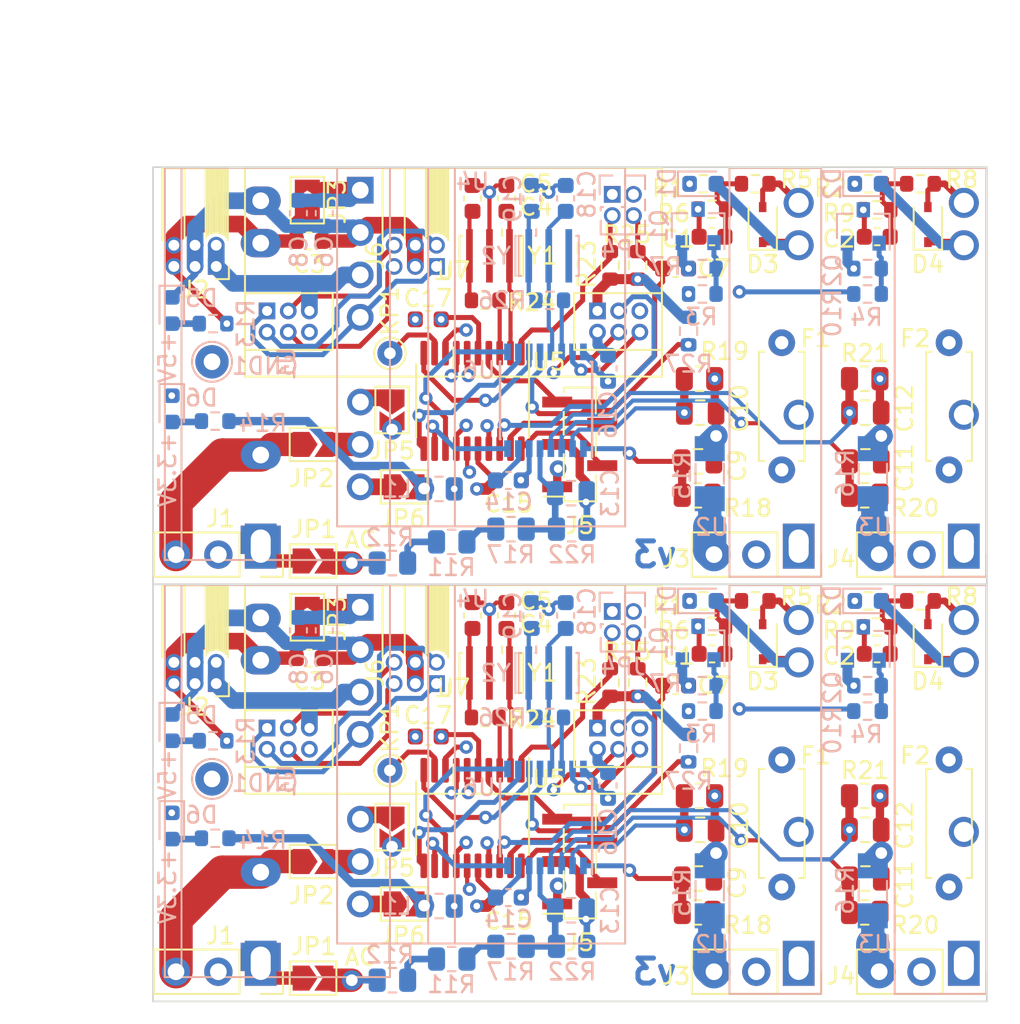
<source format=kicad_pcb>
(kicad_pcb (version 20171130) (host pcbnew "(5.1.10)-1")
  (layers (0 F.Cu signal) (1 In1.Cu signal) (2 In2.Cu signal) (31 B.Cu signal) (34 B.Paste user) (35 F.Paste user) (36 B.SilkS user) (37 F.SilkS user) (38 B.Mask user) (39 F.Mask user) (44 Edge.Cuts user))
  (net 0 "")
  (net 1 +5P)
  (net 2 GND1)
  (net 3 GNDPWR)
  (net 4 +5VP)
  (net 5 "Net-(D3-Pad2)")
  (net 6 "Net-(D4-Pad2)")
  (net 7 "Net-(F1-Pad2)")
  (net 8 AC)
  (net 9 "Net-(F2-Pad2)")
  (net 10 /Load1N)
  (net 11 /Load2N)
  (net 12 /I2C_Int)
  (net 13 /scl0)
  (net 14 /sda0)
  (net 15 /+5V_state)
  (net 16 "Net-(J1-Pad1)")
  (net 17 "Net-(J3-Pad1)")
  (net 18 "Net-(J4-Pad1)")
  (net 19 +3.3VP)
  (net 20 "Net-(D5-Pad2)")
  (net 21 "Net-(C5-Pad1)")
  (net 22 /nRst)
  (net 23 "Net-(C9-Pad2)")
  (net 24 "Net-(C10-Pad1)")
  (net 25 "Net-(C11-Pad2)")
  (net 26 "Net-(C12-Pad1)")
  (net 27 "Net-(C13-Pad2)")
  (net 28 "Net-(C18-Pad2)")
  (net 29 /SWDIO)
  (net 30 /SWCLK)
  (net 31 /L1_o1_nEn)
  (net 32 /L1_o2_nEn)
  (net 33 /SPI_MOSI)
  (net 34 /SPI_MISO)
  (net 35 /SPI_SCLK)
  (net 36 /SPI_SSEL)
  (net 37 /Int)
  (net 38 "Net-(C1-Pad2)")
  (net 39 "Net-(C1-Pad1)")
  (net 40 "Net-(C2-Pad2)")
  (net 41 "Net-(C2-Pad1)")
  (net 42 "Net-(D1-Pad1)")
  (net 43 "Net-(D2-Pad1)")
  (net 44 "Net-(Q1-Pad1)")
  (net 45 "Net-(Q2-Pad1)")
  (net 46 +5V)
  (net 47 "Net-(C4-Pad1)")
  (net 48 "Net-(C6-Pad2)")
  (net 49 "Net-(C14-Pad2)")
  (net 50 "Net-(C17-Pad2)")
  (net 51 "Net-(D6-Pad2)")
  (net 52 "Net-(J1-Pad3)")
  (net 53 "Net-(JP6-Pad1)")
  (net 54 "Net-(R11-Pad2)")
  (net 55 "Net-(R11-Pad1)")
  (net 56 "Net-(R24-Pad2)")
  (net 57 "Net-(R26-Pad1)")
  (net 58 "Net-(R27-Pad2)")
  (net 59 "Net-(KP1-Pad1)")
  (net 60 "Net-(JP5-Pad1)")
  (net 61 "Net-(JP4-Pad2)")
  (net 62 /I2C_SDA)
  (net 63 /I2C_SCL)
  (net 64 /+5V_valid)
  (net 65 "Net-(C19-Pad2)")
  (module Modules:PinHeader_2x02_P1.27mm_Vertical (layer B.Cu) (at 87.54 77.632 270)
    (fp_text reference JP4 (at 3.302 -0.635) (layer B.SilkS) (effects (justify mirror)))
    (fp_text value Jumper_2x2_Open)
    (pad 1 thru_hole rect (at 0 0 270) (size 1 1) (drill 0.65) (layers *.Cu *.Mask) (net 3 GNDPWR))
    (pad 2 thru_hole oval (at 1.27 0 270) (size 1 1) (drill 0.65) (layers *.Cu *.Mask) (net 61 "Net-(JP4-Pad2)"))
    (pad 3 thru_hole oval (at 0 -1.27 270) (size 1 1) (drill 0.65) (layers *.Cu *.Mask) (net 3 GNDPWR))
    (pad 4 thru_hole oval (at 1.27 -1.27 270) (size 1 1) (drill 0.65) (layers *.Cu *.Mask) (net 22 /nRst))
  )
  (module Modules:PinHeader_1x03_P2.54mm_Vertical_for_DG301-5.0-02P (layer F.Cu) (at 66.458 99.222 270)
    (fp_text reference J1 (at -2.159 2.413 180) (layer F.SilkS))
    (fp_text value L_input)
    (pad 1 thru_hole rect (at -0.508 0 270) (size 2.7 1.9) (drill oval 2 1.2) (layers *.Cu *.Mask) (net 16 "Net-(J1-Pad1)"))
    (pad 2 thru_hole oval (at 0 2.54 270) (size 1.7 1.7) (drill 1) (layers *.Cu *.Mask))
    (pad 3 thru_hole oval (at 0 5.08 270) (size 1.7 1.7) (drill 1) (layers *.Cu *.Mask) (net 52 "Net-(J1-Pad3)"))
  )
  (module Modules:PinHeader_1x03_P2.54mm_Vertical_for_DG301-5.0-02P (layer F.Cu) (at 98.716 99.222 270)
    (fp_text reference J3 (at 0.254 7.366 180) (layer F.SilkS))
    (fp_text value Load1)
    (pad 1 thru_hole rect (at -0.508 0 270) (size 2.7 1.9) (drill oval 2 1.2) (layers *.Cu *.Mask) (net 17 "Net-(J3-Pad1)"))
    (pad 2 thru_hole oval (at 0 2.54 270) (size 1.7 1.7) (drill 1) (layers *.Cu *.Mask))
    (pad 3 thru_hole oval (at 0 5.08 270) (size 1.7 1.7) (drill 1) (layers *.Cu *.Mask) (net 10 /Load1N))
  )
  (module Modules:PinHeader_1x03_P2.54mm_Vertical_for_DG301-5.0-02P (layer F.Cu) (at 108.622 99.222 270)
    (fp_text reference J4 (at 0.254 7.366 180) (layer F.SilkS))
    (fp_text value Load2)
    (pad 1 thru_hole rect (at -0.508 0 270) (size 2.7 1.9) (drill oval 2 1.2) (layers *.Cu *.Mask) (net 18 "Net-(J4-Pad1)"))
    (pad 2 thru_hole oval (at 0 2.54 270) (size 1.7 1.7) (drill 1) (layers *.Cu *.Mask))
    (pad 3 thru_hole oval (at 0 5.08 270) (size 1.7 1.7) (drill 1) (layers *.Cu *.Mask) (net 11 /Load2N))
  )
  (module Modules:DC12003 (layer B.Cu) (at 66.458 98.333 90)
    (fp_text reference U1 (at 10.54 1.55 90) (layer B.SilkS) (effects (justify mirror)))
    (fp_text value DC12003)
    (pad 4 thru_hole oval (at 20.32 0 90) (size 1.7 2.4) (drill 1) (layers *.Cu *.Mask) (net 2 GND1))
    (pad 3 thru_hole oval (at 17.78 0 90) (size 1.7 2.4) (drill 1) (layers *.Cu *.Mask) (net 46 +5V))
    (pad 2 thru_hole oval (at 5.08 0 90) (size 1.7 2.4) (drill 1) (layers *.Cu *.Mask) (net 52 "Net-(J1-Pad3)"))
    (pad 1 thru_hole rect (at 0 0 90) (size 1.7 2.4) (drill 1) (layers *.Cu *.Mask) (net 16 "Net-(J1-Pad1)"))
  )
  (module Modules:DC5V_DC5V3V3_v3 (layer B.Cu) (at 76.5005 86.776 270)
    (fp_text reference U4 (at -9.906 -2.6575 180) (layer B.SilkS) (effects (justify mirror)))
    (fp_text value DC5V_DC5V3V3_v3)
    (pad 1 thru_hole rect (at -9.398 4.0735 270) (size 1.6 1.6) (drill 1) (layers *.Cu *.Mask) (net 48 "Net-(C6-Pad2)"))
    (pad 2 thru_hole circle (at -6.858 4.0735 180) (size 1.6 1.6) (drill 1) (layers *.Cu *.Mask) (net 2 GND1))
    (pad 3 thru_hole circle (at -4.318 4.0735 180) (size 1.6 1.6) (drill 1) (layers *.Cu *.Mask) (net 1 +5P))
    (pad 4 thru_hole circle (at -1.778 4.0735 180) (size 1.6 1.6) (drill 1) (layers *.Cu *.Mask) (net 15 /+5V_state))
    (pad 5 thru_hole circle (at 3.302 4.064 180) (size 1.6 1.6) (drill 1) (layers *.Cu *.Mask) (net 60 "Net-(JP5-Pad1)"))
    (pad 6 thru_hole circle (at 5.842 4.0735 180) (size 1.6 1.6) (drill 1) (layers *.Cu *.Mask) (net 3 GNDPWR))
    (pad 7 thru_hole circle (at 8.382 4.0735 180) (size 1.6 1.6) (drill 1) (layers *.Cu *.Mask) (net 53 "Net-(JP6-Pad1)"))
  )
  (module Modules:ADuM_I2C_Horizontal (layer F.Cu) (at 78.015 88.552 180)
    (fp_text reference U7 (at 0 6.35 180) (layer F.SilkS))
    (fp_text value ADuM_I2C_v3)
    (pad A1 thru_hole rect (at 11.176 3.935 180) (size 1 1) (drill 0.6) (layers *.Cu *.Mask) (net 15 /+5V_state))
    (pad A2 thru_hole circle (at 11.176 2.665 180) (size 1 1) (drill 0.6) (layers *.Cu *.Mask) (net 12 /I2C_Int))
    (pad A3 thru_hole circle (at 9.906 3.935 180) (size 1 1) (drill 0.6) (layers *.Cu *.Mask) (net 14 /sda0))
    (pad A4 thru_hole circle (at 9.906 2.665 180) (size 1 1) (drill 0.6) (layers *.Cu *.Mask) (net 13 /scl0))
    (pad A5 thru_hole circle (at 8.636 3.935 180) (size 1 1) (drill 0.6) (layers *.Cu *.Mask) (net 1 +5P))
    (pad A6 thru_hole circle (at 8.636 2.665 180) (size 1 1) (drill 0.6) (layers *.Cu *.Mask) (net 2 GND1))
    (pad B1 thru_hole rect (at -8.636 3.935 180) (size 1 1) (drill 0.6) (layers *.Cu *.Mask) (net 19 +3.3VP))
    (pad B2 thru_hole circle (at -8.636 2.665 180) (size 1 1) (drill 0.6) (layers *.Cu *.Mask) (net 3 GNDPWR))
    (pad B3 thru_hole circle (at -9.906 3.935 180) (size 1 1) (drill 0.6) (layers *.Cu *.Mask) (net 62 /I2C_SDA))
    (pad B4 thru_hole circle (at -9.906 2.665 180) (size 1 1) (drill 0.6) (layers *.Cu *.Mask) (net 63 /I2C_SCL))
    (pad B5 thru_hole circle (at -11.176 3.935 180) (size 1 1) (drill 0.6) (layers *.Cu *.Mask) (net 64 /+5V_valid))
    (pad B6 thru_hole circle (at -11.176 2.665 180) (size 1 1) (drill 0.6) (layers *.Cu *.Mask) (net 37 /Int))
  )
  (module Connector_PinSocket_1.27mm:PinSocket_1x05_P1.27mm_Vertical_SMD_Pin1Right (layer F.Cu) (at 85.588 92.618 180)
    (fp_text reference J5 (at 0 -4.85) (layer F.SilkS))
    (fp_text value "SWD (PLS5)")
    (pad 2 smd rect (at -1.35 -1.27 180) (size 1.8 0.65) (layers F.Cu F.Paste F.Mask) (net 30 /SWCLK))
    (pad 4 smd rect (at -1.35 1.27 180) (size 1.8 0.65) (layers F.Cu F.Paste F.Mask) (net 29 /SWDIO))
    (pad 1 smd rect (at 1.35 -2.54 180) (size 1.8 0.65) (layers F.Cu F.Paste F.Mask) (net 19 +3.3VP))
    (pad 3 smd rect (at 1.35 0 180) (size 1.8 0.65) (layers F.Cu F.Paste F.Mask) (net 3 GNDPWR))
    (pad 5 smd rect (at 1.35 2.54 180) (size 1.8 0.65) (layers F.Cu F.Paste F.Mask) (net 22 /nRst))
  )
  (module Capacitor_SMD:C_0603_1608Metric (layer F.Cu) (at 79.158 77.873 90)
    (fp_text reference C5 (at 0.876 3.81) (layer F.SilkS))
    (fp_text value 10pF)
    (pad 1 smd roundrect (at -0.775 0 90) (size 0.9 0.95) (layers F.Cu F.Paste F.Mask) (net 21 "Net-(C5-Pad1)"))
    (pad 2 smd roundrect (at 0.775 0 90) (size 0.9 0.95) (layers F.Cu F.Paste F.Mask) (net 3 GNDPWR))
  )
  (module Resistor_SMD:R_0603_1608Metric (layer F.Cu) (at 79.92 83.982)
    (fp_text reference R24 (at 2.794 0.127 180) (layer F.SilkS))
    (fp_text value 50)
    (pad 1 smd roundrect (at -0.825 0) (size 0.8 0.95) (layers F.Cu F.Paste F.Mask) (net 21 "Net-(C5-Pad1)"))
    (pad 2 smd roundrect (at 0.825 0) (size 0.8 0.95) (layers F.Cu F.Paste F.Mask) (net 56 "Net-(R24-Pad2)"))
  )
  (module Package_SO:TSSOP-20_4.4x6.5mm_P0.65mm (layer F.Cu) (at 79.162 90.0095 270)
    (fp_text reference U5 (at -2.3445 -4.568 180) (layer F.SilkS))
    (fp_text value STM32F030F4Px)
    (pad 1 smd roundrect (at -2.8625 -2.925 270) (size 1.475 0.4) (layers F.Cu F.Paste F.Mask) (net 61 "Net-(JP4-Pad2)"))
    (pad 2 smd roundrect (at -2.8625 -2.275 270) (size 1.475 0.4) (layers F.Cu F.Paste F.Mask) (net 47 "Net-(C4-Pad1)"))
    (pad 3 smd roundrect (at -2.8625 -1.625 270) (size 1.475 0.4) (layers F.Cu F.Paste F.Mask) (net 56 "Net-(R24-Pad2)"))
    (pad 4 smd roundrect (at -2.8625 -0.975 270) (size 1.475 0.4) (layers F.Cu F.Paste F.Mask) (net 22 /nRst))
    (pad 5 smd roundrect (at -2.8625 -0.325 270) (size 1.475 0.4) (layers F.Cu F.Paste F.Mask) (net 50 "Net-(C17-Pad2)"))
    (pad 6 smd roundrect (at -2.8625 0.325 270) (size 1.475 0.4) (layers F.Cu F.Paste F.Mask) (net 37 /Int))
    (pad 7 smd roundrect (at -2.8625 0.975 270) (size 1.475 0.4) (layers F.Cu F.Paste F.Mask) (net 31 /L1_o1_nEn))
    (pad 8 smd roundrect (at -2.8625 1.625 270) (size 1.475 0.4) (layers F.Cu F.Paste F.Mask) (net 32 /L1_o2_nEn))
    (pad 9 smd roundrect (at -2.8625 2.275 270) (size 1.475 0.4) (layers F.Cu F.Paste F.Mask) (net 59 "Net-(KP1-Pad1)"))
    (pad 10 smd roundrect (at -2.8625 2.925 270) (size 1.475 0.4) (layers F.Cu F.Paste F.Mask) (net 36 /SPI_SSEL))
    (pad 11 smd roundrect (at 2.8625 2.925 270) (size 1.475 0.4) (layers F.Cu F.Paste F.Mask) (net 35 /SPI_SCLK))
    (pad 12 smd roundrect (at 2.8625 2.275 270) (size 1.475 0.4) (layers F.Cu F.Paste F.Mask) (net 34 /SPI_MISO))
    (pad 13 smd roundrect (at 2.8625 1.625 270) (size 1.475 0.4) (layers F.Cu F.Paste F.Mask) (net 33 /SPI_MOSI))
    (pad 14 smd roundrect (at 2.8625 0.975 270) (size 1.475 0.4) (layers F.Cu F.Paste F.Mask) (net 64 /+5V_valid))
    (pad 15 smd roundrect (at 2.8625 0.325 270) (size 1.475 0.4) (layers F.Cu F.Paste F.Mask) (net 3 GNDPWR))
    (pad 16 smd roundrect (at 2.8625 -0.325 270) (size 1.475 0.4) (layers F.Cu F.Paste F.Mask) (net 19 +3.3VP))
    (pad 17 smd roundrect (at 2.8625 -0.975 270) (size 1.475 0.4) (layers F.Cu F.Paste F.Mask) (net 63 /I2C_SCL))
    (pad 18 smd roundrect (at 2.8625 -1.625 270) (size 1.475 0.4) (layers F.Cu F.Paste F.Mask) (net 62 /I2C_SDA))
    (pad 19 smd roundrect (at 2.8625 -2.275 270) (size 1.475 0.4) (layers F.Cu F.Paste F.Mask) (net 29 /SWDIO))
    (pad 20 smd roundrect (at 2.8625 -2.925 270) (size 1.475 0.4) (layers F.Cu F.Paste F.Mask) (net 30 /SWCLK))
  )
  (module Crystal:Resonator_SMD_muRata_CSTxExxV-3Pin_3.0x1.1mm_HandSoldering (layer F.Cu) (at 80.174 81.315 180)
    (fp_text reference Y1 (at -3.175 0 180) (layer F.SilkS))
    (fp_text value CSTCE8M)
    (pad 1 smd rect (at -1.2 0 180) (size 0.4 3.2) (layers F.Cu F.Paste F.Mask) (net 47 "Net-(C4-Pad1)"))
    (pad 2 smd rect (at 0 0 180) (size 0.4 3.2) (layers F.Cu F.Paste F.Mask) (net 3 GNDPWR))
    (pad 3 smd rect (at 1.2 0 180) (size 0.4 3.2) (layers F.Cu F.Paste F.Mask) (net 21 "Net-(C5-Pad1)"))
  )
  (module Capacitor_SMD:C_0603_1608Metric (layer F.Cu) (at 91.337 82.077)
    (fp_text reference C7 (at 2.299 0 180) (layer F.SilkS))
    (fp_text value 100nF)
    (pad 1 smd roundrect (at -0.775 0) (size 0.9 0.95) (layers F.Cu F.Paste F.Mask) (net 22 /nRst))
    (pad 2 smd roundrect (at 0.775 0) (size 0.9 0.95) (layers F.Cu F.Paste F.Mask) (net 3 GNDPWR))
  )
  (module Capacitor_SMD:C_0603_1608Metric (layer B.Cu) (at 81.304 94.777 180)
    (fp_text reference C14 (at -0.013 -1.27 180) (layer B.SilkS) (effects (justify mirror)))
    (fp_text value 100nF)
    (pad 1 smd roundrect (at -0.775 0 180) (size 0.9 0.95) (layers B.Cu B.Paste B.Mask) (net 3 GNDPWR))
    (pad 2 smd roundrect (at 0.775 0 180) (size 0.9 0.95) (layers B.Cu B.Paste B.Mask) (net 49 "Net-(C14-Pad2)"))
  )
  (module Capacitor_SMD:C_0603_1608Metric (layer B.Cu) (at 87.286 88.059 270)
    (fp_text reference C16 (at 2.781 0 270) (layer B.SilkS) (effects (justify mirror)))
    (fp_text value 100nF)
    (pad 1 smd roundrect (at -0.775 0 270) (size 0.9 0.95) (layers B.Cu B.Paste B.Mask) (net 3 GNDPWR))
    (pad 2 smd roundrect (at 0.775 0 270) (size 0.9 0.95) (layers B.Cu B.Paste B.Mask) (net 19 +3.3VP))
  )
  (module Capacitor_SMD:C_0603_1608Metric (layer F.Cu) (at 81.317 94.777)
    (fp_text reference C15 (at 0 1.397) (layer F.SilkS))
    (fp_text value 100nF)
    (pad 1 smd roundrect (at -0.775 0) (size 0.9 0.95) (layers F.Cu F.Paste F.Mask) (net 19 +3.3VP))
    (pad 2 smd roundrect (at 0.775 0) (size 0.9 0.95) (layers F.Cu F.Paste F.Mask) (net 3 GNDPWR))
  )
  (module Capacitor_SMD:C_0603_1608Metric (layer B.Cu) (at 82.714 77.873 270)
    (fp_text reference C19 (at 0.013 1.143 90) (layer B.SilkS) (effects (justify mirror)))
    (fp_text value 22pF)
    (pad 1 smd roundrect (at -0.775 0 270) (size 0.9 0.95) (layers B.Cu B.Paste B.Mask) (net 3 GNDPWR))
    (pad 2 smd roundrect (at 0.775 0 270) (size 0.9 0.95) (layers B.Cu B.Paste B.Mask) (net 65 "Net-(C19-Pad2)"))
  )
  (module Jumper:SolderJumper-2_P1.3mm_Open_TrianglePad1.0x1.5mm (layer F.Cu) (at 69.252 77.976 90)
    (fp_text reference JP3 (at -0.09 1.778 270) (layer F.SilkS))
    (fp_text value 5V_en)
    (pad 2 smd custom (at 0.725 0 90) (size 0.3 0.3) (layers F.Cu F.Mask) (net 48 "Net-(C6-Pad2)") (options (clearance outline) (anchor rect)) (primitives (gr_poly (pts (xy -0.65 -0.75) (xy 0.5 -0.75) (xy 0.5 0.75) (xy -0.65 0.75) (xy -0.15 0)) (width 0))))
    (pad 1 smd custom (at -0.725 0 90) (size 0.3 0.3) (layers F.Cu F.Mask) (net 46 +5V) (options (clearance outline) (anchor rect)) (primitives (gr_poly (pts (xy -0.5 -0.75) (xy 0.5 -0.75) (xy 1 0) (xy 0.5 0.75) (xy -0.5 0.75)) (width 0))))
  )
  (module Jumper:SolderJumper-2_P1.3mm_Open_TrianglePad1.0x1.5mm (layer F.Cu) (at 74.332 90.549 270)
    (fp_text reference JP5 (at 2.45 0 180) (layer F.SilkS))
    (fp_text value 5VP_en)
    (pad 2 smd custom (at 0.725 0 270) (size 0.3 0.3) (layers F.Cu F.Mask) (net 4 +5VP) (options (clearance outline) (anchor rect)) (primitives (gr_poly (pts (xy -0.65 -0.75) (xy 0.5 -0.75) (xy 0.5 0.75) (xy -0.65 0.75) (xy -0.15 0)) (width 0))))
    (pad 1 smd custom (at -0.725 0 270) (size 0.3 0.3) (layers F.Cu F.Mask) (net 60 "Net-(JP5-Pad1)") (options (clearance outline) (anchor rect)) (primitives (gr_poly (pts (xy -0.5 -0.75) (xy 0.5 -0.75) (xy 1 0) (xy 0.5 0.75) (xy -0.5 0.75)) (width 0))))
  )
  (module Jumper:SolderJumper-2_P1.3mm_Open_TrianglePad1.0x1.5mm (layer F.Cu) (at 75.057 95.158)
    (fp_text reference JP6 (at -0.09 1.905) (layer F.SilkS))
    (fp_text value 3.3VP_en)
    (pad 2 smd custom (at 0.725 0) (size 0.3 0.3) (layers F.Cu F.Mask) (net 19 +3.3VP) (options (clearance outline) (anchor rect)) (primitives (gr_poly (pts (xy -0.65 -0.75) (xy 0.5 -0.75) (xy 0.5 0.75) (xy -0.65 0.75) (xy -0.15 0)) (width 0))))
    (pad 1 smd custom (at -0.725 0) (size 0.3 0.3) (layers F.Cu F.Mask) (net 53 "Net-(JP6-Pad1)") (options (clearance outline) (anchor rect)) (primitives (gr_poly (pts (xy -0.5 -0.75) (xy 0.5 -0.75) (xy 1 0) (xy 0.5 0.75) (xy -0.5 0.75)) (width 0))))
  )
  (module Package_TO_SOT_SMD:SOT-23 (layer B.Cu) (at 92.686 79.521 90)
    (fp_text reference Q1 (at 0 -2.352 90) (layer B.SilkS) (effects (justify mirror)))
    (fp_text value 2N5551S)
    (pad 1 smd rect (at -1 0.95 90) (size 0.9 0.8) (layers B.Cu B.Paste B.Mask) (net 44 "Net-(Q1-Pad1)"))
    (pad 2 smd rect (at -1 -0.95 90) (size 0.9 0.8) (layers B.Cu B.Paste B.Mask) (net 3 GNDPWR))
    (pad 3 smd rect (at 1 0 90) (size 0.9 0.8) (layers B.Cu B.Paste B.Mask) (net 39 "Net-(C1-Pad1)"))
  )
  (module Resistor_SMD:R_0603_1608Metric (layer B.Cu) (at 92.938 83.601 180)
    (fp_text reference R3 (at 0.064 -1.3716 180) (layer B.SilkS) (effects (justify mirror)))
    (fp_text value 1k)
    (pad 1 smd roundrect (at -0.825 0 180) (size 0.8 0.95) (layers B.Cu B.Paste B.Mask) (net 44 "Net-(Q1-Pad1)"))
    (pad 2 smd roundrect (at 0.825 0 180) (size 0.8 0.95) (layers B.Cu B.Paste B.Mask) (net 31 /L1_o1_nEn))
  )
  (module Resistor_SMD:R_0603_1608Metric (layer B.Cu) (at 92.938 82.077 180)
    (fp_text reference R7 (at 2.222 0.127 180) (layer B.SilkS) (effects (justify mirror)))
    (fp_text value 20k)
    (pad 1 smd roundrect (at -0.825 0 180) (size 0.8 0.95) (layers B.Cu B.Paste B.Mask) (net 44 "Net-(Q1-Pad1)"))
    (pad 2 smd roundrect (at 0.825 0 180) (size 0.8 0.95) (layers B.Cu B.Paste B.Mask) (net 3 GNDPWR))
  )
  (module Resistor_SMD:R_0805_2012Metric (layer B.Cu) (at 77.9115 98.46 180)
    (fp_text reference R11 (at 0.0235 -1.524) (layer B.SilkS) (effects (justify mirror)))
    (fp_text value 332k)
    (pad 1 smd roundrect (at -0.9125 0 180) (size 1.025 1.4) (layers B.Cu B.Paste B.Mask) (roundrect_rratio 0.243902) (net 55 "Net-(R11-Pad1)"))
    (pad 2 smd roundrect (at 0.9125 0 180) (size 1.025 1.4) (layers B.Cu B.Paste B.Mask) (roundrect_rratio 0.243902) (net 54 "Net-(R11-Pad2)"))
  )
  (module Resistor_SMD:R_0603_1608Metric (layer B.Cu) (at 63.728 91.221)
    (fp_text reference R14 (at 2.857 0.127) (layer B.SilkS) (effects (justify mirror)))
    (fp_text value 10k)
    (pad 1 smd roundrect (at -0.825 0) (size 0.8 0.95) (layers B.Cu B.Paste B.Mask) (net 51 "Net-(D6-Pad2)"))
    (pad 2 smd roundrect (at 0.825 0) (size 0.8 0.95) (layers B.Cu B.Paste B.Mask) (net 19 +3.3VP))
  )
  (module Package_TO_SOT_SMD:SOT-23 (layer B.Cu) (at 102.592 79.553 90)
    (fp_text reference Q2 (at -2.651 -1.844 90) (layer B.SilkS) (effects (justify mirror)))
    (fp_text value 2N5551S)
    (pad 1 smd rect (at -1 0.95 90) (size 0.9 0.8) (layers B.Cu B.Paste B.Mask) (net 45 "Net-(Q2-Pad1)"))
    (pad 2 smd rect (at -1 -0.95 90) (size 0.9 0.8) (layers B.Cu B.Paste B.Mask) (net 3 GNDPWR))
    (pad 3 smd rect (at 1 0 90) (size 0.9 0.8) (layers B.Cu B.Paste B.Mask) (net 41 "Net-(C2-Pad1)"))
  )
  (module Resistor_SMD:R_0603_1608Metric (layer B.Cu) (at 102.844 82.077 180)
    (fp_text reference R10 (at 2.096 -2.667 90) (layer B.SilkS) (effects (justify mirror)))
    (fp_text value 20k)
    (pad 1 smd roundrect (at -0.825 0 180) (size 0.8 0.95) (layers B.Cu B.Paste B.Mask) (net 45 "Net-(Q2-Pad1)"))
    (pad 2 smd roundrect (at 0.825 0 180) (size 0.8 0.95) (layers B.Cu B.Paste B.Mask) (net 3 GNDPWR))
  )
  (module Resistor_SMD:R_0603_1608Metric (layer B.Cu) (at 102.844 83.601 180)
    (fp_text reference R4 (at 0.064 -1.397 180) (layer B.SilkS) (effects (justify mirror)))
    (fp_text value 1k)
    (pad 1 smd roundrect (at -0.825 0 180) (size 0.8 0.95) (layers B.Cu B.Paste B.Mask) (net 45 "Net-(Q2-Pad1)"))
    (pad 2 smd roundrect (at 0.825 0 180) (size 0.8 0.95) (layers B.Cu B.Paste B.Mask) (net 32 /L1_o2_nEn))
  )
  (module Capacitor_SMD:C_0603_1608Metric (layer B.Cu) (at 70.268 78.762 90)
    (fp_text reference C6 (at -2.299 0 90) (layer B.SilkS) (effects (justify mirror)))
    (fp_text value 10uF)
    (pad 1 smd roundrect (at -0.775 0 90) (size 0.9 0.95) (layers B.Cu B.Paste B.Mask) (net 2 GND1))
    (pad 2 smd roundrect (at 0.775 0 90) (size 0.9 0.95) (layers B.Cu B.Paste B.Mask) (net 48 "Net-(C6-Pad2)"))
  )
  (module Capacitor_SMD:C_0603_1608Metric (layer B.Cu) (at 68.718 78.762 90)
    (fp_text reference C8 (at -2.299 0.026 90) (layer B.SilkS) (effects (justify mirror)))
    (fp_text value 100nF)
    (pad 1 smd roundrect (at -0.775 0 90) (size 0.9 0.95) (layers B.Cu B.Paste B.Mask) (net 2 GND1))
    (pad 2 smd roundrect (at 0.775 0 90) (size 0.9 0.95) (layers B.Cu B.Paste B.Mask) (net 48 "Net-(C6-Pad2)"))
  )
  (module Capacitor_SMD:C_0805_2012Metric (layer B.Cu) (at 85.066 95.539 180)
    (fp_text reference C13 (at -2.347 0 270) (layer B.SilkS) (effects (justify mirror)))
    (fp_text value 33nF)
    (pad 1 smd roundrect (at -0.95 0 180) (size 1 1.45) (layers B.Cu B.Paste B.Mask) (net 3 GNDPWR))
    (pad 2 smd roundrect (at 0.95 0 180) (size 1 1.45) (layers B.Cu B.Paste B.Mask) (net 27 "Net-(C13-Pad2)"))
  )
  (module Capacitor_SMD:C_0603_1608Metric (layer B.Cu) (at 84.746 77.873 270)
    (fp_text reference C18 (at -0.241 -1.27 90) (layer B.SilkS) (effects (justify mirror)))
    (fp_text value 22pF)
    (pad 1 smd roundrect (at -0.775 0 270) (size 0.9 0.95) (layers B.Cu B.Paste B.Mask) (net 3 GNDPWR))
    (pad 2 smd roundrect (at 0.775 0 270) (size 0.9 0.95) (layers B.Cu B.Paste B.Mask) (net 28 "Net-(C18-Pad2)"))
  )
  (module Resistor_SMD:R_0805_2012Metric (layer B.Cu) (at 74.3555 99.73 180)
    (fp_text reference R12 (at 0.1505 1.524) (layer B.SilkS) (effects (justify mirror)))
    (fp_text value 332k)
    (pad 1 smd roundrect (at -0.9125 0 180) (size 1.025 1.4) (layers B.Cu B.Paste B.Mask) (roundrect_rratio 0.243902) (net 54 "Net-(R11-Pad2)"))
    (pad 2 smd roundrect (at 0.9125 0 180) (size 1.025 1.4) (layers B.Cu B.Paste B.Mask) (roundrect_rratio 0.243902) (net 8 AC))
  )
  (module Resistor_SMD:R_0805_2012Metric (layer B.Cu) (at 81.4675 97.698 180)
    (fp_text reference R17 (at 0.0235 -1.524) (layer B.SilkS) (effects (justify mirror)))
    (fp_text value 332k)
    (pad 1 smd roundrect (at -0.9125 0 180) (size 1.025 1.4) (layers B.Cu B.Paste B.Mask) (roundrect_rratio 0.243902) (net 27 "Net-(C13-Pad2)"))
    (pad 2 smd roundrect (at 0.9125 0 180) (size 1.025 1.4) (layers B.Cu B.Paste B.Mask) (roundrect_rratio 0.243902) (net 55 "Net-(R11-Pad1)"))
  )
  (module Resistor_SMD:R_0805_2012Metric (layer B.Cu) (at 85.1035 97.698)
    (fp_text reference R22 (at 0.0235 1.524) (layer B.SilkS) (effects (justify mirror)))
    (fp_text value 1k)
    (pad 1 smd roundrect (at -0.9125 0) (size 1.025 1.4) (layers B.Cu B.Paste B.Mask) (roundrect_rratio 0.243902) (net 27 "Net-(C13-Pad2)"))
    (pad 2 smd roundrect (at 0.9125 0) (size 1.025 1.4) (layers B.Cu B.Paste B.Mask) (roundrect_rratio 0.243902) (net 3 GNDPWR))
  )
  (module Resistor_SMD:R_0603_1608Metric (layer B.Cu) (at 83.793 83.982 180)
    (fp_text reference R26 (at 2.857 0 180) (layer B.SilkS) (effects (justify mirror)))
    (fp_text value 50)
    (pad 1 smd roundrect (at -0.825 0 180) (size 0.8 0.95) (layers B.Cu B.Paste B.Mask) (net 57 "Net-(R26-Pad1)"))
    (pad 2 smd roundrect (at 0.825 0 180) (size 0.8 0.95) (layers B.Cu B.Paste B.Mask) (net 65 "Net-(C19-Pad2)"))
  )
  (module Package_SO:SSOP-16_4.4x5.2mm_P0.65mm (layer B.Cu) (at 83.532 89.972 90)
    (fp_text reference U6 (at 1.799 -3.993) (layer B.SilkS) (effects (justify mirror)))
    (fp_text value HLW8112)
    (pad 1 smd rect (at -2.9 2.275 90) (size 1 0.4) (layers B.Cu B.Paste B.Mask) (net 23 "Net-(C9-Pad2)"))
    (pad 2 smd rect (at -2.9 1.625 90) (size 1 0.4) (layers B.Cu B.Paste B.Mask) (net 24 "Net-(C10-Pad1)"))
    (pad 3 smd rect (at -2.9 0.975 90) (size 1 0.4) (layers B.Cu B.Paste B.Mask) (net 25 "Net-(C11-Pad2)"))
    (pad 4 smd rect (at -2.9 0.325 90) (size 1 0.4) (layers B.Cu B.Paste B.Mask) (net 26 "Net-(C12-Pad1)"))
    (pad 5 smd rect (at -2.9 -0.325 90) (size 1 0.4) (layers B.Cu B.Paste B.Mask) (net 27 "Net-(C13-Pad2)"))
    (pad 6 smd rect (at -2.9 -0.975 90) (size 1 0.4) (layers B.Cu B.Paste B.Mask) (net 3 GNDPWR))
    (pad 7 smd rect (at -2.9 -1.625 90) (size 1 0.4) (layers B.Cu B.Paste B.Mask) (net 49 "Net-(C14-Pad2)"))
    (pad 8 smd rect (at -2.9 -2.275 90) (size 1 0.4) (layers B.Cu B.Paste B.Mask) (net 34 /SPI_MISO))
    (pad 9 smd rect (at 2.9 -2.275 90) (size 1 0.4) (layers B.Cu B.Paste B.Mask) (net 33 /SPI_MOSI))
    (pad 10 smd rect (at 2.9 -1.625 90) (size 1 0.4) (layers B.Cu B.Paste B.Mask) (net 35 /SPI_SCLK))
    (pad 11 smd rect (at 2.9 -0.975 90) (size 1 0.4) (layers B.Cu B.Paste B.Mask) (net 36 /SPI_SSEL))
    (pad 12 smd rect (at 2.9 -0.325 90) (size 1 0.4) (layers B.Cu B.Paste B.Mask) (net 58 "Net-(R27-Pad2)"))
    (pad 13 smd rect (at 2.9 0.325 90) (size 1 0.4) (layers B.Cu B.Paste B.Mask) (net 28 "Net-(C18-Pad2)"))
    (pad 14 smd rect (at 2.9 0.975 90) (size 1 0.4) (layers B.Cu B.Paste B.Mask) (net 57 "Net-(R26-Pad1)"))
    (pad 15 smd rect (at 2.9 1.625 90) (size 1 0.4) (layers B.Cu B.Paste B.Mask) (net 37 /Int))
    (pad 16 smd rect (at 2.9 2.275 90) (size 1 0.4) (layers B.Cu B.Paste B.Mask) (net 19 +3.3VP))
  )
  (module Crystal:Resonator_SMD_muRata_CSTxExxV-3Pin_3.0x1.1mm_HandSoldering (layer B.Cu) (at 83.73 81.315)
    (fp_text reference Y2 (at -3.175 0 180) (layer B.SilkS) (effects (justify mirror)))
    (fp_text value ABLS-3.579545MHZ-D-3-Y-T)
    (pad 1 smd rect (at -1.2 0) (size 0.4 3.2) (layers B.Cu B.Paste B.Mask) (net 65 "Net-(C19-Pad2)"))
    (pad 2 smd rect (at 0 0) (size 0.4 3.2) (layers B.Cu B.Paste B.Mask) (net 28 "Net-(C18-Pad2)"))
    (pad 3 smd rect (at 1.2 0) (size 0.4 3.2) (layers B.Cu B.Paste B.Mask))
  )
  (module TestPoint:TestPoint_THTPad_D2.0mm_Drill1.0mm (layer B.Cu) (at 63.537 87.665)
    (fp_text reference GND1 (at 3.175 0.254 180) (layer B.SilkS) (effects (justify mirror)))
    (fp_text value TestPoint_Small)
    (pad 1 thru_hole circle (at 0 0) (size 2 2) (drill 1) (layers *.Cu *.Mask) (net 2 GND1))
  )
  (module Capacitor_SMD:C_0603_1608Metric (layer F.Cu) (at 81.19 77.873 90)
    (fp_text reference C4 (at -0.521 1.778) (layer F.SilkS))
    (fp_text value 10pF)
    (pad 1 smd roundrect (at -0.775 0 90) (size 0.9 0.95) (layers F.Cu F.Paste F.Mask) (net 47 "Net-(C4-Pad1)"))
    (pad 2 smd roundrect (at 0.775 0 90) (size 0.9 0.95) (layers F.Cu F.Paste F.Mask) (net 3 GNDPWR))
  )
  (module Resistor_SMD:R_MiniMELF_MMA-0204 (layer B.Cu) (at 103.161 94.372 90)
    (fp_text reference R16 (at 0.024 -1.651 270) (layer B.SilkS) (effects (justify mirror)))
    (fp_text value 0.001)
    (pad 1 smd rect (at -1.5 0 90) (size 1.5 1.8) (layers B.Cu B.Paste B.Mask) (net 11 /Load2N))
    (pad 2 smd rect (at 1.5 0 90) (size 1.5 1.8) (layers B.Cu B.Paste B.Mask) (net 3 GNDPWR))
  )
  (module Resistor_SMD:R_0805_2012Metric (layer F.Cu) (at 92.6435 95.666 180)
    (fp_text reference R18 (at -3.0245 -0.762 180) (layer F.SilkS))
    (fp_text value 100)
    (pad 1 smd roundrect (at -0.9125 0 180) (size 1.025 1.4) (layers F.Cu F.Paste F.Mask) (roundrect_rratio 0.243902) (net 10 /Load1N))
    (pad 2 smd roundrect (at 0.9125 0 180) (size 1.025 1.4) (layers F.Cu F.Paste F.Mask) (roundrect_rratio 0.243902) (net 23 "Net-(C9-Pad2)"))
  )
  (module Resistor_SMD:R_0805_2012Metric (layer F.Cu) (at 92.7705 88.681 180)
    (fp_text reference R19 (at -1.5005 1.651) (layer F.SilkS))
    (fp_text value 100)
    (pad 1 smd roundrect (at -0.9125 0 180) (size 1.025 1.4) (layers F.Cu F.Paste F.Mask) (roundrect_rratio 0.243902) (net 3 GNDPWR))
    (pad 2 smd roundrect (at 0.9125 0 180) (size 1.025 1.4) (layers F.Cu F.Paste F.Mask) (roundrect_rratio 0.243902) (net 24 "Net-(C10-Pad1)"))
  )
  (module Resistor_SMD:R_0805_2012Metric (layer F.Cu) (at 102.6765 95.666 180)
    (fp_text reference R20 (at -3.0245 -0.762) (layer F.SilkS))
    (fp_text value 100)
    (pad 2 smd roundrect (at 0.9125 0 180) (size 1.025 1.4) (layers F.Cu F.Paste F.Mask) (roundrect_rratio 0.243902) (net 25 "Net-(C11-Pad2)"))
    (pad 1 smd roundrect (at -0.9125 0 180) (size 1.025 1.4) (layers F.Cu F.Paste F.Mask) (roundrect_rratio 0.243902) (net 11 /Load2N))
  )
  (module Resistor_SMD:R_0805_2012Metric (layer F.Cu) (at 102.6765 88.681 180)
    (fp_text reference R21 (at -0.0235 1.524) (layer F.SilkS))
    (fp_text value 100)
    (pad 1 smd roundrect (at -0.9125 0 180) (size 1.025 1.4) (layers F.Cu F.Paste F.Mask) (roundrect_rratio 0.243902) (net 3 GNDPWR))
    (pad 2 smd roundrect (at 0.9125 0 180) (size 1.025 1.4) (layers F.Cu F.Paste F.Mask) (roundrect_rratio 0.243902) (net 26 "Net-(C12-Pad1)"))
  )
  (module Modules:G3MB-202PL (layer B.Cu) (at 98.716 98.46 90)
    (fp_text reference U2 (at 0.889 -5.207 180) (layer B.SilkS) (effects (justify mirror)))
    (fp_text value G3MB-202PL)
    (pad 1 thru_hole rect (at 0 0 90) (size 1.8 1.8) (drill 1.2) (layers *.Cu *.Mask) (net 17 "Net-(J3-Pad1)"))
    (pad 2 thru_hole circle (at 7.62 0 90) (size 1.8 1.8) (drill 1.2) (layers *.Cu *.Mask) (net 7 "Net-(F1-Pad2)"))
    (pad 3 thru_hole circle (at 17.78 0 90) (size 1.8 1.8) (drill 1.2) (layers *.Cu *.Mask) (net 4 +5VP))
    (pad 4 thru_hole circle (at 20.32 0 90) (size 1.8 1.8) (drill 1.2) (layers *.Cu *.Mask) (net 5 "Net-(D3-Pad2)"))
  )
  (module LED_SMD:LED_0603_1608Metric (layer B.Cu) (at 61.124 90.4845 270)
    (fp_text reference D6 (at -0.6605 -1.778 180) (layer B.SilkS) (effects (justify mirror)))
    (fp_text value +3.3VP)
    (pad 1 smd roundrect (at -0.7875 0 270) (size 0.875 0.95) (layers B.Cu B.Paste B.Mask) (net 3 GNDPWR))
    (pad 2 smd roundrect (at 0.7875 0 270) (size 0.875 0.95) (layers B.Cu B.Paste B.Mask) (net 51 "Net-(D6-Pad2)"))
  )
  (module Jumper:SolderJumper-2_P1.3mm_Open_TrianglePad1.0x1.5mm (layer F.Cu) (at 69.596 92.618)
    (fp_text reference JP2 (at -0.09 2.032) (layer F.SilkS))
    (fp_text value N_en)
    (pad 2 smd custom (at 0.725 0) (size 0.3 0.3) (layers F.Cu F.Mask) (net 3 GNDPWR) (options (clearance outline) (anchor rect)) (primitives (gr_poly (pts (xy -0.65 -0.75) (xy 0.5 -0.75) (xy 0.5 0.75) (xy -0.65 0.75) (xy -0.15 0)) (width 0))))
    (pad 1 smd custom (at -0.725 0) (size 0.3 0.3) (layers F.Cu F.Mask) (net 52 "Net-(J1-Pad3)") (options (clearance outline) (anchor rect)) (primitives (gr_poly (pts (xy -0.5 -0.75) (xy 0.5 -0.75) (xy 1 0) (xy 0.5 0.75) (xy -0.5 0.75)) (width 0))))
  )
  (module Resistor_SMD:R_0805_2012Metric (layer B.Cu) (at 77.1495 95.285)
    (fp_text reference L1 (at -2.5165 0 180) (layer B.SilkS) (effects (justify mirror)))
    (fp_text value 22u*)
    (pad 1 smd roundrect (at -0.9125 0) (size 1.025 1.4) (layers B.Cu B.Paste B.Mask) (roundrect_rratio 0.243902) (net 19 +3.3VP))
    (pad 2 smd roundrect (at 0.9125 0) (size 1.025 1.4) (layers B.Cu B.Paste B.Mask) (roundrect_rratio 0.243902) (net 50 "Net-(C17-Pad2)"))
  )
  (module Resistor_SMD:R_0603_1608Metric (layer F.Cu) (at 87.413 81.886 270)
    (fp_text reference R23 (at -0.063 1.397 90) (layer F.SilkS))
    (fp_text value 10k)
    (pad 1 smd roundrect (at -0.825 0 270) (size 0.8 0.95) (layers F.Cu F.Paste F.Mask) (net 61 "Net-(JP4-Pad2)"))
    (pad 2 smd roundrect (at 0.825 0 270) (size 0.8 0.95) (layers F.Cu F.Paste F.Mask) (net 19 +3.3VP))
  )
  (module Resistor_SMD:R_0603_1608Metric (layer F.Cu) (at 89.064 81.887 90)
    (fp_text reference R25 (at 1.842 -0.635 180) (layer F.SilkS))
    (fp_text value 10k)
    (pad 1 smd roundrect (at -0.825 0 90) (size 0.8 0.95) (layers F.Cu F.Paste F.Mask) (net 19 +3.3VP))
    (pad 2 smd roundrect (at 0.825 0 90) (size 0.8 0.95) (layers F.Cu F.Paste F.Mask) (net 22 /nRst))
  )
  (module Resistor_SMD:R_0603_1608Metric (layer B.Cu) (at 92.112 85.823 270)
    (fp_text reference R27 (at 1.969 0 180) (layer B.SilkS) (effects (justify mirror)))
    (fp_text value 10k)
    (pad 1 smd roundrect (at -0.825 0 270) (size 0.8 0.95) (layers B.Cu B.Paste B.Mask) (net 19 +3.3VP))
    (pad 2 smd roundrect (at 0.825 0 270) (size 0.8 0.95) (layers B.Cu B.Paste B.Mask) (net 58 "Net-(R27-Pad2)"))
  )
  (module Resistor_THT:R_Axial_DIN0207_L6.3mm_D2.5mm_P7.62mm_Horizontal (layer F.Cu) (at 97.7 94.142 90)
    (fp_text reference F1 (at 7.874 2.032) (layer F.SilkS))
    (fp_text value 0.5A)
    (pad 1 thru_hole circle (at 0 0 90) (size 1.6 1.6) (drill 0.8) (layers *.Cu *.Mask) (net 8 AC))
    (pad 2 thru_hole oval (at 7.62 0 90) (size 1.6 1.6) (drill 0.8) (layers *.Cu *.Mask) (net 7 "Net-(F1-Pad2)"))
  )
  (module TestPoint:TestPoint_THTPad_D1.5mm_Drill0.7mm (layer F.Cu) (at 74.205 87.157)
    (fp_text reference KP1 (at 0 -2.54 90) (layer F.SilkS))
    (fp_text value TestPoint_Small)
    (pad 1 thru_hole circle (at 0 0) (size 1.5 1.5) (drill 0.7) (layers *.Cu *.Mask) (net 59 "Net-(KP1-Pad1)"))
  )
  (module Capacitor_SMD:C_0603_1608Metric (layer F.Cu) (at 76.504 85.125)
    (fp_text reference C17 (at -0.013 -1.27 -180) (layer F.SilkS))
    (fp_text value 100nF)
    (pad 1 smd roundrect (at -0.775 0) (size 0.9 0.95) (layers F.Cu F.Paste F.Mask) (net 3 GNDPWR))
    (pad 2 smd roundrect (at 0.775 0) (size 0.9 0.95) (layers F.Cu F.Paste F.Mask) (net 50 "Net-(C17-Pad2)"))
  )
  (module Connector_PinSocket_1.27mm:PinSocket_2x03_P1.27mm_Horizontal (layer F.Cu) (at 76.999 81.95 270)
    (fp_text reference J6 (at -0.635 3.683 270) (layer F.SilkS))
    (fp_text value Dig_mod_iface)
    (pad 1 thru_hole rect (at 0 0 270) (size 1 1) (drill 0.65) (layers *.Cu *.Mask) (net 15 /+5V_state))
    (pad 2 thru_hole oval (at -1.27 0 270) (size 1 1) (drill 0.65) (layers *.Cu *.Mask) (net 12 /I2C_Int))
    (pad 3 thru_hole oval (at 0 1.27 270) (size 1 1) (drill 0.65) (layers *.Cu *.Mask) (net 2 GND1))
    (pad 4 thru_hole oval (at -1.27 1.27 270) (size 1 1) (drill 0.65) (layers *.Cu *.Mask) (net 2 GND1))
    (pad 5 thru_hole oval (at 0 2.54 270) (size 1 1) (drill 0.65) (layers *.Cu *.Mask) (net 13 /scl0))
    (pad 6 thru_hole oval (at -1.27 2.54 270) (size 1 1) (drill 0.65) (layers *.Cu *.Mask) (net 14 /sda0))
  )
  (module Resistor_SMD:R_0603_1608Metric (layer F.Cu) (at 93.5085 78.521 180)
    (fp_text reference R6 (at 2.2855 -0.254) (layer F.SilkS))
    (fp_text value 470)
    (pad 1 smd roundrect (at -0.825 0 180) (size 0.8 0.95) (layers F.Cu F.Paste F.Mask) (net 38 "Net-(C1-Pad2)"))
    (pad 2 smd roundrect (at 0.825 0 180) (size 0.8 0.95) (layers F.Cu F.Paste F.Mask) (net 39 "Net-(C1-Pad1)"))
  )
  (module Resistor_SMD:R_0603_1608Metric (layer F.Cu) (at 106.018 76.997)
    (fp_text reference R8 (at 2.477 -0.254) (layer F.SilkS))
    (fp_text value 220)
    (pad 1 smd roundrect (at -0.825 0) (size 0.8 0.95) (layers F.Cu F.Paste F.Mask) (net 40 "Net-(C2-Pad2)"))
    (pad 2 smd roundrect (at 0.825 0) (size 0.8 0.95) (layers F.Cu F.Paste F.Mask) (net 6 "Net-(D4-Pad2)"))
  )
  (module Resistor_SMD:R_0603_1608Metric (layer F.Cu) (at 103.4145 78.5591 180)
    (fp_text reference R9 (at 2.2855 -0.2159) (layer F.SilkS))
    (fp_text value 470)
    (pad 1 smd roundrect (at -0.825 0 180) (size 0.8 0.95) (layers F.Cu F.Paste F.Mask) (net 40 "Net-(C2-Pad2)"))
    (pad 2 smd roundrect (at 0.825 0 180) (size 0.8 0.95) (layers F.Cu F.Paste F.Mask) (net 41 "Net-(C2-Pad1)"))
  )
  (module Capacitor_SMD:C_0805_2012Metric (layer F.Cu) (at 92.681 93.634 180)
    (fp_text reference C9 (at -2.352 -0.254 90) (layer F.SilkS))
    (fp_text value 330nF)
    (pad 1 smd roundrect (at -0.95 0 180) (size 1 1.45) (layers F.Cu F.Paste F.Mask) (net 3 GNDPWR))
    (pad 2 smd roundrect (at 0.95 0 180) (size 1 1.45) (layers F.Cu F.Paste F.Mask) (net 23 "Net-(C9-Pad2)"))
  )
  (module Capacitor_SMD:C_0805_2012Metric (layer F.Cu) (at 92.813 90.713)
    (fp_text reference C10 (at 2.347 -0.254 90) (layer F.SilkS))
    (fp_text value 330nF)
    (pad 1 smd roundrect (at -0.95 0) (size 1 1.45) (layers F.Cu F.Paste F.Mask) (net 24 "Net-(C10-Pad1)"))
    (pad 2 smd roundrect (at 0.95 0) (size 1 1.45) (layers F.Cu F.Paste F.Mask) (net 3 GNDPWR))
  )
  (module Capacitor_SMD:C_0805_2012Metric (layer F.Cu) (at 102.719 93.634 180)
    (fp_text reference C11 (at -2.347 -0.381 90) (layer F.SilkS))
    (fp_text value 330nF)
    (pad 1 smd roundrect (at -0.95 0 180) (size 1 1.45) (layers F.Cu F.Paste F.Mask) (net 3 GNDPWR))
    (pad 2 smd roundrect (at 0.95 0 180) (size 1 1.45) (layers F.Cu F.Paste F.Mask) (net 25 "Net-(C11-Pad2)"))
  )
  (module Capacitor_SMD:C_0805_2012Metric (layer F.Cu) (at 102.714 90.713)
    (fp_text reference C12 (at 2.352 -0.254 90) (layer F.SilkS))
    (fp_text value 330nF)
    (pad 1 smd roundrect (at -0.95 0) (size 1 1.45) (layers F.Cu F.Paste F.Mask) (net 26 "Net-(C12-Pad1)"))
    (pad 2 smd roundrect (at 0.95 0) (size 1 1.45) (layers F.Cu F.Paste F.Mask) (net 3 GNDPWR))
  )
  (module Resistor_SMD:R_MiniMELF_MMA-0204 (layer B.Cu) (at 93.382 94.372 90)
    (fp_text reference R15 (at -0.103 -1.651 270) (layer B.SilkS) (effects (justify mirror)))
    (fp_text value 0.001)
    (pad 1 smd rect (at -1.5 0 90) (size 1.5 1.8) (layers B.Cu B.Paste B.Mask) (net 10 /Load1N))
    (pad 2 smd rect (at 1.5 0 90) (size 1.5 1.8) (layers B.Cu B.Paste B.Mask) (net 3 GNDPWR))
  )
  (module Resistor_THT:R_Axial_DIN0207_L6.3mm_D2.5mm_P7.62mm_Horizontal (layer F.Cu) (at 107.733 94.142 90)
    (fp_text reference F2 (at 7.874 -2.032) (layer F.SilkS))
    (fp_text value 0.5A)
    (pad 1 thru_hole circle (at 0 0 90) (size 1.6 1.6) (drill 0.8) (layers *.Cu *.Mask) (net 8 AC))
    (pad 2 thru_hole oval (at 7.62 0 90) (size 1.6 1.6) (drill 0.8) (layers *.Cu *.Mask) (net 9 "Net-(F2-Pad2)"))
  )
  (module Connector_PinSocket_1.27mm:PinSocket_2x03_P1.27mm_Horizontal (layer F.Cu) (at 63.791 81.95 270)
    (fp_text reference J2 (at 1.397 1.27 180) (layer F.SilkS))
    (fp_text value Pow_mng_pow)
    (pad 1 thru_hole rect (at 0 0 270) (size 1 1) (drill 0.65) (layers *.Cu *.Mask) (net 1 +5P))
    (pad 2 thru_hole oval (at -1.27 0 270) (size 1 1) (drill 0.65) (layers *.Cu *.Mask) (net 1 +5P))
    (pad 3 thru_hole oval (at 0 1.27 270) (size 1 1) (drill 0.65) (layers *.Cu *.Mask) (net 2 GND1))
    (pad 4 thru_hole oval (at -1.27 1.27 270) (size 1 1) (drill 0.65) (layers *.Cu *.Mask) (net 2 GND1))
    (pad 5 thru_hole oval (at 0 2.54 270) (size 1 1) (drill 0.65) (layers *.Cu *.Mask) (net 46 +5V))
    (pad 6 thru_hole oval (at -1.27 2.54 270) (size 1 1) (drill 0.65) (layers *.Cu *.Mask) (net 46 +5V))
  )
  (module Jumper:SolderJumper-2_P1.3mm_Open_TrianglePad1.0x1.5mm (layer F.Cu) (at 69.596 99.603)
    (fp_text reference JP1 (at 0.037 -1.905) (layer F.SilkS))
    (fp_text value AC_en)
    (pad 2 smd custom (at 0.725 0) (size 0.3 0.3) (layers F.Cu F.Mask) (net 8 AC) (options (clearance outline) (anchor rect)) (primitives (gr_poly (pts (xy -0.65 -0.75) (xy 0.5 -0.75) (xy 0.5 0.75) (xy -0.65 0.75) (xy -0.15 0)) (width 0))))
    (pad 1 smd custom (at -0.725 0) (size 0.3 0.3) (layers F.Cu F.Mask) (net 16 "Net-(J1-Pad1)") (options (clearance outline) (anchor rect)) (primitives (gr_poly (pts (xy -0.5 -0.75) (xy 0.5 -0.75) (xy 1 0) (xy 0.5 0.75) (xy -0.5 0.75)) (width 0))))
  )
  (module Modules:G3MB-202PL (layer B.Cu) (at 108.622 98.46 90)
    (fp_text reference U3 (at 0.889 -5.334 180) (layer B.SilkS) (effects (justify mirror)))
    (fp_text value G3MB-202PL)
    (pad 1 thru_hole rect (at 0 0 90) (size 1.8 1.8) (drill 1.2) (layers *.Cu *.Mask) (net 18 "Net-(J4-Pad1)"))
    (pad 2 thru_hole circle (at 7.62 0 90) (size 1.8 1.8) (drill 1.2) (layers *.Cu *.Mask) (net 9 "Net-(F2-Pad2)"))
    (pad 3 thru_hole circle (at 17.78 0 90) (size 1.8 1.8) (drill 1.2) (layers *.Cu *.Mask) (net 4 +5VP))
    (pad 4 thru_hole circle (at 20.32 0 90) (size 1.8 1.8) (drill 1.2) (layers *.Cu *.Mask) (net 6 "Net-(D4-Pad2)"))
  )
  (module Capacitor_SMD:C_0603_1608Metric (layer F.Cu) (at 69.366 80.426 180)
    (fp_text reference C3 (at -0.013 -1.397) (layer F.SilkS))
    (fp_text value 100nF)
    (pad 1 smd roundrect (at -0.775 0 180) (size 0.9 0.95) (layers F.Cu F.Paste F.Mask) (net 2 GND1))
    (pad 2 smd roundrect (at 0.775 0 180) (size 0.9 0.95) (layers F.Cu F.Paste F.Mask) (net 46 +5V))
  )
  (module LED_SMD:LED_0603_1608Metric (layer B.Cu) (at 61.124 84.5915 270)
    (fp_text reference D5 (at -0.7365 -1.778 180) (layer B.SilkS) (effects (justify mirror)))
    (fp_text value +5V)
    (pad 1 smd roundrect (at -0.7875 0 270) (size 0.875 0.95) (layers B.Cu B.Paste B.Mask) (net 2 GND1))
    (pad 2 smd roundrect (at 0.7875 0 270) (size 0.875 0.95) (layers B.Cu B.Paste B.Mask) (net 20 "Net-(D5-Pad2)"))
  )
  (module Resistor_SMD:R_0603_1608Metric (layer B.Cu) (at 63.6 85.379)
    (fp_text reference R13 (at 1.969 0 90) (layer B.SilkS) (effects (justify mirror)))
    (fp_text value 10k)
    (pad 1 smd roundrect (at -0.825 0) (size 0.8 0.95) (layers B.Cu B.Paste B.Mask) (net 20 "Net-(D5-Pad2)"))
    (pad 2 smd roundrect (at 0.825 0) (size 0.8 0.95) (layers B.Cu B.Paste B.Mask) (net 46 +5V))
  )
  (module Capacitor_SMD:C_0603_1608Metric (layer F.Cu) (at 93.522 80.172)
    (fp_text reference C1 (at -2.045 0.127) (layer F.SilkS))
    (fp_text value 100nF)
    (pad 1 smd roundrect (at -0.775 0) (size 0.9 0.95) (layers F.Cu F.Paste F.Mask) (net 39 "Net-(C1-Pad1)"))
    (pad 2 smd roundrect (at 0.775 0) (size 0.9 0.95) (layers F.Cu F.Paste F.Mask) (net 38 "Net-(C1-Pad2)"))
  )
  (module Capacitor_SMD:C_0603_1608Metric (layer F.Cu) (at 103.428 80.172)
    (fp_text reference C2 (at -2.299 0.127) (layer F.SilkS))
    (fp_text value 100nF)
    (pad 1 smd roundrect (at -0.775 0) (size 0.9 0.95) (layers F.Cu F.Paste F.Mask) (net 41 "Net-(C2-Pad1)"))
    (pad 2 smd roundrect (at 0.775 0) (size 0.9 0.95) (layers F.Cu F.Paste F.Mask) (net 40 "Net-(C2-Pad2)"))
  )
  (module LED_SMD:LED_0603_1608Metric (layer B.Cu) (at 92.963 76.997)
    (fp_text reference D1 (at -2.1335 0 270) (layer B.SilkS) (effects (justify mirror)))
    (fp_text value LED)
    (pad 1 smd roundrect (at -0.7875 0) (size 0.875 0.95) (layers B.Cu B.Paste B.Mask) (net 42 "Net-(D1-Pad1)"))
    (pad 2 smd roundrect (at 0.7875 0) (size 0.875 0.95) (layers B.Cu B.Paste B.Mask) (net 4 +5VP))
  )
  (module LED_SMD:LED_0603_1608Metric (layer B.Cu) (at 102.869 76.997)
    (fp_text reference D2 (at -2.1335 0 90) (layer B.SilkS) (effects (justify mirror)))
    (fp_text value LED)
    (pad 1 smd roundrect (at -0.7875 0) (size 0.875 0.95) (layers B.Cu B.Paste B.Mask) (net 43 "Net-(D2-Pad1)"))
    (pad 2 smd roundrect (at 0.7875 0) (size 0.875 0.95) (layers B.Cu B.Paste B.Mask) (net 4 +5VP))
  )
  (module Diode_SMD:D_SOD-323 (layer F.Cu) (at 96.557 79.444 90)
    (fp_text reference D3 (at -2.379 0) (layer F.SilkS))
    (fp_text value 1N4148WS)
    (pad 1 smd rect (at -1.05 0 90) (size 0.6 0.45) (layers F.Cu F.Paste F.Mask) (net 4 +5VP))
    (pad 2 smd rect (at 1.05 0 90) (size 0.6 0.45) (layers F.Cu F.Paste F.Mask) (net 5 "Net-(D3-Pad2)"))
  )
  (module Diode_SMD:D_SOD-323 (layer F.Cu) (at 106.463 79.444 90)
    (fp_text reference D4 (at -2.379 0) (layer F.SilkS))
    (fp_text value 1N4148WS)
    (pad 1 smd rect (at -1.05 0 90) (size 0.6 0.45) (layers F.Cu F.Paste F.Mask) (net 4 +5VP))
    (pad 2 smd rect (at 1.05 0 90) (size 0.6 0.45) (layers F.Cu F.Paste F.Mask) (net 6 "Net-(D4-Pad2)"))
  )
  (module Resistor_SMD:R_0603_1608Metric (layer F.Cu) (at 93.0005 76.997 180)
    (fp_text reference R1 (at 2.095 -0.254 180) (layer F.SilkS))
    (fp_text value 360)
    (pad 1 smd roundrect (at -0.825 0 180) (size 0.8 0.95) (layers F.Cu F.Paste F.Mask) (net 38 "Net-(C1-Pad2)"))
    (pad 2 smd roundrect (at 0.825 0 180) (size 0.8 0.95) (layers F.Cu F.Paste F.Mask) (net 42 "Net-(D1-Pad1)"))
  )
  (module Resistor_SMD:R_0603_1608Metric (layer F.Cu) (at 102.9065 76.997 180)
    (fp_text reference R2 (at 2.2855 -0.254 180) (layer F.SilkS))
    (fp_text value 360)
    (pad 1 smd roundrect (at -0.825 0 180) (size 0.8 0.95) (layers F.Cu F.Paste F.Mask) (net 40 "Net-(C2-Pad2)"))
    (pad 2 smd roundrect (at 0.825 0 180) (size 0.8 0.95) (layers F.Cu F.Paste F.Mask) (net 43 "Net-(D2-Pad1)"))
  )
  (module Resistor_SMD:R_0603_1608Metric (layer F.Cu) (at 96.112 76.997)
    (fp_text reference R5 (at 2.477 -0.254) (layer F.SilkS))
    (fp_text value 220)
    (pad 1 smd roundrect (at -0.825 0) (size 0.8 0.95) (layers F.Cu F.Paste F.Mask) (net 38 "Net-(C1-Pad2)"))
    (pad 2 smd roundrect (at 0.825 0) (size 0.8 0.95) (layers F.Cu F.Paste F.Mask) (net 5 "Net-(D3-Pad2)"))
  )
  (module Connector_PinSocket_1.27mm:PinSocket_1x05_P1.27mm_Vertical_SMD_Pin1Right (layer F.Cu) (at 85.588 67.618 180)
    (fp_text reference J5 (at 0 -4.85) (layer F.SilkS))
    (fp_text value "SWD (PLS5)")
    (pad 5 smd rect (at 1.35 2.54 180) (size 1.8 0.65) (layers F.Cu F.Paste F.Mask) (net 22 /nRst))
    (pad 3 smd rect (at 1.35 0 180) (size 1.8 0.65) (layers F.Cu F.Paste F.Mask) (net 3 GNDPWR))
    (pad 1 smd rect (at 1.35 -2.54 180) (size 1.8 0.65) (layers F.Cu F.Paste F.Mask) (net 19 +3.3VP))
    (pad 4 smd rect (at -1.35 1.27 180) (size 1.8 0.65) (layers F.Cu F.Paste F.Mask) (net 29 /SWDIO))
    (pad 2 smd rect (at -1.35 -1.27 180) (size 1.8 0.65) (layers F.Cu F.Paste F.Mask) (net 30 /SWCLK))
  )
  (module Modules:ADuM_I2C_Horizontal (layer F.Cu) (at 78.015 63.552 180)
    (fp_text reference U7 (at 0 6.35 180) (layer F.SilkS))
    (fp_text value ADuM_I2C_v3)
    (pad B6 thru_hole circle (at -11.176 2.665 180) (size 1 1) (drill 0.6) (layers *.Cu *.Mask) (net 37 /Int))
    (pad B5 thru_hole circle (at -11.176 3.935 180) (size 1 1) (drill 0.6) (layers *.Cu *.Mask) (net 64 /+5V_valid))
    (pad B4 thru_hole circle (at -9.906 2.665 180) (size 1 1) (drill 0.6) (layers *.Cu *.Mask) (net 63 /I2C_SCL))
    (pad B3 thru_hole circle (at -9.906 3.935 180) (size 1 1) (drill 0.6) (layers *.Cu *.Mask) (net 62 /I2C_SDA))
    (pad B2 thru_hole circle (at -8.636 2.665 180) (size 1 1) (drill 0.6) (layers *.Cu *.Mask) (net 3 GNDPWR))
    (pad B1 thru_hole rect (at -8.636 3.935 180) (size 1 1) (drill 0.6) (layers *.Cu *.Mask) (net 19 +3.3VP))
    (pad A6 thru_hole circle (at 8.636 2.665 180) (size 1 1) (drill 0.6) (layers *.Cu *.Mask) (net 2 GND1))
    (pad A5 thru_hole circle (at 8.636 3.935 180) (size 1 1) (drill 0.6) (layers *.Cu *.Mask) (net 1 +5P))
    (pad A4 thru_hole circle (at 9.906 2.665 180) (size 1 1) (drill 0.6) (layers *.Cu *.Mask) (net 13 /scl0))
    (pad A3 thru_hole circle (at 9.906 3.935 180) (size 1 1) (drill 0.6) (layers *.Cu *.Mask) (net 14 /sda0))
    (pad A2 thru_hole circle (at 11.176 2.665 180) (size 1 1) (drill 0.6) (layers *.Cu *.Mask) (net 12 /I2C_Int))
    (pad A1 thru_hole rect (at 11.176 3.935 180) (size 1 1) (drill 0.6) (layers *.Cu *.Mask) (net 15 /+5V_state))
  )
  (module Modules:DC5V_DC5V3V3_v3 (layer B.Cu) (at 76.5005 61.776 270)
    (fp_text reference U4 (at -9.906 -2.6575 180) (layer B.SilkS) (effects (justify mirror)))
    (fp_text value DC5V_DC5V3V3_v3)
    (pad 7 thru_hole circle (at 8.382 4.0735 180) (size 1.6 1.6) (drill 1) (layers *.Cu *.Mask) (net 53 "Net-(JP6-Pad1)"))
    (pad 6 thru_hole circle (at 5.842 4.0735 180) (size 1.6 1.6) (drill 1) (layers *.Cu *.Mask) (net 3 GNDPWR))
    (pad 5 thru_hole circle (at 3.302 4.064 180) (size 1.6 1.6) (drill 1) (layers *.Cu *.Mask) (net 60 "Net-(JP5-Pad1)"))
    (pad 4 thru_hole circle (at -1.778 4.0735 180) (size 1.6 1.6) (drill 1) (layers *.Cu *.Mask) (net 15 /+5V_state))
    (pad 3 thru_hole circle (at -4.318 4.0735 180) (size 1.6 1.6) (drill 1) (layers *.Cu *.Mask) (net 1 +5P))
    (pad 2 thru_hole circle (at -6.858 4.0735 180) (size 1.6 1.6) (drill 1) (layers *.Cu *.Mask) (net 2 GND1))
    (pad 1 thru_hole rect (at -9.398 4.0735 270) (size 1.6 1.6) (drill 1) (layers *.Cu *.Mask) (net 48 "Net-(C6-Pad2)"))
  )
  (module Modules:DC12003 (layer B.Cu) (at 66.458 73.333 90)
    (fp_text reference U1 (at 10.54 1.55 90) (layer B.SilkS) (effects (justify mirror)))
    (fp_text value DC12003)
    (pad 1 thru_hole rect (at 0 0 90) (size 1.7 2.4) (drill 1) (layers *.Cu *.Mask) (net 16 "Net-(J1-Pad1)"))
    (pad 2 thru_hole oval (at 5.08 0 90) (size 1.7 2.4) (drill 1) (layers *.Cu *.Mask) (net 52 "Net-(J1-Pad3)"))
    (pad 3 thru_hole oval (at 17.78 0 90) (size 1.7 2.4) (drill 1) (layers *.Cu *.Mask) (net 46 +5V))
    (pad 4 thru_hole oval (at 20.32 0 90) (size 1.7 2.4) (drill 1) (layers *.Cu *.Mask) (net 2 GND1))
  )
  (module Modules:PinHeader_1x03_P2.54mm_Vertical_for_DG301-5.0-02P (layer F.Cu) (at 108.622 74.222 270)
    (fp_text reference J4 (at 0.254 7.366 180) (layer F.SilkS))
    (fp_text value Load2)
    (pad 3 thru_hole oval (at 0 5.08 270) (size 1.7 1.7) (drill 1) (layers *.Cu *.Mask) (net 11 /Load2N))
    (pad 2 thru_hole oval (at 0 2.54 270) (size 1.7 1.7) (drill 1) (layers *.Cu *.Mask))
    (pad 1 thru_hole rect (at -0.508 0 270) (size 2.7 1.9) (drill oval 2 1.2) (layers *.Cu *.Mask) (net 18 "Net-(J4-Pad1)"))
  )
  (module Modules:PinHeader_1x03_P2.54mm_Vertical_for_DG301-5.0-02P (layer F.Cu) (at 98.716 74.222 270)
    (fp_text reference J3 (at 0.254 7.366 180) (layer F.SilkS))
    (fp_text value Load1)
    (pad 3 thru_hole oval (at 0 5.08 270) (size 1.7 1.7) (drill 1) (layers *.Cu *.Mask) (net 10 /Load1N))
    (pad 2 thru_hole oval (at 0 2.54 270) (size 1.7 1.7) (drill 1) (layers *.Cu *.Mask))
    (pad 1 thru_hole rect (at -0.508 0 270) (size 2.7 1.9) (drill oval 2 1.2) (layers *.Cu *.Mask) (net 17 "Net-(J3-Pad1)"))
  )
  (module Modules:PinHeader_1x03_P2.54mm_Vertical_for_DG301-5.0-02P (layer F.Cu) (at 66.458 74.222 270)
    (fp_text reference J1 (at -2.159 2.413 180) (layer F.SilkS))
    (fp_text value L_input)
    (pad 3 thru_hole oval (at 0 5.08 270) (size 1.7 1.7) (drill 1) (layers *.Cu *.Mask) (net 52 "Net-(J1-Pad3)"))
    (pad 2 thru_hole oval (at 0 2.54 270) (size 1.7 1.7) (drill 1) (layers *.Cu *.Mask))
    (pad 1 thru_hole rect (at -0.508 0 270) (size 2.7 1.9) (drill oval 2 1.2) (layers *.Cu *.Mask) (net 16 "Net-(J1-Pad1)"))
  )
  (module Modules:PinHeader_2x02_P1.27mm_Vertical (layer B.Cu) (at 87.54 52.632 270)
    (fp_text reference JP4 (at 3.302 -0.635) (layer B.SilkS) (effects (justify mirror)))
    (fp_text value Jumper_2x2_Open)
    (pad 4 thru_hole oval (at 1.27 -1.27 270) (size 1 1) (drill 0.65) (layers *.Cu *.Mask) (net 22 /nRst))
    (pad 3 thru_hole oval (at 0 -1.27 270) (size 1 1) (drill 0.65) (layers *.Cu *.Mask) (net 3 GNDPWR))
    (pad 2 thru_hole oval (at 1.27 0 270) (size 1 1) (drill 0.65) (layers *.Cu *.Mask) (net 61 "Net-(JP4-Pad2)"))
    (pad 1 thru_hole rect (at 0 0 270) (size 1 1) (drill 0.65) (layers *.Cu *.Mask) (net 3 GNDPWR))
  )
  (module Connector_PinSocket_1.27mm:PinSocket_2x03_P1.27mm_Horizontal (layer F.Cu) (at 76.999 56.95 270)
    (fp_text reference J6 (at -0.635 3.683 270) (layer F.SilkS))
    (fp_text value Dig_mod_iface)
    (pad 6 thru_hole oval (at -1.27 2.54 270) (size 1 1) (drill 0.65) (layers *.Cu *.Mask) (net 14 /sda0))
    (pad 5 thru_hole oval (at 0 2.54 270) (size 1 1) (drill 0.65) (layers *.Cu *.Mask) (net 13 /scl0))
    (pad 4 thru_hole oval (at -1.27 1.27 270) (size 1 1) (drill 0.65) (layers *.Cu *.Mask) (net 2 GND1))
    (pad 3 thru_hole oval (at 0 1.27 270) (size 1 1) (drill 0.65) (layers *.Cu *.Mask) (net 2 GND1))
    (pad 2 thru_hole oval (at -1.27 0 270) (size 1 1) (drill 0.65) (layers *.Cu *.Mask) (net 12 /I2C_Int))
    (pad 1 thru_hole rect (at 0 0 270) (size 1 1) (drill 0.65) (layers *.Cu *.Mask) (net 15 /+5V_state))
  )
  (module Capacitor_SMD:C_0603_1608Metric (layer F.Cu) (at 76.504 60.125)
    (fp_text reference C17 (at -0.013 -1.27 -180) (layer F.SilkS))
    (fp_text value 100nF)
    (pad 2 smd roundrect (at 0.775 0) (size 0.9 0.95) (layers F.Cu F.Paste F.Mask) (net 50 "Net-(C17-Pad2)"))
    (pad 1 smd roundrect (at -0.775 0) (size 0.9 0.95) (layers F.Cu F.Paste F.Mask) (net 3 GNDPWR))
  )
  (module TestPoint:TestPoint_THTPad_D1.5mm_Drill0.7mm (layer F.Cu) (at 74.205 62.157)
    (fp_text reference KP1 (at 0 -2.54 90) (layer F.SilkS))
    (fp_text value TestPoint_Small)
    (pad 1 thru_hole circle (at 0 0) (size 1.5 1.5) (drill 0.7) (layers *.Cu *.Mask) (net 59 "Net-(KP1-Pad1)"))
  )
  (module Resistor_THT:R_Axial_DIN0207_L6.3mm_D2.5mm_P7.62mm_Horizontal (layer F.Cu) (at 97.7 69.142 90)
    (fp_text reference F1 (at 7.874 2.032) (layer F.SilkS))
    (fp_text value 0.5A)
    (pad 2 thru_hole oval (at 7.62 0 90) (size 1.6 1.6) (drill 0.8) (layers *.Cu *.Mask) (net 7 "Net-(F1-Pad2)"))
    (pad 1 thru_hole circle (at 0 0 90) (size 1.6 1.6) (drill 0.8) (layers *.Cu *.Mask) (net 8 AC))
  )
  (module Resistor_SMD:R_0603_1608Metric (layer B.Cu) (at 92.112 60.823 270)
    (fp_text reference R27 (at 1.969 0 180) (layer B.SilkS) (effects (justify mirror)))
    (fp_text value 10k)
    (pad 2 smd roundrect (at 0.825 0 270) (size 0.8 0.95) (layers B.Cu B.Paste B.Mask) (net 58 "Net-(R27-Pad2)"))
    (pad 1 smd roundrect (at -0.825 0 270) (size 0.8 0.95) (layers B.Cu B.Paste B.Mask) (net 19 +3.3VP))
  )
  (module Resistor_SMD:R_0603_1608Metric (layer F.Cu) (at 89.064 56.887 90)
    (fp_text reference R25 (at 1.842 -0.635 180) (layer F.SilkS))
    (fp_text value 10k)
    (pad 2 smd roundrect (at 0.825 0 90) (size 0.8 0.95) (layers F.Cu F.Paste F.Mask) (net 22 /nRst))
    (pad 1 smd roundrect (at -0.825 0 90) (size 0.8 0.95) (layers F.Cu F.Paste F.Mask) (net 19 +3.3VP))
  )
  (module Resistor_SMD:R_0603_1608Metric (layer F.Cu) (at 87.413 56.886 270)
    (fp_text reference R23 (at -0.063 1.397 90) (layer F.SilkS))
    (fp_text value 10k)
    (pad 2 smd roundrect (at 0.825 0 270) (size 0.8 0.95) (layers F.Cu F.Paste F.Mask) (net 19 +3.3VP))
    (pad 1 smd roundrect (at -0.825 0 270) (size 0.8 0.95) (layers F.Cu F.Paste F.Mask) (net 61 "Net-(JP4-Pad2)"))
  )
  (module Resistor_SMD:R_0805_2012Metric (layer B.Cu) (at 77.1495 70.285)
    (fp_text reference L1 (at -2.5165 0 180) (layer B.SilkS) (effects (justify mirror)))
    (fp_text value 22u*)
    (pad 2 smd roundrect (at 0.9125 0) (size 1.025 1.4) (layers B.Cu B.Paste B.Mask) (roundrect_rratio 0.243902) (net 50 "Net-(C17-Pad2)"))
    (pad 1 smd roundrect (at -0.9125 0) (size 1.025 1.4) (layers B.Cu B.Paste B.Mask) (roundrect_rratio 0.243902) (net 19 +3.3VP))
  )
  (module Capacitor_SMD:C_0603_1608Metric (layer F.Cu) (at 81.317 69.777)
    (fp_text reference C15 (at 0 1.397) (layer F.SilkS))
    (fp_text value 100nF)
    (pad 2 smd roundrect (at 0.775 0) (size 0.9 0.95) (layers F.Cu F.Paste F.Mask) (net 3 GNDPWR))
    (pad 1 smd roundrect (at -0.775 0) (size 0.9 0.95) (layers F.Cu F.Paste F.Mask) (net 19 +3.3VP))
  )
  (module Capacitor_SMD:C_0603_1608Metric (layer B.Cu) (at 87.286 63.059 270)
    (fp_text reference C16 (at 2.781 0 270) (layer B.SilkS) (effects (justify mirror)))
    (fp_text value 100nF)
    (pad 2 smd roundrect (at 0.775 0 270) (size 0.9 0.95) (layers B.Cu B.Paste B.Mask) (net 19 +3.3VP))
    (pad 1 smd roundrect (at -0.775 0 270) (size 0.9 0.95) (layers B.Cu B.Paste B.Mask) (net 3 GNDPWR))
  )
  (module Capacitor_SMD:C_0603_1608Metric (layer B.Cu) (at 81.304 69.777 180)
    (fp_text reference C14 (at -0.013 -1.27 180) (layer B.SilkS) (effects (justify mirror)))
    (fp_text value 100nF)
    (pad 2 smd roundrect (at 0.775 0 180) (size 0.9 0.95) (layers B.Cu B.Paste B.Mask) (net 49 "Net-(C14-Pad2)"))
    (pad 1 smd roundrect (at -0.775 0 180) (size 0.9 0.95) (layers B.Cu B.Paste B.Mask) (net 3 GNDPWR))
  )
  (module Capacitor_SMD:C_0603_1608Metric (layer F.Cu) (at 91.337 57.077)
    (fp_text reference C7 (at 2.299 0 180) (layer F.SilkS))
    (fp_text value 100nF)
    (pad 2 smd roundrect (at 0.775 0) (size 0.9 0.95) (layers F.Cu F.Paste F.Mask) (net 3 GNDPWR))
    (pad 1 smd roundrect (at -0.775 0) (size 0.9 0.95) (layers F.Cu F.Paste F.Mask) (net 22 /nRst))
  )
  (module Crystal:Resonator_SMD_muRata_CSTxExxV-3Pin_3.0x1.1mm_HandSoldering (layer F.Cu) (at 80.174 56.315 180)
    (fp_text reference Y1 (at -3.175 0 180) (layer F.SilkS))
    (fp_text value CSTCE8M)
    (pad 3 smd rect (at 1.2 0 180) (size 0.4 3.2) (layers F.Cu F.Paste F.Mask) (net 21 "Net-(C5-Pad1)"))
    (pad 2 smd rect (at 0 0 180) (size 0.4 3.2) (layers F.Cu F.Paste F.Mask) (net 3 GNDPWR))
    (pad 1 smd rect (at -1.2 0 180) (size 0.4 3.2) (layers F.Cu F.Paste F.Mask) (net 47 "Net-(C4-Pad1)"))
  )
  (module Package_SO:TSSOP-20_4.4x6.5mm_P0.65mm (layer F.Cu) (at 79.162 65.0095 270)
    (fp_text reference U5 (at -2.3445 -4.568 180) (layer F.SilkS))
    (fp_text value STM32F030F4Px)
    (pad 20 smd roundrect (at 2.8625 -2.925 270) (size 1.475 0.4) (layers F.Cu F.Paste F.Mask) (net 30 /SWCLK))
    (pad 19 smd roundrect (at 2.8625 -2.275 270) (size 1.475 0.4) (layers F.Cu F.Paste F.Mask) (net 29 /SWDIO))
    (pad 18 smd roundrect (at 2.8625 -1.625 270) (size 1.475 0.4) (layers F.Cu F.Paste F.Mask) (net 62 /I2C_SDA))
    (pad 17 smd roundrect (at 2.8625 -0.975 270) (size 1.475 0.4) (layers F.Cu F.Paste F.Mask) (net 63 /I2C_SCL))
    (pad 16 smd roundrect (at 2.8625 -0.325 270) (size 1.475 0.4) (layers F.Cu F.Paste F.Mask) (net 19 +3.3VP))
    (pad 15 smd roundrect (at 2.8625 0.325 270) (size 1.475 0.4) (layers F.Cu F.Paste F.Mask) (net 3 GNDPWR))
    (pad 14 smd roundrect (at 2.8625 0.975 270) (size 1.475 0.4) (layers F.Cu F.Paste F.Mask) (net 64 /+5V_valid))
    (pad 13 smd roundrect (at 2.8625 1.625 270) (size 1.475 0.4) (layers F.Cu F.Paste F.Mask) (net 33 /SPI_MOSI))
    (pad 12 smd roundrect (at 2.8625 2.275 270) (size 1.475 0.4) (layers F.Cu F.Paste F.Mask) (net 34 /SPI_MISO))
    (pad 11 smd roundrect (at 2.8625 2.925 270) (size 1.475 0.4) (layers F.Cu F.Paste F.Mask) (net 35 /SPI_SCLK))
    (pad 10 smd roundrect (at -2.8625 2.925 270) (size 1.475 0.4) (layers F.Cu F.Paste F.Mask) (net 36 /SPI_SSEL))
    (pad 9 smd roundrect (at -2.8625 2.275 270) (size 1.475 0.4) (layers F.Cu F.Paste F.Mask) (net 59 "Net-(KP1-Pad1)"))
    (pad 8 smd roundrect (at -2.8625 1.625 270) (size 1.475 0.4) (layers F.Cu F.Paste F.Mask) (net 32 /L1_o2_nEn))
    (pad 7 smd roundrect (at -2.8625 0.975 270) (size 1.475 0.4) (layers F.Cu F.Paste F.Mask) (net 31 /L1_o1_nEn))
    (pad 6 smd roundrect (at -2.8625 0.325 270) (size 1.475 0.4) (layers F.Cu F.Paste F.Mask) (net 37 /Int))
    (pad 5 smd roundrect (at -2.8625 -0.325 270) (size 1.475 0.4) (layers F.Cu F.Paste F.Mask) (net 50 "Net-(C17-Pad2)"))
    (pad 4 smd roundrect (at -2.8625 -0.975 270) (size 1.475 0.4) (layers F.Cu F.Paste F.Mask) (net 22 /nRst))
    (pad 3 smd roundrect (at -2.8625 -1.625 270) (size 1.475 0.4) (layers F.Cu F.Paste F.Mask) (net 56 "Net-(R24-Pad2)"))
    (pad 2 smd roundrect (at -2.8625 -2.275 270) (size 1.475 0.4) (layers F.Cu F.Paste F.Mask) (net 47 "Net-(C4-Pad1)"))
    (pad 1 smd roundrect (at -2.8625 -2.925 270) (size 1.475 0.4) (layers F.Cu F.Paste F.Mask) (net 61 "Net-(JP4-Pad2)"))
  )
  (module Resistor_SMD:R_0603_1608Metric (layer F.Cu) (at 79.92 58.982)
    (fp_text reference R24 (at 2.794 0.127 180) (layer F.SilkS))
    (fp_text value 50)
    (pad 2 smd roundrect (at 0.825 0) (size 0.8 0.95) (layers F.Cu F.Paste F.Mask) (net 56 "Net-(R24-Pad2)"))
    (pad 1 smd roundrect (at -0.825 0) (size 0.8 0.95) (layers F.Cu F.Paste F.Mask) (net 21 "Net-(C5-Pad1)"))
  )
  (module Capacitor_SMD:C_0603_1608Metric (layer F.Cu) (at 79.158 52.873 90)
    (fp_text reference C5 (at 0.876 3.81) (layer F.SilkS))
    (fp_text value 10pF)
    (pad 2 smd roundrect (at 0.775 0 90) (size 0.9 0.95) (layers F.Cu F.Paste F.Mask) (net 3 GNDPWR))
    (pad 1 smd roundrect (at -0.775 0 90) (size 0.9 0.95) (layers F.Cu F.Paste F.Mask) (net 21 "Net-(C5-Pad1)"))
  )
  (module Capacitor_SMD:C_0603_1608Metric (layer F.Cu) (at 81.19 52.873 90)
    (fp_text reference C4 (at -0.521 1.778) (layer F.SilkS))
    (fp_text value 10pF)
    (pad 2 smd roundrect (at 0.775 0 90) (size 0.9 0.95) (layers F.Cu F.Paste F.Mask) (net 3 GNDPWR))
    (pad 1 smd roundrect (at -0.775 0 90) (size 0.9 0.95) (layers F.Cu F.Paste F.Mask) (net 47 "Net-(C4-Pad1)"))
  )
  (module TestPoint:TestPoint_THTPad_D2.0mm_Drill1.0mm (layer B.Cu) (at 63.537 62.665)
    (fp_text reference GND1 (at 3.175 0.254 180) (layer B.SilkS) (effects (justify mirror)))
    (fp_text value TestPoint_Small)
    (pad 1 thru_hole circle (at 0 0) (size 2 2) (drill 1) (layers *.Cu *.Mask) (net 2 GND1))
  )
  (module Crystal:Resonator_SMD_muRata_CSTxExxV-3Pin_3.0x1.1mm_HandSoldering (layer B.Cu) (at 83.73 56.315)
    (fp_text reference Y2 (at -3.175 0 180) (layer B.SilkS) (effects (justify mirror)))
    (fp_text value ABLS-3.579545MHZ-D-3-Y-T)
    (pad 3 smd rect (at 1.2 0) (size 0.4 3.2) (layers B.Cu B.Paste B.Mask))
    (pad 2 smd rect (at 0 0) (size 0.4 3.2) (layers B.Cu B.Paste B.Mask) (net 28 "Net-(C18-Pad2)"))
    (pad 1 smd rect (at -1.2 0) (size 0.4 3.2) (layers B.Cu B.Paste B.Mask) (net 65 "Net-(C19-Pad2)"))
  )
  (module Package_SO:SSOP-16_4.4x5.2mm_P0.65mm (layer B.Cu) (at 83.532 64.972 90)
    (fp_text reference U6 (at 1.799 -3.993) (layer B.SilkS) (effects (justify mirror)))
    (fp_text value HLW8112)
    (pad 16 smd rect (at 2.9 2.275 90) (size 1 0.4) (layers B.Cu B.Paste B.Mask) (net 19 +3.3VP))
    (pad 15 smd rect (at 2.9 1.625 90) (size 1 0.4) (layers B.Cu B.Paste B.Mask) (net 37 /Int))
    (pad 14 smd rect (at 2.9 0.975 90) (size 1 0.4) (layers B.Cu B.Paste B.Mask) (net 57 "Net-(R26-Pad1)"))
    (pad 13 smd rect (at 2.9 0.325 90) (size 1 0.4) (layers B.Cu B.Paste B.Mask) (net 28 "Net-(C18-Pad2)"))
    (pad 12 smd rect (at 2.9 -0.325 90) (size 1 0.4) (layers B.Cu B.Paste B.Mask) (net 58 "Net-(R27-Pad2)"))
    (pad 11 smd rect (at 2.9 -0.975 90) (size 1 0.4) (layers B.Cu B.Paste B.Mask) (net 36 /SPI_SSEL))
    (pad 10 smd rect (at 2.9 -1.625 90) (size 1 0.4) (layers B.Cu B.Paste B.Mask) (net 35 /SPI_SCLK))
    (pad 9 smd rect (at 2.9 -2.275 90) (size 1 0.4) (layers B.Cu B.Paste B.Mask) (net 33 /SPI_MOSI))
    (pad 8 smd rect (at -2.9 -2.275 90) (size 1 0.4) (layers B.Cu B.Paste B.Mask) (net 34 /SPI_MISO))
    (pad 7 smd rect (at -2.9 -1.625 90) (size 1 0.4) (layers B.Cu B.Paste B.Mask) (net 49 "Net-(C14-Pad2)"))
    (pad 6 smd rect (at -2.9 -0.975 90) (size 1 0.4) (layers B.Cu B.Paste B.Mask) (net 3 GNDPWR))
    (pad 5 smd rect (at -2.9 -0.325 90) (size 1 0.4) (layers B.Cu B.Paste B.Mask) (net 27 "Net-(C13-Pad2)"))
    (pad 4 smd rect (at -2.9 0.325 90) (size 1 0.4) (layers B.Cu B.Paste B.Mask) (net 26 "Net-(C12-Pad1)"))
    (pad 3 smd rect (at -2.9 0.975 90) (size 1 0.4) (layers B.Cu B.Paste B.Mask) (net 25 "Net-(C11-Pad2)"))
    (pad 2 smd rect (at -2.9 1.625 90) (size 1 0.4) (layers B.Cu B.Paste B.Mask) (net 24 "Net-(C10-Pad1)"))
    (pad 1 smd rect (at -2.9 2.275 90) (size 1 0.4) (layers B.Cu B.Paste B.Mask) (net 23 "Net-(C9-Pad2)"))
  )
  (module Resistor_SMD:R_0603_1608Metric (layer B.Cu) (at 83.793 58.982 180)
    (fp_text reference R26 (at 2.857 0 180) (layer B.SilkS) (effects (justify mirror)))
    (fp_text value 50)
    (pad 2 smd roundrect (at 0.825 0 180) (size 0.8 0.95) (layers B.Cu B.Paste B.Mask) (net 65 "Net-(C19-Pad2)"))
    (pad 1 smd roundrect (at -0.825 0 180) (size 0.8 0.95) (layers B.Cu B.Paste B.Mask) (net 57 "Net-(R26-Pad1)"))
  )
  (module Resistor_SMD:R_0805_2012Metric (layer B.Cu) (at 85.1035 72.698)
    (fp_text reference R22 (at 0.0235 1.524) (layer B.SilkS) (effects (justify mirror)))
    (fp_text value 1k)
    (pad 2 smd roundrect (at 0.9125 0) (size 1.025 1.4) (layers B.Cu B.Paste B.Mask) (roundrect_rratio 0.243902) (net 3 GNDPWR))
    (pad 1 smd roundrect (at -0.9125 0) (size 1.025 1.4) (layers B.Cu B.Paste B.Mask) (roundrect_rratio 0.243902) (net 27 "Net-(C13-Pad2)"))
  )
  (module Resistor_SMD:R_0805_2012Metric (layer B.Cu) (at 81.4675 72.698 180)
    (fp_text reference R17 (at 0.0235 -1.524) (layer B.SilkS) (effects (justify mirror)))
    (fp_text value 332k)
    (pad 2 smd roundrect (at 0.9125 0 180) (size 1.025 1.4) (layers B.Cu B.Paste B.Mask) (roundrect_rratio 0.243902) (net 55 "Net-(R11-Pad1)"))
    (pad 1 smd roundrect (at -0.9125 0 180) (size 1.025 1.4) (layers B.Cu B.Paste B.Mask) (roundrect_rratio 0.243902) (net 27 "Net-(C13-Pad2)"))
  )
  (module Resistor_SMD:R_0805_2012Metric (layer B.Cu) (at 74.3555 74.73 180)
    (fp_text reference R12 (at 0.1505 1.524) (layer B.SilkS) (effects (justify mirror)))
    (fp_text value 332k)
    (pad 2 smd roundrect (at 0.9125 0 180) (size 1.025 1.4) (layers B.Cu B.Paste B.Mask) (roundrect_rratio 0.243902) (net 8 AC))
    (pad 1 smd roundrect (at -0.9125 0 180) (size 1.025 1.4) (layers B.Cu B.Paste B.Mask) (roundrect_rratio 0.243902) (net 54 "Net-(R11-Pad2)"))
  )
  (module Resistor_SMD:R_0805_2012Metric (layer B.Cu) (at 77.9115 73.46 180)
    (fp_text reference R11 (at 0.0235 -1.524) (layer B.SilkS) (effects (justify mirror)))
    (fp_text value 332k)
    (pad 2 smd roundrect (at 0.9125 0 180) (size 1.025 1.4) (layers B.Cu B.Paste B.Mask) (roundrect_rratio 0.243902) (net 54 "Net-(R11-Pad2)"))
    (pad 1 smd roundrect (at -0.9125 0 180) (size 1.025 1.4) (layers B.Cu B.Paste B.Mask) (roundrect_rratio 0.243902) (net 55 "Net-(R11-Pad1)"))
  )
  (module Resistor_SMD:R_0603_1608Metric (layer B.Cu) (at 92.938 57.077 180)
    (fp_text reference R7 (at 2.222 0.127 180) (layer B.SilkS) (effects (justify mirror)))
    (fp_text value 20k)
    (pad 2 smd roundrect (at 0.825 0 180) (size 0.8 0.95) (layers B.Cu B.Paste B.Mask) (net 3 GNDPWR))
    (pad 1 smd roundrect (at -0.825 0 180) (size 0.8 0.95) (layers B.Cu B.Paste B.Mask) (net 44 "Net-(Q1-Pad1)"))
  )
  (module Resistor_SMD:R_0603_1608Metric (layer B.Cu) (at 92.938 58.601 180)
    (fp_text reference R3 (at 0.064 -1.3716 180) (layer B.SilkS) (effects (justify mirror)))
    (fp_text value 1k)
    (pad 2 smd roundrect (at 0.825 0 180) (size 0.8 0.95) (layers B.Cu B.Paste B.Mask) (net 31 /L1_o1_nEn))
    (pad 1 smd roundrect (at -0.825 0 180) (size 0.8 0.95) (layers B.Cu B.Paste B.Mask) (net 44 "Net-(Q1-Pad1)"))
  )
  (module Package_TO_SOT_SMD:SOT-23 (layer B.Cu) (at 92.686 54.521 90)
    (fp_text reference Q1 (at 0 -2.352 90) (layer B.SilkS) (effects (justify mirror)))
    (fp_text value 2N5551S)
    (pad 3 smd rect (at 1 0 90) (size 0.9 0.8) (layers B.Cu B.Paste B.Mask) (net 39 "Net-(C1-Pad1)"))
    (pad 2 smd rect (at -1 -0.95 90) (size 0.9 0.8) (layers B.Cu B.Paste B.Mask) (net 3 GNDPWR))
    (pad 1 smd rect (at -1 0.95 90) (size 0.9 0.8) (layers B.Cu B.Paste B.Mask) (net 44 "Net-(Q1-Pad1)"))
  )
  (module Jumper:SolderJumper-2_P1.3mm_Open_TrianglePad1.0x1.5mm (layer F.Cu) (at 75.057 70.158)
    (fp_text reference JP6 (at -0.09 1.905) (layer F.SilkS))
    (fp_text value 3.3VP_en)
    (pad 1 smd custom (at -0.725 0) (size 0.3 0.3) (layers F.Cu F.Mask) (net 53 "Net-(JP6-Pad1)") (options (clearance outline) (anchor rect)) (primitives (gr_poly (pts (xy -0.5 -0.75) (xy 0.5 -0.75) (xy 1 0) (xy 0.5 0.75) (xy -0.5 0.75)) (width 0))))
    (pad 2 smd custom (at 0.725 0) (size 0.3 0.3) (layers F.Cu F.Mask) (net 19 +3.3VP) (options (clearance outline) (anchor rect)) (primitives (gr_poly (pts (xy -0.65 -0.75) (xy 0.5 -0.75) (xy 0.5 0.75) (xy -0.65 0.75) (xy -0.15 0)) (width 0))))
  )
  (module Jumper:SolderJumper-2_P1.3mm_Open_TrianglePad1.0x1.5mm (layer F.Cu) (at 74.332 65.549 270)
    (fp_text reference JP5 (at 2.45 0 180) (layer F.SilkS))
    (fp_text value 5VP_en)
    (pad 1 smd custom (at -0.725 0 270) (size 0.3 0.3) (layers F.Cu F.Mask) (net 60 "Net-(JP5-Pad1)") (options (clearance outline) (anchor rect)) (primitives (gr_poly (pts (xy -0.5 -0.75) (xy 0.5 -0.75) (xy 1 0) (xy 0.5 0.75) (xy -0.5 0.75)) (width 0))))
    (pad 2 smd custom (at 0.725 0 270) (size 0.3 0.3) (layers F.Cu F.Mask) (net 4 +5VP) (options (clearance outline) (anchor rect)) (primitives (gr_poly (pts (xy -0.65 -0.75) (xy 0.5 -0.75) (xy 0.5 0.75) (xy -0.65 0.75) (xy -0.15 0)) (width 0))))
  )
  (module Jumper:SolderJumper-2_P1.3mm_Open_TrianglePad1.0x1.5mm (layer F.Cu) (at 69.252 52.976 90)
    (fp_text reference JP3 (at -0.09 1.778 270) (layer F.SilkS))
    (fp_text value 5V_en)
    (pad 1 smd custom (at -0.725 0 90) (size 0.3 0.3) (layers F.Cu F.Mask) (net 46 +5V) (options (clearance outline) (anchor rect)) (primitives (gr_poly (pts (xy -0.5 -0.75) (xy 0.5 -0.75) (xy 1 0) (xy 0.5 0.75) (xy -0.5 0.75)) (width 0))))
    (pad 2 smd custom (at 0.725 0 90) (size 0.3 0.3) (layers F.Cu F.Mask) (net 48 "Net-(C6-Pad2)") (options (clearance outline) (anchor rect)) (primitives (gr_poly (pts (xy -0.65 -0.75) (xy 0.5 -0.75) (xy 0.5 0.75) (xy -0.65 0.75) (xy -0.15 0)) (width 0))))
  )
  (module Capacitor_SMD:C_0603_1608Metric (layer B.Cu) (at 82.714 52.873 270)
    (fp_text reference C19 (at 0.013 1.143 90) (layer B.SilkS) (effects (justify mirror)))
    (fp_text value 22pF)
    (pad 2 smd roundrect (at 0.775 0 270) (size 0.9 0.95) (layers B.Cu B.Paste B.Mask) (net 65 "Net-(C19-Pad2)"))
    (pad 1 smd roundrect (at -0.775 0 270) (size 0.9 0.95) (layers B.Cu B.Paste B.Mask) (net 3 GNDPWR))
  )
  (module Capacitor_SMD:C_0603_1608Metric (layer B.Cu) (at 84.746 52.873 270)
    (fp_text reference C18 (at -0.241 -1.27 90) (layer B.SilkS) (effects (justify mirror)))
    (fp_text value 22pF)
    (pad 2 smd roundrect (at 0.775 0 270) (size 0.9 0.95) (layers B.Cu B.Paste B.Mask) (net 28 "Net-(C18-Pad2)"))
    (pad 1 smd roundrect (at -0.775 0 270) (size 0.9 0.95) (layers B.Cu B.Paste B.Mask) (net 3 GNDPWR))
  )
  (module Capacitor_SMD:C_0805_2012Metric (layer B.Cu) (at 85.066 70.539 180)
    (fp_text reference C13 (at -2.347 0 270) (layer B.SilkS) (effects (justify mirror)))
    (fp_text value 33nF)
    (pad 2 smd roundrect (at 0.95 0 180) (size 1 1.45) (layers B.Cu B.Paste B.Mask) (net 27 "Net-(C13-Pad2)"))
    (pad 1 smd roundrect (at -0.95 0 180) (size 1 1.45) (layers B.Cu B.Paste B.Mask) (net 3 GNDPWR))
  )
  (module Capacitor_SMD:C_0603_1608Metric (layer B.Cu) (at 68.718 53.762 90)
    (fp_text reference C8 (at -2.299 0.026 90) (layer B.SilkS) (effects (justify mirror)))
    (fp_text value 100nF)
    (pad 2 smd roundrect (at 0.775 0 90) (size 0.9 0.95) (layers B.Cu B.Paste B.Mask) (net 48 "Net-(C6-Pad2)"))
    (pad 1 smd roundrect (at -0.775 0 90) (size 0.9 0.95) (layers B.Cu B.Paste B.Mask) (net 2 GND1))
  )
  (module Capacitor_SMD:C_0603_1608Metric (layer B.Cu) (at 70.268 53.762 90)
    (fp_text reference C6 (at -2.299 0 90) (layer B.SilkS) (effects (justify mirror)))
    (fp_text value 10uF)
    (pad 2 smd roundrect (at 0.775 0 90) (size 0.9 0.95) (layers B.Cu B.Paste B.Mask) (net 48 "Net-(C6-Pad2)"))
    (pad 1 smd roundrect (at -0.775 0 90) (size 0.9 0.95) (layers B.Cu B.Paste B.Mask) (net 2 GND1))
  )
  (module Resistor_SMD:R_0603_1608Metric (layer B.Cu) (at 102.844 58.601 180)
    (fp_text reference R4 (at 0.064 -1.397 180) (layer B.SilkS) (effects (justify mirror)))
    (fp_text value 1k)
    (pad 2 smd roundrect (at 0.825 0 180) (size 0.8 0.95) (layers B.Cu B.Paste B.Mask) (net 32 /L1_o2_nEn))
    (pad 1 smd roundrect (at -0.825 0 180) (size 0.8 0.95) (layers B.Cu B.Paste B.Mask) (net 45 "Net-(Q2-Pad1)"))
  )
  (module Resistor_SMD:R_0603_1608Metric (layer B.Cu) (at 102.844 57.077 180)
    (fp_text reference R10 (at 2.096 -2.667 90) (layer B.SilkS) (effects (justify mirror)))
    (fp_text value 20k)
    (pad 2 smd roundrect (at 0.825 0 180) (size 0.8 0.95) (layers B.Cu B.Paste B.Mask) (net 3 GNDPWR))
    (pad 1 smd roundrect (at -0.825 0 180) (size 0.8 0.95) (layers B.Cu B.Paste B.Mask) (net 45 "Net-(Q2-Pad1)"))
  )
  (module Package_TO_SOT_SMD:SOT-23 (layer B.Cu) (at 102.592 54.553 90)
    (fp_text reference Q2 (at -2.651 -1.844 90) (layer B.SilkS) (effects (justify mirror)))
    (fp_text value 2N5551S)
    (pad 3 smd rect (at 1 0 90) (size 0.9 0.8) (layers B.Cu B.Paste B.Mask) (net 41 "Net-(C2-Pad1)"))
    (pad 2 smd rect (at -1 -0.95 90) (size 0.9 0.8) (layers B.Cu B.Paste B.Mask) (net 3 GNDPWR))
    (pad 1 smd rect (at -1 0.95 90) (size 0.9 0.8) (layers B.Cu B.Paste B.Mask) (net 45 "Net-(Q2-Pad1)"))
  )
  (module Resistor_SMD:R_0603_1608Metric (layer B.Cu) (at 63.728 66.221)
    (fp_text reference R14 (at 2.857 0.127) (layer B.SilkS) (effects (justify mirror)))
    (fp_text value 10k)
    (pad 2 smd roundrect (at 0.825 0) (size 0.8 0.95) (layers B.Cu B.Paste B.Mask) (net 19 +3.3VP))
    (pad 1 smd roundrect (at -0.825 0) (size 0.8 0.95) (layers B.Cu B.Paste B.Mask) (net 51 "Net-(D6-Pad2)"))
  )
  (module Jumper:SolderJumper-2_P1.3mm_Open_TrianglePad1.0x1.5mm (layer F.Cu) (at 69.596 67.618)
    (fp_text reference JP2 (at -0.09 2.032) (layer F.SilkS))
    (fp_text value N_en)
    (pad 1 smd custom (at -0.725 0) (size 0.3 0.3) (layers F.Cu F.Mask) (net 52 "Net-(J1-Pad3)") (options (clearance outline) (anchor rect)) (primitives (gr_poly (pts (xy -0.5 -0.75) (xy 0.5 -0.75) (xy 1 0) (xy 0.5 0.75) (xy -0.5 0.75)) (width 0))))
    (pad 2 smd custom (at 0.725 0) (size 0.3 0.3) (layers F.Cu F.Mask) (net 3 GNDPWR) (options (clearance outline) (anchor rect)) (primitives (gr_poly (pts (xy -0.65 -0.75) (xy 0.5 -0.75) (xy 0.5 0.75) (xy -0.65 0.75) (xy -0.15 0)) (width 0))))
  )
  (module LED_SMD:LED_0603_1608Metric (layer B.Cu) (at 61.124 65.4845 270)
    (fp_text reference D6 (at -0.6605 -1.778 180) (layer B.SilkS) (effects (justify mirror)))
    (fp_text value +3.3VP)
    (pad 2 smd roundrect (at 0.7875 0 270) (size 0.875 0.95) (layers B.Cu B.Paste B.Mask) (net 51 "Net-(D6-Pad2)"))
    (pad 1 smd roundrect (at -0.7875 0 270) (size 0.875 0.95) (layers B.Cu B.Paste B.Mask) (net 3 GNDPWR))
  )
  (module Modules:G3MB-202PL (layer B.Cu) (at 98.716 73.46 90)
    (fp_text reference U2 (at 0.889 -5.207 180) (layer B.SilkS) (effects (justify mirror)))
    (fp_text value G3MB-202PL)
    (pad 4 thru_hole circle (at 20.32 0 90) (size 1.8 1.8) (drill 1.2) (layers *.Cu *.Mask) (net 5 "Net-(D3-Pad2)"))
    (pad 3 thru_hole circle (at 17.78 0 90) (size 1.8 1.8) (drill 1.2) (layers *.Cu *.Mask) (net 4 +5VP))
    (pad 2 thru_hole circle (at 7.62 0 90) (size 1.8 1.8) (drill 1.2) (layers *.Cu *.Mask) (net 7 "Net-(F1-Pad2)"))
    (pad 1 thru_hole rect (at 0 0 90) (size 1.8 1.8) (drill 1.2) (layers *.Cu *.Mask) (net 17 "Net-(J3-Pad1)"))
  )
  (module Resistor_SMD:R_0805_2012Metric (layer F.Cu) (at 102.6765 63.681 180)
    (fp_text reference R21 (at -0.0235 1.524) (layer F.SilkS))
    (fp_text value 100)
    (pad 2 smd roundrect (at 0.9125 0 180) (size 1.025 1.4) (layers F.Cu F.Paste F.Mask) (roundrect_rratio 0.243902) (net 26 "Net-(C12-Pad1)"))
    (pad 1 smd roundrect (at -0.9125 0 180) (size 1.025 1.4) (layers F.Cu F.Paste F.Mask) (roundrect_rratio 0.243902) (net 3 GNDPWR))
  )
  (module Resistor_SMD:R_0805_2012Metric (layer F.Cu) (at 102.6765 70.666 180)
    (fp_text reference R20 (at -3.0245 -0.762) (layer F.SilkS))
    (fp_text value 100)
    (pad 1 smd roundrect (at -0.9125 0 180) (size 1.025 1.4) (layers F.Cu F.Paste F.Mask) (roundrect_rratio 0.243902) (net 11 /Load2N))
    (pad 2 smd roundrect (at 0.9125 0 180) (size 1.025 1.4) (layers F.Cu F.Paste F.Mask) (roundrect_rratio 0.243902) (net 25 "Net-(C11-Pad2)"))
  )
  (module Resistor_SMD:R_0805_2012Metric (layer F.Cu) (at 92.7705 63.681 180)
    (fp_text reference R19 (at -1.5005 1.651) (layer F.SilkS))
    (fp_text value 100)
    (pad 2 smd roundrect (at 0.9125 0 180) (size 1.025 1.4) (layers F.Cu F.Paste F.Mask) (roundrect_rratio 0.243902) (net 24 "Net-(C10-Pad1)"))
    (pad 1 smd roundrect (at -0.9125 0 180) (size 1.025 1.4) (layers F.Cu F.Paste F.Mask) (roundrect_rratio 0.243902) (net 3 GNDPWR))
  )
  (module Resistor_SMD:R_0805_2012Metric (layer F.Cu) (at 92.6435 70.666 180)
    (fp_text reference R18 (at -3.0245 -0.762 180) (layer F.SilkS))
    (fp_text value 100)
    (pad 2 smd roundrect (at 0.9125 0 180) (size 1.025 1.4) (layers F.Cu F.Paste F.Mask) (roundrect_rratio 0.243902) (net 23 "Net-(C9-Pad2)"))
    (pad 1 smd roundrect (at -0.9125 0 180) (size 1.025 1.4) (layers F.Cu F.Paste F.Mask) (roundrect_rratio 0.243902) (net 10 /Load1N))
  )
  (module Resistor_SMD:R_MiniMELF_MMA-0204 (layer B.Cu) (at 103.161 69.372 90)
    (fp_text reference R16 (at 0.024 -1.651 270) (layer B.SilkS) (effects (justify mirror)))
    (fp_text value 0.001)
    (pad 2 smd rect (at 1.5 0 90) (size 1.5 1.8) (layers B.Cu B.Paste B.Mask) (net 3 GNDPWR))
    (pad 1 smd rect (at -1.5 0 90) (size 1.5 1.8) (layers B.Cu B.Paste B.Mask) (net 11 /Load2N))
  )
  (module Resistor_SMD:R_MiniMELF_MMA-0204 (layer B.Cu) (at 93.382 69.372 90)
    (fp_text reference R15 (at -0.103 -1.651 270) (layer B.SilkS) (effects (justify mirror)))
    (fp_text value 0.001)
    (pad 2 smd rect (at 1.5 0 90) (size 1.5 1.8) (layers B.Cu B.Paste B.Mask) (net 3 GNDPWR))
    (pad 1 smd rect (at -1.5 0 90) (size 1.5 1.8) (layers B.Cu B.Paste B.Mask) (net 10 /Load1N))
  )
  (module Capacitor_SMD:C_0805_2012Metric (layer F.Cu) (at 102.714 65.713)
    (fp_text reference C12 (at 2.352 -0.254 90) (layer F.SilkS))
    (fp_text value 330nF)
    (pad 2 smd roundrect (at 0.95 0) (size 1 1.45) (layers F.Cu F.Paste F.Mask) (net 3 GNDPWR))
    (pad 1 smd roundrect (at -0.95 0) (size 1 1.45) (layers F.Cu F.Paste F.Mask) (net 26 "Net-(C12-Pad1)"))
  )
  (module Capacitor_SMD:C_0805_2012Metric (layer F.Cu) (at 102.719 68.634 180)
    (fp_text reference C11 (at -2.347 -0.381 90) (layer F.SilkS))
    (fp_text value 330nF)
    (pad 2 smd roundrect (at 0.95 0 180) (size 1 1.45) (layers F.Cu F.Paste F.Mask) (net 25 "Net-(C11-Pad2)"))
    (pad 1 smd roundrect (at -0.95 0 180) (size 1 1.45) (layers F.Cu F.Paste F.Mask) (net 3 GNDPWR))
  )
  (module Capacitor_SMD:C_0805_2012Metric (layer F.Cu) (at 92.813 65.713)
    (fp_text reference C10 (at 2.347 -0.254 90) (layer F.SilkS))
    (fp_text value 330nF)
    (pad 2 smd roundrect (at 0.95 0) (size 1 1.45) (layers F.Cu F.Paste F.Mask) (net 3 GNDPWR))
    (pad 1 smd roundrect (at -0.95 0) (size 1 1.45) (layers F.Cu F.Paste F.Mask) (net 24 "Net-(C10-Pad1)"))
  )
  (module Capacitor_SMD:C_0805_2012Metric (layer F.Cu) (at 92.681 68.634 180)
    (fp_text reference C9 (at -2.352 -0.254 90) (layer F.SilkS))
    (fp_text value 330nF)
    (pad 2 smd roundrect (at 0.95 0 180) (size 1 1.45) (layers F.Cu F.Paste F.Mask) (net 23 "Net-(C9-Pad2)"))
    (pad 1 smd roundrect (at -0.95 0 180) (size 1 1.45) (layers F.Cu F.Paste F.Mask) (net 3 GNDPWR))
  )
  (module Resistor_SMD:R_0603_1608Metric (layer F.Cu) (at 103.4145 53.5591 180)
    (fp_text reference R9 (at 2.2855 -0.2159) (layer F.SilkS))
    (fp_text value 470)
    (pad 2 smd roundrect (at 0.825 0 180) (size 0.8 0.95) (layers F.Cu F.Paste F.Mask) (net 41 "Net-(C2-Pad1)"))
    (pad 1 smd roundrect (at -0.825 0 180) (size 0.8 0.95) (layers F.Cu F.Paste F.Mask) (net 40 "Net-(C2-Pad2)"))
  )
  (module Resistor_SMD:R_0603_1608Metric (layer F.Cu) (at 106.018 51.997)
    (fp_text reference R8 (at 2.477 -0.254) (layer F.SilkS))
    (fp_text value 220)
    (pad 2 smd roundrect (at 0.825 0) (size 0.8 0.95) (layers F.Cu F.Paste F.Mask) (net 6 "Net-(D4-Pad2)"))
    (pad 1 smd roundrect (at -0.825 0) (size 0.8 0.95) (layers F.Cu F.Paste F.Mask) (net 40 "Net-(C2-Pad2)"))
  )
  (module Resistor_SMD:R_0603_1608Metric (layer F.Cu) (at 93.5085 53.521 180)
    (fp_text reference R6 (at 2.2855 -0.254) (layer F.SilkS))
    (fp_text value 470)
    (pad 2 smd roundrect (at 0.825 0 180) (size 0.8 0.95) (layers F.Cu F.Paste F.Mask) (net 39 "Net-(C1-Pad1)"))
    (pad 1 smd roundrect (at -0.825 0 180) (size 0.8 0.95) (layers F.Cu F.Paste F.Mask) (net 38 "Net-(C1-Pad2)"))
  )
  (module Resistor_SMD:R_0603_1608Metric (layer F.Cu) (at 96.112 51.997)
    (fp_text reference R5 (at 2.477 -0.254) (layer F.SilkS))
    (fp_text value 220)
    (pad 2 smd roundrect (at 0.825 0) (size 0.8 0.95) (layers F.Cu F.Paste F.Mask) (net 5 "Net-(D3-Pad2)"))
    (pad 1 smd roundrect (at -0.825 0) (size 0.8 0.95) (layers F.Cu F.Paste F.Mask) (net 38 "Net-(C1-Pad2)"))
  )
  (module Resistor_SMD:R_0603_1608Metric (layer F.Cu) (at 102.9065 51.997 180)
    (fp_text reference R2 (at 2.2855 -0.254 180) (layer F.SilkS))
    (fp_text value 360)
    (pad 2 smd roundrect (at 0.825 0 180) (size 0.8 0.95) (layers F.Cu F.Paste F.Mask) (net 43 "Net-(D2-Pad1)"))
    (pad 1 smd roundrect (at -0.825 0 180) (size 0.8 0.95) (layers F.Cu F.Paste F.Mask) (net 40 "Net-(C2-Pad2)"))
  )
  (module Resistor_SMD:R_0603_1608Metric (layer F.Cu) (at 93.0005 51.997 180)
    (fp_text reference R1 (at 2.095 -0.254 180) (layer F.SilkS))
    (fp_text value 360)
    (pad 2 smd roundrect (at 0.825 0 180) (size 0.8 0.95) (layers F.Cu F.Paste F.Mask) (net 42 "Net-(D1-Pad1)"))
    (pad 1 smd roundrect (at -0.825 0 180) (size 0.8 0.95) (layers F.Cu F.Paste F.Mask) (net 38 "Net-(C1-Pad2)"))
  )
  (module Diode_SMD:D_SOD-323 (layer F.Cu) (at 106.463 54.444 90)
    (fp_text reference D4 (at -2.379 0) (layer F.SilkS))
    (fp_text value 1N4148WS)
    (pad 2 smd rect (at 1.05 0 90) (size 0.6 0.45) (layers F.Cu F.Paste F.Mask) (net 6 "Net-(D4-Pad2)"))
    (pad 1 smd rect (at -1.05 0 90) (size 0.6 0.45) (layers F.Cu F.Paste F.Mask) (net 4 +5VP))
  )
  (module Diode_SMD:D_SOD-323 (layer F.Cu) (at 96.557 54.444 90)
    (fp_text reference D3 (at -2.379 0) (layer F.SilkS))
    (fp_text value 1N4148WS)
    (pad 2 smd rect (at 1.05 0 90) (size 0.6 0.45) (layers F.Cu F.Paste F.Mask) (net 5 "Net-(D3-Pad2)"))
    (pad 1 smd rect (at -1.05 0 90) (size 0.6 0.45) (layers F.Cu F.Paste F.Mask) (net 4 +5VP))
  )
  (module LED_SMD:LED_0603_1608Metric (layer B.Cu) (at 102.869 51.997)
    (fp_text reference D2 (at -2.1335 0 90) (layer B.SilkS) (effects (justify mirror)))
    (fp_text value LED)
    (pad 2 smd roundrect (at 0.7875 0) (size 0.875 0.95) (layers B.Cu B.Paste B.Mask) (net 4 +5VP))
    (pad 1 smd roundrect (at -0.7875 0) (size 0.875 0.95) (layers B.Cu B.Paste B.Mask) (net 43 "Net-(D2-Pad1)"))
  )
  (module LED_SMD:LED_0603_1608Metric (layer B.Cu) (at 92.963 51.997)
    (fp_text reference D1 (at -2.1335 0 270) (layer B.SilkS) (effects (justify mirror)))
    (fp_text value LED)
    (pad 2 smd roundrect (at 0.7875 0) (size 0.875 0.95) (layers B.Cu B.Paste B.Mask) (net 4 +5VP))
    (pad 1 smd roundrect (at -0.7875 0) (size 0.875 0.95) (layers B.Cu B.Paste B.Mask) (net 42 "Net-(D1-Pad1)"))
  )
  (module Capacitor_SMD:C_0603_1608Metric (layer F.Cu) (at 103.428 55.172)
    (fp_text reference C2 (at -2.299 0.127) (layer F.SilkS))
    (fp_text value 100nF)
    (pad 2 smd roundrect (at 0.775 0) (size 0.9 0.95) (layers F.Cu F.Paste F.Mask) (net 40 "Net-(C2-Pad2)"))
    (pad 1 smd roundrect (at -0.775 0) (size 0.9 0.95) (layers F.Cu F.Paste F.Mask) (net 41 "Net-(C2-Pad1)"))
  )
  (module Capacitor_SMD:C_0603_1608Metric (layer F.Cu) (at 93.522 55.172)
    (fp_text reference C1 (at -2.045 0.127) (layer F.SilkS))
    (fp_text value 100nF)
    (pad 2 smd roundrect (at 0.775 0) (size 0.9 0.95) (layers F.Cu F.Paste F.Mask) (net 38 "Net-(C1-Pad2)"))
    (pad 1 smd roundrect (at -0.775 0) (size 0.9 0.95) (layers F.Cu F.Paste F.Mask) (net 39 "Net-(C1-Pad1)"))
  )
  (module Resistor_SMD:R_0603_1608Metric (layer B.Cu) (at 63.6 60.379)
    (fp_text reference R13 (at 1.969 0 90) (layer B.SilkS) (effects (justify mirror)))
    (fp_text value 10k)
    (pad 2 smd roundrect (at 0.825 0) (size 0.8 0.95) (layers B.Cu B.Paste B.Mask) (net 46 +5V))
    (pad 1 smd roundrect (at -0.825 0) (size 0.8 0.95) (layers B.Cu B.Paste B.Mask) (net 20 "Net-(D5-Pad2)"))
  )
  (module LED_SMD:LED_0603_1608Metric (layer B.Cu) (at 61.124 59.5915 270)
    (fp_text reference D5 (at -0.7365 -1.778 180) (layer B.SilkS) (effects (justify mirror)))
    (fp_text value +5V)
    (pad 2 smd roundrect (at 0.7875 0 270) (size 0.875 0.95) (layers B.Cu B.Paste B.Mask) (net 20 "Net-(D5-Pad2)"))
    (pad 1 smd roundrect (at -0.7875 0 270) (size 0.875 0.95) (layers B.Cu B.Paste B.Mask) (net 2 GND1))
  )
  (module Capacitor_SMD:C_0603_1608Metric (layer F.Cu) (at 69.366 55.426 180)
    (fp_text reference C3 (at -0.013 -1.397) (layer F.SilkS))
    (fp_text value 100nF)
    (pad 2 smd roundrect (at 0.775 0 180) (size 0.9 0.95) (layers F.Cu F.Paste F.Mask) (net 46 +5V))
    (pad 1 smd roundrect (at -0.775 0 180) (size 0.9 0.95) (layers F.Cu F.Paste F.Mask) (net 2 GND1))
  )
  (module Modules:G3MB-202PL (layer B.Cu) (at 108.622 73.46 90)
    (fp_text reference U3 (at 0.889 -5.334 180) (layer B.SilkS) (effects (justify mirror)))
    (fp_text value G3MB-202PL)
    (pad 4 thru_hole circle (at 20.32 0 90) (size 1.8 1.8) (drill 1.2) (layers *.Cu *.Mask) (net 6 "Net-(D4-Pad2)"))
    (pad 3 thru_hole circle (at 17.78 0 90) (size 1.8 1.8) (drill 1.2) (layers *.Cu *.Mask) (net 4 +5VP))
    (pad 2 thru_hole circle (at 7.62 0 90) (size 1.8 1.8) (drill 1.2) (layers *.Cu *.Mask) (net 9 "Net-(F2-Pad2)"))
    (pad 1 thru_hole rect (at 0 0 90) (size 1.8 1.8) (drill 1.2) (layers *.Cu *.Mask) (net 18 "Net-(J4-Pad1)"))
  )
  (module Jumper:SolderJumper-2_P1.3mm_Open_TrianglePad1.0x1.5mm (layer F.Cu) (at 69.596 74.603)
    (fp_text reference JP1 (at 0.037 -1.905) (layer F.SilkS))
    (fp_text value AC_en)
    (pad 1 smd custom (at -0.725 0) (size 0.3 0.3) (layers F.Cu F.Mask) (net 16 "Net-(J1-Pad1)") (options (clearance outline) (anchor rect)) (primitives (gr_poly (pts (xy -0.5 -0.75) (xy 0.5 -0.75) (xy 1 0) (xy 0.5 0.75) (xy -0.5 0.75)) (width 0))))
    (pad 2 smd custom (at 0.725 0) (size 0.3 0.3) (layers F.Cu F.Mask) (net 8 AC) (options (clearance outline) (anchor rect)) (primitives (gr_poly (pts (xy -0.65 -0.75) (xy 0.5 -0.75) (xy 0.5 0.75) (xy -0.65 0.75) (xy -0.15 0)) (width 0))))
  )
  (module Connector_PinSocket_1.27mm:PinSocket_2x03_P1.27mm_Horizontal (layer F.Cu) (at 63.791 56.95 270)
    (fp_text reference J2 (at 1.397 1.27 180) (layer F.SilkS))
    (fp_text value Pow_mng_pow)
    (pad 6 thru_hole oval (at -1.27 2.54 270) (size 1 1) (drill 0.65) (layers *.Cu *.Mask) (net 46 +5V))
    (pad 5 thru_hole oval (at 0 2.54 270) (size 1 1) (drill 0.65) (layers *.Cu *.Mask) (net 46 +5V))
    (pad 4 thru_hole oval (at -1.27 1.27 270) (size 1 1) (drill 0.65) (layers *.Cu *.Mask) (net 2 GND1))
    (pad 3 thru_hole oval (at 0 1.27 270) (size 1 1) (drill 0.65) (layers *.Cu *.Mask) (net 2 GND1))
    (pad 2 thru_hole oval (at -1.27 0 270) (size 1 1) (drill 0.65) (layers *.Cu *.Mask) (net 1 +5P))
    (pad 1 thru_hole rect (at 0 0 270) (size 1 1) (drill 0.65) (layers *.Cu *.Mask) (net 1 +5P))
  )
  (module Resistor_THT:R_Axial_DIN0207_L6.3mm_D2.5mm_P7.62mm_Horizontal (layer F.Cu) (at 107.733 69.142 90)
    (fp_text reference F2 (at 7.874 -2.032) (layer F.SilkS))
    (fp_text value 0.5A)
    (pad 2 thru_hole oval (at 7.62 0 90) (size 1.6 1.6) (drill 0.8) (layers *.Cu *.Mask) (net 9 "Net-(F2-Pad2)"))
    (pad 1 thru_hole circle (at 0 0 90) (size 1.6 1.6) (drill 0.8) (layers *.Cu *.Mask) (net 8 AC))
  )
  (gr_text v3 (at 90.08 99.222) (layer B.Cu) (effects (font (size 1.5 1.5) (thickness 0.3)) (justify mirror)))
  (gr_text +3.3V (at 60.87 94.142 90) (layer B.SilkS) (effects (font (size 1 1)) (justify mirror)))
  (gr_text +5V (at 60.87 87.411 90) (layer B.SilkS) (effects (font (size 1 1)) (justify mirror)))
  (gr_text AC (at 72.427 98.333) (layer F.SilkS) (effects (font (size 1 1))))
  (gr_line (start 110 76) (end 110 101) (layer Edge.Cuts) (width 0.1))
  (gr_line (start 60 101) (end 110 101) (layer Edge.Cuts) (width 0.1))
  (gr_line (start 60 76) (end 60 101) (layer Edge.Cuts) (width 0.1))
  (gr_line (start 110 76) (end 60 76) (layer Edge.Cuts) (width 0.1))
  (gr_line (start 60 51) (end 60 76) (layer Edge.Cuts) (width 0.1))
  (gr_line (start 110 51) (end 60 51) (layer Edge.Cuts) (width 0.1))
  (gr_line (start 110 51) (end 110 76) (layer Edge.Cuts) (width 0.1))
  (gr_line (start 60 76) (end 110 76) (layer Edge.Cuts) (width 0.1))
  (gr_text v3 (at 90.08 74.222) (layer B.Cu) (effects (font (size 1.5 1.5) (thickness 0.3)) (justify mirror)))
  (gr_text +3.3V (at 60.87 69.142 90) (layer B.SilkS) (effects (font (size 1 1)) (justify mirror)))
  (gr_text +5V (at 60.87 62.411 90) (layer B.SilkS) (effects (font (size 1 1)) (justify mirror)))
  (gr_text AC (at 72.427 73.333) (layer F.SilkS) (effects (font (size 1 1))))
  (segment (start 63.791 55.68) (end 63.791 56.95) (width 1) (layer B.Cu) (net 1))
  (segment (start 71.411 57.458) (end 72.427 57.458) (width 1) (layer B.Cu) (net 1))
  (segment (start 70.903 57.966) (end 71.411 57.458) (width 1) (layer B.Cu) (net 1))
  (segment (start 63.791 56.95) (end 64.807 57.966) (width 1) (layer B.Cu) (net 1))
  (segment (start 69.379 59.49) (end 69.379 57.966) (width 1) (layer B.Cu) (net 1))
  (segment (start 69.379 59.617) (end 69.379 59.49) (width 1) (layer B.Cu) (net 1))
  (segment (start 69.379 57.966) (end 70.903 57.966) (width 1) (layer B.Cu) (net 1))
  (segment (start 64.807 57.966) (end 69.379 57.966) (width 1) (layer B.Cu) (net 1))
  (segment (start 64.807 82.966) (end 69.379 82.966) (width 1) (layer B.Cu) (net 1))
  (segment (start 63.791 80.68) (end 63.791 81.95) (width 1) (layer B.Cu) (net 1))
  (segment (start 71.411 82.458) (end 72.427 82.458) (width 1) (layer B.Cu) (net 1))
  (segment (start 69.379 82.966) (end 70.903 82.966) (width 1) (layer B.Cu) (net 1))
  (segment (start 69.379 84.617) (end 69.379 84.49) (width 1) (layer B.Cu) (net 1))
  (segment (start 69.379 84.49) (end 69.379 82.966) (width 1) (layer B.Cu) (net 1))
  (segment (start 63.791 81.95) (end 64.807 82.966) (width 1) (layer B.Cu) (net 1))
  (segment (start 70.903 82.966) (end 71.411 82.458) (width 1) (layer B.Cu) (net 1))
  (segment (start 67.982 54.537) (end 66.458 53.013) (width 0.8) (layer B.Cu) (net 2))
  (segment (start 68.718 54.537) (end 67.982 54.537) (width 0.8) (layer B.Cu) (net 2))
  (segment (start 68.718 54.537) (end 70.268 54.537) (width 0.8) (layer B.Cu) (net 2))
  (segment (start 72.046 54.537) (end 72.427 54.918) (width 0.8) (layer B.Cu) (net 2))
  (segment (start 70.268 54.537) (end 72.046 54.537) (width 0.8) (layer B.Cu) (net 2))
  (segment (start 62.521 54.664) (end 64.172 53.013) (width 1) (layer B.Cu) (net 2))
  (segment (start 62.521 55.68) (end 62.521 54.664) (width 1) (layer B.Cu) (net 2))
  (segment (start 66.458 53.013) (end 64.172 53.013) (width 1) (layer B.Cu) (net 2))
  (segment (start 62.521 55.68) (end 62.521 56.95) (width 1) (layer B.Cu) (net 2))
  (segment (start 62.521 57.407) (end 61.124 58.804) (width 0.4) (layer B.Cu) (net 2))
  (segment (start 62.521 56.95) (end 62.521 57.407) (width 0.4) (layer B.Cu) (net 2))
  (segment (start 71.919 55.426) (end 72.427 54.918) (width 0.8) (layer F.Cu) (net 2))
  (segment (start 70.141 55.426) (end 71.919 55.426) (width 0.8) (layer F.Cu) (net 2))
  (segment (start 72.865001 54.479999) (end 72.427 54.918) (width 1) (layer F.Cu) (net 2))
  (segment (start 75.035001 54.479999) (end 72.865001 54.479999) (width 1) (layer F.Cu) (net 2))
  (segment (start 75.659001 55.103999) (end 75.035001 54.479999) (width 1) (layer F.Cu) (net 2))
  (segment (start 75.659001 55.610001) (end 75.659001 55.103999) (width 1) (layer F.Cu) (net 2))
  (segment (start 75.729 55.68) (end 75.659001 55.610001) (width 1) (layer F.Cu) (net 2))
  (segment (start 75.729 55.68) (end 75.729 56.95) (width 1) (layer F.Cu) (net 2))
  (segment (start 75.729 80.68) (end 75.729 81.95) (width 1) (layer F.Cu) (net 2))
  (segment (start 72.046 79.537) (end 72.427 79.918) (width 0.8) (layer B.Cu) (net 2))
  (segment (start 68.718 79.537) (end 70.268 79.537) (width 0.8) (layer B.Cu) (net 2))
  (segment (start 71.919 80.426) (end 72.427 79.918) (width 0.8) (layer F.Cu) (net 2))
  (segment (start 70.268 79.537) (end 72.046 79.537) (width 0.8) (layer B.Cu) (net 2))
  (segment (start 70.141 80.426) (end 71.919 80.426) (width 0.8) (layer F.Cu) (net 2))
  (segment (start 62.521 81.95) (end 62.521 82.407) (width 0.4) (layer B.Cu) (net 2))
  (segment (start 62.521 82.407) (end 61.124 83.804) (width 0.4) (layer B.Cu) (net 2))
  (segment (start 67.982 79.537) (end 66.458 78.013) (width 0.8) (layer B.Cu) (net 2))
  (segment (start 68.718 79.537) (end 67.982 79.537) (width 0.8) (layer B.Cu) (net 2))
  (segment (start 62.521 80.68) (end 62.521 81.95) (width 1) (layer B.Cu) (net 2))
  (segment (start 66.458 78.013) (end 64.172 78.013) (width 1) (layer B.Cu) (net 2))
  (segment (start 62.521 80.68) (end 62.521 79.664) (width 1) (layer B.Cu) (net 2))
  (segment (start 62.521 79.664) (end 64.172 78.013) (width 1) (layer B.Cu) (net 2))
  (segment (start 72.865001 79.479999) (end 72.427 79.918) (width 1) (layer F.Cu) (net 2))
  (segment (start 75.035001 79.479999) (end 72.865001 79.479999) (width 1) (layer F.Cu) (net 2))
  (segment (start 75.659001 80.103999) (end 75.035001 79.479999) (width 1) (layer F.Cu) (net 2))
  (segment (start 75.659001 80.610001) (end 75.659001 80.103999) (width 1) (layer F.Cu) (net 2))
  (segment (start 75.729 80.68) (end 75.659001 80.610001) (width 1) (layer F.Cu) (net 2))
  (via (at 102.018 57.077) (size 0.8) (drill 0.4) (layers F.Cu B.Cu) (net 3))
  (via (at 103.669 67.11) (size 1.2) (drill 0.7) (layers F.Cu B.Cu) (net 3))
  (via (at 93.763 67.11) (size 1.2) (drill 0.7) (layers F.Cu B.Cu) (net 3))
  (segment (start 70.321 67.618) (end 70.649 67.618) (width 0.3) (layer F.Cu) (net 3))
  (segment (start 103.161 67.618) (end 103.669 67.11) (width 1.4) (layer B.Cu) (net 3))
  (segment (start 103.161 67.872) (end 103.161 67.618) (width 1.4) (layer B.Cu) (net 3))
  (segment (start 103.589 65.638) (end 103.664 65.713) (width 0.5) (layer F.Cu) (net 3))
  (segment (start 103.589 63.681) (end 103.589 65.638) (width 0.5) (layer F.Cu) (net 3))
  (segment (start 103.664 67.105) (end 103.669 67.11) (width 0.5) (layer F.Cu) (net 3))
  (segment (start 103.664 65.713) (end 103.664 67.105) (width 0.5) (layer F.Cu) (net 3))
  (segment (start 103.669 68.634) (end 103.669 67.11) (width 0.5) (layer F.Cu) (net 3))
  (segment (start 93.683 65.633) (end 93.763 65.713) (width 0.5) (layer F.Cu) (net 3))
  (segment (start 93.683 63.681) (end 93.683 65.633) (width 0.5) (layer F.Cu) (net 3))
  (segment (start 93.763 65.713) (end 93.763 67.11) (width 0.5) (layer F.Cu) (net 3))
  (segment (start 93.631 67.242) (end 93.763 67.11) (width 0.5) (layer F.Cu) (net 3))
  (segment (start 93.631 68.634) (end 93.631 67.242) (width 0.5) (layer F.Cu) (net 3))
  (segment (start 72.427 67.618) (end 70.903 67.618) (width 1.4) (layer F.Cu) (net 3))
  (segment (start 70.903 67.618) (end 70.649 67.618) (width 0.8) (layer F.Cu) (net 3))
  (segment (start 70.321 67.618) (end 70.903 67.618) (width 0.3) (layer F.Cu) (net 3))
  (via (at 80.174 52.505) (size 0.8) (drill 0.4) (layers F.Cu B.Cu) (net 3))
  (segment (start 82.714 52.098) (end 83.323 52.098) (width 0.25) (layer B.Cu) (net 3))
  (segment (start 79.158 52.098) (end 79.767 52.098) (width 0.25) (layer F.Cu) (net 3))
  (segment (start 79.767 52.098) (end 80.174 52.505) (width 0.25) (layer F.Cu) (net 3))
  (segment (start 80.581 52.098) (end 80.174 52.505) (width 0.25) (layer F.Cu) (net 3))
  (segment (start 79.158 52.111) (end 79.78 52.111) (width 0.25) (layer F.Cu) (net 3))
  (segment (start 83.323 52.098) (end 83.73 52.505) (width 0.25) (layer B.Cu) (net 3))
  (segment (start 79.78 52.111) (end 80.174 52.505) (width 0.25) (layer F.Cu) (net 3))
  (segment (start 84.137 52.098) (end 83.73 52.505) (width 0.25) (layer B.Cu) (net 3))
  (segment (start 84.746 52.098) (end 84.137 52.098) (width 0.25) (layer B.Cu) (net 3))
  (segment (start 81.19 52.098) (end 80.581 52.098) (width 0.25) (layer F.Cu) (net 3))
  (via (at 92.112 57.077) (size 0.8) (drill 0.4) (layers F.Cu B.Cu) (net 3))
  (segment (start 93.382 67.872) (end 93.382 67.491) (width 1.4) (layer B.Cu) (net 3))
  (segment (start 93.382 67.491) (end 93.763 67.11) (width 1.4) (layer B.Cu) (net 3))
  (via (at 83.73 52.505) (size 0.8) (drill 0.4) (layers F.Cu B.Cu) (net 3))
  (segment (start 80.174 52.505) (end 80.174 56.315) (width 0.25) (layer F.Cu) (net 3))
  (segment (start 91.736 56.701) (end 92.112 57.077) (width 0.6) (layer B.Cu) (net 3))
  (segment (start 91.736 55.521) (end 91.736 56.701) (width 0.6) (layer B.Cu) (net 3))
  (segment (start 101.642 56.701) (end 102.018 57.077) (width 0.6) (layer B.Cu) (net 3))
  (segment (start 101.642 55.553) (end 101.642 56.701) (width 0.6) (layer B.Cu) (net 3))
  (via (at 103.589 63.681) (size 0.8) (drill 0.4) (layers F.Cu B.Cu) (net 3))
  (via (at 93.683 63.681) (size 0.8) (drill 0.4) (layers F.Cu B.Cu) (net 3))
  (via (at 61.124 64.697) (size 0.8) (drill 0.4) (layers F.Cu B.Cu) (net 3))
  (segment (start 86.651 61.649) (end 86.651 60.887) (width 0.6) (layer B.Cu) (net 3))
  (segment (start 87.286 62.284) (end 86.651 61.649) (width 0.6) (layer B.Cu) (net 3))
  (segment (start 86.016 71.11812) (end 85.960945 71.063065) (width 0.4) (layer B.Cu) (net 3))
  (segment (start 84.873 67.618) (end 85.587999 68.332999) (width 0.5) (layer F.Cu) (net 3))
  (segment (start 85.587999 68.332999) (end 85.587999 69.472997) (width 0.5) (layer F.Cu) (net 3))
  (segment (start 85.960945 69.845943) (end 85.960945 71.063065) (width 0.5) (layer F.Cu) (net 3))
  (segment (start 84.238 67.618) (end 84.873 67.618) (width 0.5) (layer F.Cu) (net 3))
  (segment (start 86.016 72.698) (end 86.016 71.11812) (width 0.4) (layer B.Cu) (net 3))
  (via (at 85.960945 71.063065) (size 0.8) (drill 0.4) (layers F.Cu B.Cu) (net 3))
  (segment (start 85.587999 69.472997) (end 85.960945 69.845943) (width 0.5) (layer F.Cu) (net 3))
  (segment (start 82.557 69.25585) (end 82.057425 69.755425) (width 0.3) (layer B.Cu) (net 3))
  (via (at 82.057425 69.755425) (size 0.8) (drill 0.4) (layers F.Cu B.Cu) (net 3))
  (segment (start 82.557 67.872) (end 82.557 69.25585) (width 0.3) (layer B.Cu) (net 3))
  (via (at 75.729 60.125022) (size 0.8) (drill 0.4) (layers F.Cu B.Cu) (net 3))
  (via (at 78.978402 69.274063) (size 0.8) (drill 0.4) (layers F.Cu B.Cu) (net 3))
  (segment (start 78.837 69.075) (end 79.158 69.396) (width 0.25) (layer F.Cu) (net 3))
  (segment (start 78.837 67.872) (end 78.837 69.075) (width 0.25) (layer F.Cu) (net 3))
  (via (at 61.124 89.697) (size 0.8) (drill 0.4) (layers F.Cu B.Cu) (net 3))
  (via (at 85.960945 96.063065) (size 0.8) (drill 0.4) (layers F.Cu B.Cu) (net 3))
  (via (at 82.057425 94.755425) (size 0.8) (drill 0.4) (layers F.Cu B.Cu) (net 3))
  (via (at 75.729 85.125022) (size 0.8) (drill 0.4) (layers F.Cu B.Cu) (net 3))
  (via (at 78.978402 94.274063) (size 0.8) (drill 0.4) (layers F.Cu B.Cu) (net 3))
  (segment (start 70.321 92.618) (end 70.649 92.618) (width 0.3) (layer F.Cu) (net 3))
  (segment (start 103.161 92.618) (end 103.669 92.11) (width 1.4) (layer B.Cu) (net 3))
  (segment (start 103.161 92.872) (end 103.161 92.618) (width 1.4) (layer B.Cu) (net 3))
  (segment (start 103.589 90.638) (end 103.664 90.713) (width 0.5) (layer F.Cu) (net 3))
  (segment (start 103.589 88.681) (end 103.589 90.638) (width 0.5) (layer F.Cu) (net 3))
  (segment (start 103.664 92.105) (end 103.669 92.11) (width 0.5) (layer F.Cu) (net 3))
  (segment (start 103.664 90.713) (end 103.664 92.105) (width 0.5) (layer F.Cu) (net 3))
  (segment (start 103.669 93.634) (end 103.669 92.11) (width 0.5) (layer F.Cu) (net 3))
  (segment (start 93.683 90.633) (end 93.763 90.713) (width 0.5) (layer F.Cu) (net 3))
  (segment (start 93.683 88.681) (end 93.683 90.633) (width 0.5) (layer F.Cu) (net 3))
  (segment (start 93.763 90.713) (end 93.763 92.11) (width 0.5) (layer F.Cu) (net 3))
  (segment (start 93.631 92.242) (end 93.763 92.11) (width 0.5) (layer F.Cu) (net 3))
  (segment (start 93.631 93.634) (end 93.631 92.242) (width 0.5) (layer F.Cu) (net 3))
  (segment (start 72.427 92.618) (end 70.903 92.618) (width 1.4) (layer F.Cu) (net 3))
  (segment (start 70.903 92.618) (end 70.649 92.618) (width 0.8) (layer F.Cu) (net 3))
  (segment (start 70.321 92.618) (end 70.903 92.618) (width 0.3) (layer F.Cu) (net 3))
  (segment (start 82.714 77.098) (end 83.323 77.098) (width 0.25) (layer B.Cu) (net 3))
  (segment (start 79.158 77.098) (end 79.767 77.098) (width 0.25) (layer F.Cu) (net 3))
  (segment (start 79.767 77.098) (end 80.174 77.505) (width 0.25) (layer F.Cu) (net 3))
  (segment (start 80.581 77.098) (end 80.174 77.505) (width 0.25) (layer F.Cu) (net 3))
  (segment (start 79.158 77.111) (end 79.78 77.111) (width 0.25) (layer F.Cu) (net 3))
  (segment (start 83.323 77.098) (end 83.73 77.505) (width 0.25) (layer B.Cu) (net 3))
  (segment (start 79.78 77.111) (end 80.174 77.505) (width 0.25) (layer F.Cu) (net 3))
  (segment (start 84.137 77.098) (end 83.73 77.505) (width 0.25) (layer B.Cu) (net 3))
  (segment (start 84.746 77.098) (end 84.137 77.098) (width 0.25) (layer B.Cu) (net 3))
  (segment (start 81.19 77.098) (end 80.581 77.098) (width 0.25) (layer F.Cu) (net 3))
  (segment (start 93.382 92.872) (end 93.382 92.491) (width 1.4) (layer B.Cu) (net 3))
  (segment (start 93.382 92.491) (end 93.763 92.11) (width 1.4) (layer B.Cu) (net 3))
  (segment (start 80.174 77.505) (end 80.174 81.315) (width 0.25) (layer F.Cu) (net 3))
  (segment (start 91.736 81.701) (end 92.112 82.077) (width 0.6) (layer B.Cu) (net 3))
  (segment (start 91.736 80.521) (end 91.736 81.701) (width 0.6) (layer B.Cu) (net 3))
  (segment (start 101.642 81.701) (end 102.018 82.077) (width 0.6) (layer B.Cu) (net 3))
  (segment (start 101.642 80.553) (end 101.642 81.701) (width 0.6) (layer B.Cu) (net 3))
  (segment (start 86.651 86.649) (end 86.651 85.887) (width 0.6) (layer B.Cu) (net 3))
  (segment (start 87.286 87.284) (end 86.651 86.649) (width 0.6) (layer B.Cu) (net 3))
  (segment (start 86.016 96.11812) (end 85.960945 96.063065) (width 0.4) (layer B.Cu) (net 3))
  (segment (start 84.873 92.618) (end 85.587999 93.332999) (width 0.5) (layer F.Cu) (net 3))
  (segment (start 85.587999 93.332999) (end 85.587999 94.472997) (width 0.5) (layer F.Cu) (net 3))
  (segment (start 85.960945 94.845943) (end 85.960945 96.063065) (width 0.5) (layer F.Cu) (net 3))
  (via (at 102.018 82.077) (size 0.8) (drill 0.4) (layers F.Cu B.Cu) (net 3))
  (via (at 103.669 92.11) (size 1.2) (drill 0.7) (layers F.Cu B.Cu) (net 3))
  (via (at 93.763 92.11) (size 1.2) (drill 0.7) (layers F.Cu B.Cu) (net 3))
  (via (at 80.174 77.505) (size 0.8) (drill 0.4) (layers F.Cu B.Cu) (net 3))
  (via (at 92.112 82.077) (size 0.8) (drill 0.4) (layers F.Cu B.Cu) (net 3))
  (via (at 83.73 77.505) (size 0.8) (drill 0.4) (layers F.Cu B.Cu) (net 3))
  (via (at 103.589 88.681) (size 0.8) (drill 0.4) (layers F.Cu B.Cu) (net 3))
  (via (at 93.683 88.681) (size 0.8) (drill 0.4) (layers F.Cu B.Cu) (net 3))
  (segment (start 84.238 92.618) (end 84.873 92.618) (width 0.5) (layer F.Cu) (net 3))
  (segment (start 86.016 97.698) (end 86.016 96.11812) (width 0.4) (layer B.Cu) (net 3))
  (segment (start 85.587999 94.472997) (end 85.960945 94.845943) (width 0.5) (layer F.Cu) (net 3))
  (segment (start 82.557 94.25585) (end 82.057425 94.755425) (width 0.3) (layer B.Cu) (net 3))
  (segment (start 82.557 92.872) (end 82.557 94.25585) (width 0.3) (layer B.Cu) (net 3))
  (segment (start 78.837 94.075) (end 79.158 94.396) (width 0.25) (layer F.Cu) (net 3))
  (segment (start 78.837 92.872) (end 78.837 94.075) (width 0.25) (layer F.Cu) (net 3))
  (via (at 74.332 66.729) (size 1.2) (drill 0.7) (layers F.Cu B.Cu) (net 4))
  (segment (start 98.53 55.494) (end 98.716 55.68) (width 0.4) (layer F.Cu) (net 4))
  (segment (start 96.557 55.494) (end 98.53 55.494) (width 0.4) (layer F.Cu) (net 4))
  (segment (start 97.4335 55.68) (end 93.7505 51.997) (width 0.6) (layer B.Cu) (net 4))
  (segment (start 98.716 55.68) (end 97.4335 55.68) (width 0.6) (layer B.Cu) (net 4))
  (segment (start 108.436 55.494) (end 108.622 55.68) (width 0.4) (layer F.Cu) (net 4))
  (segment (start 106.463 55.494) (end 108.436 55.494) (width 0.4) (layer F.Cu) (net 4))
  (segment (start 107.3395 55.68) (end 103.6565 51.997) (width 0.6) (layer B.Cu) (net 4))
  (segment (start 108.622 55.68) (end 107.3395 55.68) (width 0.6) (layer B.Cu) (net 4))
  (via (at 74.332 91.729) (size 1.2) (drill 0.7) (layers F.Cu B.Cu) (net 4))
  (segment (start 98.53 80.494) (end 98.716 80.68) (width 0.4) (layer F.Cu) (net 4))
  (segment (start 96.557 80.494) (end 98.53 80.494) (width 0.4) (layer F.Cu) (net 4))
  (segment (start 97.4335 80.68) (end 93.7505 76.997) (width 0.6) (layer B.Cu) (net 4))
  (segment (start 98.716 80.68) (end 97.4335 80.68) (width 0.6) (layer B.Cu) (net 4))
  (segment (start 108.436 80.494) (end 108.622 80.68) (width 0.4) (layer F.Cu) (net 4))
  (segment (start 106.463 80.494) (end 108.436 80.494) (width 0.4) (layer F.Cu) (net 4))
  (segment (start 107.3395 80.68) (end 103.6565 76.997) (width 0.6) (layer B.Cu) (net 4))
  (segment (start 108.622 80.68) (end 107.3395 80.68) (width 0.6) (layer B.Cu) (net 4))
  (segment (start 96.557 52.377) (end 96.937 51.997) (width 0.3) (layer F.Cu) (net 5))
  (segment (start 96.557 53.394) (end 96.557 52.377) (width 0.3) (layer F.Cu) (net 5))
  (segment (start 97.573 51.997) (end 98.716 53.14) (width 0.4) (layer F.Cu) (net 5))
  (segment (start 96.937 51.997) (end 97.573 51.997) (width 0.4) (layer F.Cu) (net 5))
  (segment (start 96.557 77.377) (end 96.937 76.997) (width 0.3) (layer F.Cu) (net 5))
  (segment (start 96.557 78.394) (end 96.557 77.377) (width 0.3) (layer F.Cu) (net 5))
  (segment (start 97.573 76.997) (end 98.716 78.14) (width 0.4) (layer F.Cu) (net 5))
  (segment (start 96.937 76.997) (end 97.573 76.997) (width 0.4) (layer F.Cu) (net 5))
  (segment (start 108.622 53.14) (end 108.114 53.14) (width 0.8) (layer F.Cu) (net 6))
  (segment (start 106.463 52.377) (end 106.843 51.997) (width 0.3) (layer F.Cu) (net 6))
  (segment (start 106.463 53.394) (end 106.463 52.377) (width 0.3) (layer F.Cu) (net 6))
  (segment (start 107.479 51.997) (end 108.622 53.14) (width 0.4) (layer F.Cu) (net 6))
  (segment (start 106.843 51.997) (end 107.479 51.997) (width 0.4) (layer F.Cu) (net 6))
  (segment (start 108.622 78.14) (end 108.114 78.14) (width 0.8) (layer F.Cu) (net 6))
  (segment (start 106.463 77.377) (end 106.843 76.997) (width 0.3) (layer F.Cu) (net 6))
  (segment (start 106.463 78.394) (end 106.463 77.377) (width 0.3) (layer F.Cu) (net 6))
  (segment (start 107.479 76.997) (end 108.622 78.14) (width 0.4) (layer F.Cu) (net 6))
  (segment (start 106.843 76.997) (end 107.479 76.997) (width 0.4) (layer F.Cu) (net 6))
  (via (at 71.919 74.73) (size 1.2) (drill 0.7) (layers F.Cu B.Cu) (net 8))
  (segment (start 70.776 74.603) (end 70.903 74.73) (width 0.3) (layer F.Cu) (net 8))
  (segment (start 70.321 74.603) (end 70.776 74.603) (width 0.3) (layer F.Cu) (net 8))
  (segment (start 71.919 74.73) (end 70.903 74.73) (width 1.4) (layer F.Cu) (net 8))
  (segment (start 73.443 74.73) (end 71.919 74.73) (width 0.4) (layer B.Cu) (net 8))
  (via (at 71.919 99.73) (size 1.2) (drill 0.7) (layers F.Cu B.Cu) (net 8))
  (segment (start 70.776 99.603) (end 70.903 99.73) (width 0.3) (layer F.Cu) (net 8))
  (segment (start 70.321 99.603) (end 70.776 99.603) (width 0.3) (layer F.Cu) (net 8))
  (segment (start 71.919 99.73) (end 70.903 99.73) (width 1.4) (layer F.Cu) (net 8))
  (segment (start 73.443 99.73) (end 71.919 99.73) (width 0.4) (layer B.Cu) (net 8))
  (segment (start 93.382 70.872) (end 93.382 72.571) (width 1.4) (layer B.Cu) (net 10))
  (segment (start 93.382 73.968) (end 93.636 74.222) (width 2) (layer B.Cu) (net 10))
  (segment (start 93.382 72.571) (end 93.382 73.968) (width 2) (layer B.Cu) (net 10))
  (segment (start 93.556 74.142) (end 93.636 74.222) (width 0.5) (layer F.Cu) (net 10))
  (segment (start 93.556 70.666) (end 93.556 74.142) (width 0.5) (layer F.Cu) (net 10))
  (segment (start 93.382 95.872) (end 93.382 97.571) (width 1.4) (layer B.Cu) (net 10))
  (segment (start 93.382 98.968) (end 93.636 99.222) (width 2) (layer B.Cu) (net 10))
  (segment (start 93.382 97.571) (end 93.382 98.968) (width 2) (layer B.Cu) (net 10))
  (segment (start 93.556 99.142) (end 93.636 99.222) (width 0.5) (layer F.Cu) (net 10))
  (segment (start 93.556 95.666) (end 93.556 99.142) (width 0.5) (layer F.Cu) (net 10))
  (segment (start 103.161 70.872) (end 103.161 72.571) (width 1.4) (layer B.Cu) (net 11))
  (segment (start 103.161 73.841) (end 103.542 74.222) (width 2) (layer B.Cu) (net 11))
  (segment (start 103.161 72.571) (end 103.161 73.841) (width 2) (layer B.Cu) (net 11))
  (segment (start 103.589 74.175) (end 103.542 74.222) (width 0.5) (layer F.Cu) (net 11))
  (segment (start 103.589 70.666) (end 103.589 74.175) (width 0.5) (layer F.Cu) (net 11))
  (segment (start 103.161 95.872) (end 103.161 97.571) (width 1.4) (layer B.Cu) (net 11))
  (segment (start 103.161 98.841) (end 103.542 99.222) (width 2) (layer B.Cu) (net 11))
  (segment (start 103.161 97.571) (end 103.161 98.841) (width 2) (layer B.Cu) (net 11))
  (segment (start 103.589 99.175) (end 103.542 99.222) (width 0.5) (layer F.Cu) (net 11))
  (segment (start 103.589 95.666) (end 103.589 99.175) (width 0.5) (layer F.Cu) (net 11))
  (segment (start 73.577001 58.1115) (end 73.577001 55.303997) (width 0.3) (layer B.Cu) (net 12))
  (segment (start 72.960501 58.728) (end 73.577001 58.1115) (width 0.3) (layer B.Cu) (net 12))
  (segment (start 71.792 58.728) (end 72.960501 58.728) (width 0.3) (layer B.Cu) (net 12))
  (segment (start 71.03 59.49) (end 71.792 58.728) (width 0.3) (layer B.Cu) (net 12))
  (segment (start 71.03 60.494002) (end 71.03 59.49) (width 0.3) (layer B.Cu) (net 12))
  (segment (start 69.787001 61.737001) (end 71.03 60.494002) (width 0.3) (layer B.Cu) (net 12))
  (segment (start 67.689001 61.737001) (end 69.787001 61.737001) (width 0.3) (layer B.Cu) (net 12))
  (segment (start 66.839 60.887) (end 67.689001 61.737001) (width 0.3) (layer B.Cu) (net 12))
  (segment (start 74.050999 54.829999) (end 73.577001 55.303997) (width 0.3) (layer B.Cu) (net 12))
  (segment (start 76.148999 54.829999) (end 74.050999 54.829999) (width 0.3) (layer B.Cu) (net 12))
  (segment (start 76.999 55.68) (end 76.148999 54.829999) (width 0.3) (layer B.Cu) (net 12))
  (segment (start 73.577001 83.1115) (end 73.577001 80.303997) (width 0.3) (layer B.Cu) (net 12))
  (segment (start 72.960501 83.728) (end 73.577001 83.1115) (width 0.3) (layer B.Cu) (net 12))
  (segment (start 71.792 83.728) (end 72.960501 83.728) (width 0.3) (layer B.Cu) (net 12))
  (segment (start 71.03 84.49) (end 71.792 83.728) (width 0.3) (layer B.Cu) (net 12))
  (segment (start 71.03 85.494002) (end 71.03 84.49) (width 0.3) (layer B.Cu) (net 12))
  (segment (start 69.787001 86.737001) (end 71.03 85.494002) (width 0.3) (layer B.Cu) (net 12))
  (segment (start 67.689001 86.737001) (end 69.787001 86.737001) (width 0.3) (layer B.Cu) (net 12))
  (segment (start 66.839 85.887) (end 67.689001 86.737001) (width 0.3) (layer B.Cu) (net 12))
  (segment (start 74.050999 79.829999) (end 73.577001 80.303997) (width 0.3) (layer B.Cu) (net 12))
  (segment (start 76.148999 79.829999) (end 74.050999 79.829999) (width 0.3) (layer B.Cu) (net 12))
  (segment (start 76.999 80.68) (end 76.148999 79.829999) (width 0.3) (layer B.Cu) (net 12))
  (segment (start 74.078 57.331) (end 74.459 56.95) (width 0.3) (layer F.Cu) (net 13))
  (segment (start 74.078 60.049002) (end 74.078 57.331) (width 0.3) (layer F.Cu) (net 13))
  (segment (start 72.390001 61.737001) (end 74.078 60.049002) (width 0.3) (layer F.Cu) (net 13))
  (segment (start 68.959001 61.737001) (end 72.390001 61.737001) (width 0.3) (layer F.Cu) (net 13))
  (segment (start 68.109 60.887) (end 68.959001 61.737001) (width 0.3) (layer F.Cu) (net 13))
  (segment (start 74.078 82.331) (end 74.459 81.95) (width 0.3) (layer F.Cu) (net 13))
  (segment (start 74.078 85.049002) (end 74.078 82.331) (width 0.3) (layer F.Cu) (net 13))
  (segment (start 72.390001 86.737001) (end 74.078 85.049002) (width 0.3) (layer F.Cu) (net 13))
  (segment (start 68.959001 86.737001) (end 72.390001 86.737001) (width 0.3) (layer F.Cu) (net 13))
  (segment (start 68.109 85.887) (end 68.959001 86.737001) (width 0.3) (layer F.Cu) (net 13))
  (segment (start 73.577001 56.561999) (end 74.459 55.68) (width 0.3) (layer F.Cu) (net 14))
  (segment (start 73.577001 58.085999) (end 73.577001 56.561999) (width 0.3) (layer F.Cu) (net 14))
  (segment (start 72.935 58.728) (end 73.577001 58.085999) (width 0.3) (layer F.Cu) (net 14))
  (segment (start 68.998 58.728) (end 72.935 58.728) (width 0.3) (layer F.Cu) (net 14))
  (segment (start 68.109 59.617) (end 68.998 58.728) (width 0.3) (layer F.Cu) (net 14))
  (segment (start 73.577001 81.561999) (end 74.459 80.68) (width 0.3) (layer F.Cu) (net 14))
  (segment (start 73.577001 83.085999) (end 73.577001 81.561999) (width 0.3) (layer F.Cu) (net 14))
  (segment (start 72.935 83.728) (end 73.577001 83.085999) (width 0.3) (layer F.Cu) (net 14))
  (segment (start 68.998 83.728) (end 72.935 83.728) (width 0.3) (layer F.Cu) (net 14))
  (segment (start 68.109 84.617) (end 68.998 83.728) (width 0.3) (layer F.Cu) (net 14))
  (segment (start 76.872 56.95) (end 76.872 57.204) (width 0.3) (layer B.Cu) (net 15))
  (segment (start 70.187989 62.237011) (end 72.427 59.998) (width 0.3) (layer B.Cu) (net 15))
  (segment (start 66.931009 62.237011) (end 70.187989 62.237011) (width 0.3) (layer B.Cu) (net 15))
  (segment (start 65.988999 61.295001) (end 66.931009 62.237011) (width 0.3) (layer B.Cu) (net 15))
  (segment (start 65.988999 60.467001) (end 65.988999 61.295001) (width 0.3) (layer B.Cu) (net 15))
  (segment (start 66.839 59.617) (end 65.988999 60.467001) (width 0.3) (layer B.Cu) (net 15))
  (segment (start 74.586 57.839) (end 72.427 59.998) (width 0.3) (layer B.Cu) (net 15))
  (segment (start 76.11 57.839) (end 74.586 57.839) (width 0.3) (layer B.Cu) (net 15))
  (segment (start 76.999 56.95) (end 76.11 57.839) (width 0.3) (layer B.Cu) (net 15))
  (segment (start 76.872 81.95) (end 76.872 82.204) (width 0.3) (layer B.Cu) (net 15))
  (segment (start 70.187989 87.237011) (end 72.427 84.998) (width 0.3) (layer B.Cu) (net 15))
  (segment (start 66.931009 87.237011) (end 70.187989 87.237011) (width 0.3) (layer B.Cu) (net 15))
  (segment (start 65.988999 86.295001) (end 66.931009 87.237011) (width 0.3) (layer B.Cu) (net 15))
  (segment (start 65.988999 85.467001) (end 65.988999 86.295001) (width 0.3) (layer B.Cu) (net 15))
  (segment (start 66.839 84.617) (end 65.988999 85.467001) (width 0.3) (layer B.Cu) (net 15))
  (segment (start 74.586 82.839) (end 72.427 84.998) (width 0.3) (layer B.Cu) (net 15))
  (segment (start 76.11 82.839) (end 74.586 82.839) (width 0.3) (layer B.Cu) (net 15))
  (segment (start 76.999 81.95) (end 76.11 82.839) (width 0.3) (layer B.Cu) (net 15))
  (segment (start 67.347 74.603) (end 66.458 73.714) (width 0.8) (layer F.Cu) (net 16))
  (segment (start 68.871 74.603) (end 67.347 74.603) (width 0.8) (layer F.Cu) (net 16))
  (segment (start 67.347 99.603) (end 66.458 98.714) (width 0.8) (layer F.Cu) (net 16))
  (segment (start 68.871 99.603) (end 67.347 99.603) (width 0.8) (layer F.Cu) (net 16))
  (segment (start 76.297046 70.2215) (end 76.257678 70.260868) (width 0.6) (layer F.Cu) (net 19))
  (segment (start 76.3005 70.2215) (end 76.297046 70.2215) (width 0.6) (layer F.Cu) (net 19))
  (via (at 76.257678 70.260868) (size 1.2) (drill 0.7) (layers F.Cu B.Cu) (net 19))
  (segment (start 79.487 68.722) (end 80.542 69.777) (width 0.3) (layer F.Cu) (net 19))
  (segment (start 79.487 67.872) (end 79.487 68.722) (width 0.3) (layer F.Cu) (net 19))
  (segment (start 69.252 66.221) (end 64.553 66.221) (width 0.5) (layer B.Cu) (net 19))
  (segment (start 71.938999 68.907999) (end 69.252 66.221) (width 0.5) (layer B.Cu) (net 19))
  (segment (start 74.904809 68.907999) (end 71.938999 68.907999) (width 0.5) (layer B.Cu) (net 19))
  (segment (start 76.257678 70.260868) (end 74.904809 68.907999) (width 0.5) (layer B.Cu) (net 19))
  (segment (start 87.286 63.834) (end 87.286 63.834) (width 0.4) (layer B.Cu) (net 19))
  (via (at 87.286 63.834) (size 0.8) (drill 0.4) (layers F.Cu B.Cu) (net 19))
  (segment (start 89.063 57.711) (end 89.063 57.711) (width 0.6) (layer F.Cu) (net 19))
  (segment (start 87.413 57.711) (end 89.063 57.711) (width 0.6) (layer F.Cu) (net 19))
  (segment (start 86.651 58.473) (end 87.413 57.711) (width 0.6) (layer F.Cu) (net 19))
  (segment (start 86.651 59.617) (end 86.651 58.473) (width 0.6) (layer F.Cu) (net 19))
  (via (at 79.412 70.285) (size 0.8) (drill 0.4) (layers F.Cu B.Cu) (net 19))
  (segment (start 80.034 70.285) (end 80.542 69.777) (width 0.7) (layer F.Cu) (net 19))
  (segment (start 79.412 70.285) (end 80.034 70.285) (width 0.7) (layer F.Cu) (net 19))
  (segment (start 84.238 69.121371) (end 84.287627 69.071744) (width 0.5) (layer F.Cu) (net 19))
  (segment (start 84.238 70.158) (end 84.238 69.121371) (width 0.5) (layer F.Cu) (net 19))
  (via (at 84.287627 69.071744) (size 1) (drill 0.5) (layers F.Cu B.Cu) (net 19))
  (segment (start 89.063 57.711) (end 89.064 57.712) (width 0.6) (layer F.Cu) (net 19))
  (segment (start 85.807 62.132389) (end 86.462622 62.788011) (width 0.4) (layer B.Cu) (net 19))
  (segment (start 85.807 62.072) (end 85.807 62.132389) (width 0.4) (layer B.Cu) (net 19))
  (segment (start 86.462622 62.788011) (end 86.462622 63.010622) (width 0.4) (layer B.Cu) (net 19))
  (segment (start 86.462622 63.010622) (end 87.286 63.834) (width 0.4) (layer B.Cu) (net 19))
  (via (at 89.064 57.712) (size 0.8) (drill 0.4) (layers F.Cu B.Cu) (net 19))
  (segment (start 89.463254 57.712) (end 89.064 57.712) (width 0.6) (layer B.Cu) (net 19))
  (segment (start 91.749254 59.998) (end 89.463254 57.712) (width 0.6) (layer B.Cu) (net 19))
  (segment (start 92.112 59.998) (end 91.749254 59.998) (width 0.6) (layer B.Cu) (net 19))
  (via (at 76.257678 95.260868) (size 1.2) (drill 0.7) (layers F.Cu B.Cu) (net 19))
  (via (at 87.286 88.834) (size 0.8) (drill 0.4) (layers F.Cu B.Cu) (net 19))
  (via (at 79.412 95.285) (size 0.8) (drill 0.4) (layers F.Cu B.Cu) (net 19))
  (via (at 84.287627 94.071744) (size 1) (drill 0.5) (layers F.Cu B.Cu) (net 19))
  (via (at 89.064 82.712) (size 0.8) (drill 0.4) (layers F.Cu B.Cu) (net 19))
  (segment (start 84.238 94.121371) (end 84.287627 94.071744) (width 0.5) (layer F.Cu) (net 19))
  (segment (start 84.238 95.158) (end 84.238 94.121371) (width 0.5) (layer F.Cu) (net 19))
  (segment (start 89.063 82.711) (end 89.064 82.712) (width 0.6) (layer F.Cu) (net 19))
  (segment (start 85.807 87.132389) (end 86.462622 87.788011) (width 0.4) (layer B.Cu) (net 19))
  (segment (start 85.807 87.072) (end 85.807 87.132389) (width 0.4) (layer B.Cu) (net 19))
  (segment (start 86.462622 87.788011) (end 86.462622 88.010622) (width 0.4) (layer B.Cu) (net 19))
  (segment (start 86.462622 88.010622) (end 87.286 88.834) (width 0.4) (layer B.Cu) (net 19))
  (segment (start 89.463254 82.712) (end 89.064 82.712) (width 0.6) (layer B.Cu) (net 19))
  (segment (start 91.749254 84.998) (end 89.463254 82.712) (width 0.6) (layer B.Cu) (net 19))
  (segment (start 92.112 84.998) (end 91.749254 84.998) (width 0.6) (layer B.Cu) (net 19))
  (segment (start 76.297046 95.2215) (end 76.257678 95.260868) (width 0.6) (layer F.Cu) (net 19))
  (segment (start 76.3005 95.2215) (end 76.297046 95.2215) (width 0.6) (layer F.Cu) (net 19))
  (segment (start 79.487 93.722) (end 80.542 94.777) (width 0.3) (layer F.Cu) (net 19))
  (segment (start 79.487 92.872) (end 79.487 93.722) (width 0.3) (layer F.Cu) (net 19))
  (segment (start 69.252 91.221) (end 64.553 91.221) (width 0.5) (layer B.Cu) (net 19))
  (segment (start 71.938999 93.907999) (end 69.252 91.221) (width 0.5) (layer B.Cu) (net 19))
  (segment (start 74.904809 93.907999) (end 71.938999 93.907999) (width 0.5) (layer B.Cu) (net 19))
  (segment (start 76.257678 95.260868) (end 74.904809 93.907999) (width 0.5) (layer B.Cu) (net 19))
  (segment (start 87.286 88.834) (end 87.286 88.834) (width 0.4) (layer B.Cu) (net 19))
  (segment (start 89.063 82.711) (end 89.063 82.711) (width 0.6) (layer F.Cu) (net 19))
  (segment (start 87.413 82.711) (end 89.063 82.711) (width 0.6) (layer F.Cu) (net 19))
  (segment (start 86.651 83.473) (end 87.413 82.711) (width 0.6) (layer F.Cu) (net 19))
  (segment (start 86.651 84.617) (end 86.651 83.473) (width 0.6) (layer F.Cu) (net 19))
  (segment (start 80.034 95.285) (end 80.542 94.777) (width 0.7) (layer F.Cu) (net 19))
  (segment (start 79.412 95.285) (end 80.034 95.285) (width 0.7) (layer F.Cu) (net 19))
  (segment (start 62.775 60.379) (end 61.124 60.379) (width 0.4) (layer B.Cu) (net 20))
  (segment (start 62.775 85.379) (end 61.124 85.379) (width 0.4) (layer B.Cu) (net 20))
  (segment (start 78.974 53.832) (end 79.158 53.648) (width 0.25) (layer F.Cu) (net 21))
  (segment (start 78.974 56.315) (end 78.974 53.832) (width 0.25) (layer F.Cu) (net 21))
  (segment (start 78.974 58.861) (end 79.095 58.982) (width 0.25) (layer F.Cu) (net 21))
  (segment (start 78.974 56.315) (end 78.974 58.861) (width 0.25) (layer F.Cu) (net 21))
  (segment (start 78.974 78.832) (end 79.158 78.648) (width 0.25) (layer F.Cu) (net 21))
  (segment (start 78.974 81.315) (end 78.974 78.832) (width 0.25) (layer F.Cu) (net 21))
  (segment (start 78.974 83.861) (end 79.095 83.982) (width 0.25) (layer F.Cu) (net 21))
  (segment (start 78.974 81.315) (end 78.974 83.861) (width 0.25) (layer F.Cu) (net 21))
  (segment (start 90.079 57.077) (end 89.064 56.062) (width 0.3) (layer F.Cu) (net 22))
  (segment (start 90.562 57.077) (end 90.079 57.077) (width 0.3) (layer F.Cu) (net 22))
  (segment (start 89.064 54.156) (end 88.81 53.902) (width 0.3) (layer F.Cu) (net 22))
  (segment (start 89.064 56.062) (end 89.064 54.156) (width 0.3) (layer F.Cu) (net 22))
  (segment (start 82.968 63.808) (end 84.238 65.078) (width 0.3) (layer F.Cu) (net 22))
  (segment (start 81.0605 63.808) (end 82.968 63.808) (width 0.3) (layer F.Cu) (net 22))
  (segment (start 80.137 62.8845) (end 81.0605 63.808) (width 0.3) (layer F.Cu) (net 22))
  (segment (start 80.137 62.147) (end 80.137 62.8845) (width 0.3) (layer F.Cu) (net 22))
  (segment (start 90.562 57.865) (end 90.562 57.077) (width 0.3) (layer F.Cu) (net 22))
  (segment (start 90.08 62.284) (end 90.08 58.347) (width 0.3) (layer F.Cu) (net 22))
  (segment (start 90.08 58.347) (end 90.562 57.865) (width 0.3) (layer F.Cu) (net 22))
  (segment (start 84.238 65.078) (end 87.286 65.078) (width 0.3) (layer F.Cu) (net 22))
  (segment (start 87.286 65.078) (end 90.08 62.284) (width 0.3) (layer F.Cu) (net 22))
  (segment (start 90.079 82.077) (end 89.064 81.062) (width 0.3) (layer F.Cu) (net 22))
  (segment (start 90.562 82.077) (end 90.079 82.077) (width 0.3) (layer F.Cu) (net 22))
  (segment (start 89.064 79.156) (end 88.81 78.902) (width 0.3) (layer F.Cu) (net 22))
  (segment (start 89.064 81.062) (end 89.064 79.156) (width 0.3) (layer F.Cu) (net 22))
  (segment (start 82.968 88.808) (end 84.238 90.078) (width 0.3) (layer F.Cu) (net 22))
  (segment (start 81.0605 88.808) (end 82.968 88.808) (width 0.3) (layer F.Cu) (net 22))
  (segment (start 80.137 87.8845) (end 81.0605 88.808) (width 0.3) (layer F.Cu) (net 22))
  (segment (start 80.137 87.147) (end 80.137 87.8845) (width 0.3) (layer F.Cu) (net 22))
  (segment (start 90.562 82.865) (end 90.562 82.077) (width 0.3) (layer F.Cu) (net 22))
  (segment (start 90.08 87.284) (end 90.08 83.347) (width 0.3) (layer F.Cu) (net 22))
  (segment (start 90.08 83.347) (end 90.562 82.865) (width 0.3) (layer F.Cu) (net 22))
  (segment (start 84.238 90.078) (end 87.286 90.078) (width 0.3) (layer F.Cu) (net 22))
  (segment (start 87.286 90.078) (end 90.08 87.284) (width 0.3) (layer F.Cu) (net 22))
  (segment (start 91.731 70.666) (end 91.731 68.634) (width 0.5) (layer F.Cu) (net 23))
  (segment (start 85.807 67.872) (end 88.301998 67.872) (width 0.3) (layer B.Cu) (net 23))
  (segment (start 88.301998 67.872) (end 88.571824 68.141826) (width 0.3) (layer B.Cu) (net 23))
  (via (at 88.571824 68.141826) (size 0.8) (drill 0.4) (layers F.Cu B.Cu) (net 23))
  (segment (start 89.063998 68.634) (end 88.571824 68.141826) (width 0.3) (layer F.Cu) (net 23))
  (segment (start 91.731 68.634) (end 89.063998 68.634) (width 0.3) (layer F.Cu) (net 23))
  (via (at 88.571824 93.141826) (size 0.8) (drill 0.4) (layers F.Cu B.Cu) (net 23))
  (segment (start 91.731 95.666) (end 91.731 93.634) (width 0.5) (layer F.Cu) (net 23))
  (segment (start 85.807 92.872) (end 88.301998 92.872) (width 0.3) (layer B.Cu) (net 23))
  (segment (start 88.301998 92.872) (end 88.571824 93.141826) (width 0.3) (layer B.Cu) (net 23))
  (segment (start 89.063998 93.634) (end 88.571824 93.141826) (width 0.3) (layer F.Cu) (net 23))
  (segment (start 91.731 93.634) (end 89.063998 93.634) (width 0.3) (layer F.Cu) (net 23))
  (segment (start 91.858 63.681) (end 91.858 65.708) (width 0.5) (layer F.Cu) (net 24))
  (segment (start 91.863002 65.712998) (end 91.863013 65.712998) (width 0.25) (layer F.Cu) (net 24))
  (segment (start 91.863 65.713) (end 91.863002 65.712998) (width 0.25) (layer F.Cu) (net 24))
  (via (at 91.863013 65.712998) (size 0.8) (drill 0.4) (layers F.Cu B.Cu) (net 24))
  (segment (start 91.609015 65.459) (end 91.863013 65.712998) (width 0.25) (layer B.Cu) (net 24))
  (segment (start 88.937 65.459) (end 91.609015 65.459) (width 0.25) (layer B.Cu) (net 24))
  (segment (start 87.667 66.729) (end 88.937 65.459) (width 0.25) (layer B.Cu) (net 24))
  (segment (start 85.55 66.729) (end 87.667 66.729) (width 0.25) (layer B.Cu) (net 24))
  (segment (start 85.157 67.122) (end 85.55 66.729) (width 0.25) (layer B.Cu) (net 24))
  (segment (start 85.157 67.872) (end 85.157 67.122) (width 0.25) (layer B.Cu) (net 24))
  (via (at 91.863013 90.712998) (size 0.8) (drill 0.4) (layers F.Cu B.Cu) (net 24))
  (segment (start 91.858 88.681) (end 91.858 90.708) (width 0.5) (layer F.Cu) (net 24))
  (segment (start 91.863002 90.712998) (end 91.863013 90.712998) (width 0.25) (layer F.Cu) (net 24))
  (segment (start 91.863 90.713) (end 91.863002 90.712998) (width 0.25) (layer F.Cu) (net 24))
  (segment (start 91.609015 90.459) (end 91.863013 90.712998) (width 0.25) (layer B.Cu) (net 24))
  (segment (start 88.937 90.459) (end 91.609015 90.459) (width 0.25) (layer B.Cu) (net 24))
  (segment (start 87.667 91.729) (end 88.937 90.459) (width 0.25) (layer B.Cu) (net 24))
  (segment (start 85.55 91.729) (end 87.667 91.729) (width 0.25) (layer B.Cu) (net 24))
  (segment (start 85.157 92.122) (end 85.55 91.729) (width 0.25) (layer B.Cu) (net 24))
  (segment (start 85.157 92.872) (end 85.157 92.122) (width 0.25) (layer B.Cu) (net 24))
  (segment (start 101.769 70.661) (end 101.764 70.666) (width 0.5) (layer F.Cu) (net 25))
  (segment (start 101.769 68.634) (end 101.769 70.661) (width 0.5) (layer F.Cu) (net 25))
  (via (at 95.282337 66.352659) (size 0.8) (drill 0.4) (layers F.Cu B.Cu) (net 25))
  (segment (start 100.626 67.491) (end 101.769 68.634) (width 0.25) (layer F.Cu) (net 25))
  (segment (start 97.573 67.491) (end 100.626 67.491) (width 0.25) (layer F.Cu) (net 25))
  (segment (start 96.43 66.348) (end 97.573 67.491) (width 0.25) (layer F.Cu) (net 25))
  (segment (start 95.286996 66.348) (end 96.43 66.348) (width 0.25) (layer F.Cu) (net 25))
  (segment (start 95.282337 66.352659) (end 95.286996 66.348) (width 0.25) (layer F.Cu) (net 25))
  (segment (start 88.771602 64.987988) (end 93.917666 64.987988) (width 0.25) (layer B.Cu) (net 25))
  (segment (start 93.917666 64.987988) (end 95.282337 66.352659) (width 0.25) (layer B.Cu) (net 25))
  (segment (start 85.361187 66.278989) (end 87.480601 66.278989) (width 0.25) (layer B.Cu) (net 25))
  (segment (start 87.480601 66.278989) (end 88.771602 64.987988) (width 0.25) (layer B.Cu) (net 25))
  (segment (start 84.507 67.133176) (end 85.361187 66.278989) (width 0.25) (layer B.Cu) (net 25))
  (segment (start 84.507 67.872) (end 84.507 67.133176) (width 0.25) (layer B.Cu) (net 25))
  (via (at 95.282337 91.352659) (size 0.8) (drill 0.4) (layers F.Cu B.Cu) (net 25))
  (segment (start 101.769 95.661) (end 101.764 95.666) (width 0.5) (layer F.Cu) (net 25))
  (segment (start 101.769 93.634) (end 101.769 95.661) (width 0.5) (layer F.Cu) (net 25))
  (segment (start 100.626 92.491) (end 101.769 93.634) (width 0.25) (layer F.Cu) (net 25))
  (segment (start 97.573 92.491) (end 100.626 92.491) (width 0.25) (layer F.Cu) (net 25))
  (segment (start 96.43 91.348) (end 97.573 92.491) (width 0.25) (layer F.Cu) (net 25))
  (segment (start 95.286996 91.348) (end 96.43 91.348) (width 0.25) (layer F.Cu) (net 25))
  (segment (start 95.282337 91.352659) (end 95.286996 91.348) (width 0.25) (layer F.Cu) (net 25))
  (segment (start 88.771602 89.987988) (end 93.917666 89.987988) (width 0.25) (layer B.Cu) (net 25))
  (segment (start 93.917666 89.987988) (end 95.282337 91.352659) (width 0.25) (layer B.Cu) (net 25))
  (segment (start 85.361187 91.278989) (end 87.480601 91.278989) (width 0.25) (layer B.Cu) (net 25))
  (segment (start 87.480601 91.278989) (end 88.771602 89.987988) (width 0.25) (layer B.Cu) (net 25))
  (segment (start 84.507 92.133176) (end 85.361187 91.278989) (width 0.25) (layer B.Cu) (net 25))
  (segment (start 84.507 92.872) (end 84.507 92.133176) (width 0.25) (layer B.Cu) (net 25))
  (segment (start 101.764 63.681) (end 101.764 65.713) (width 0.5) (layer F.Cu) (net 26))
  (via (at 101.764 65.713) (size 0.8) (drill 0.4) (layers F.Cu B.Cu) (net 26))
  (segment (start 83.857 67.146766) (end 83.857 67.872) (width 0.25) (layer B.Cu) (net 26))
  (segment (start 85.174787 65.828978) (end 83.857 67.146766) (width 0.25) (layer B.Cu) (net 26))
  (segment (start 87.294201 65.828978) (end 85.174787 65.828978) (width 0.25) (layer B.Cu) (net 26))
  (segment (start 88.585202 64.537977) (end 87.294201 65.828978) (width 0.25) (layer B.Cu) (net 26))
  (segment (start 94.619977 64.537977) (end 88.585202 64.537977) (width 0.25) (layer B.Cu) (net 26))
  (segment (start 100.621 67.491) (end 97.573 67.491) (width 0.25) (layer B.Cu) (net 26))
  (segment (start 97.573 67.491) (end 94.619977 64.537977) (width 0.25) (layer B.Cu) (net 26))
  (segment (start 101.764 66.348) (end 100.621 67.491) (width 0.25) (layer B.Cu) (net 26))
  (segment (start 101.764 65.713) (end 101.764 66.348) (width 0.25) (layer B.Cu) (net 26))
  (via (at 101.764 90.713) (size 0.8) (drill 0.4) (layers F.Cu B.Cu) (net 26))
  (segment (start 101.764 88.681) (end 101.764 90.713) (width 0.5) (layer F.Cu) (net 26))
  (segment (start 83.857 92.146766) (end 83.857 92.872) (width 0.25) (layer B.Cu) (net 26))
  (segment (start 85.174787 90.828978) (end 83.857 92.146766) (width 0.25) (layer B.Cu) (net 26))
  (segment (start 87.294201 90.828978) (end 85.174787 90.828978) (width 0.25) (layer B.Cu) (net 26))
  (segment (start 88.585202 89.537977) (end 87.294201 90.828978) (width 0.25) (layer B.Cu) (net 26))
  (segment (start 94.619977 89.537977) (end 88.585202 89.537977) (width 0.25) (layer B.Cu) (net 26))
  (segment (start 100.621 92.491) (end 97.573 92.491) (width 0.25) (layer B.Cu) (net 26))
  (segment (start 97.573 92.491) (end 94.619977 89.537977) (width 0.25) (layer B.Cu) (net 26))
  (segment (start 101.764 91.348) (end 100.621 92.491) (width 0.25) (layer B.Cu) (net 26))
  (segment (start 101.764 90.713) (end 101.764 91.348) (width 0.25) (layer B.Cu) (net 26))
  (segment (start 84.191 72.698) (end 82.38 72.698) (width 0.4) (layer B.Cu) (net 27))
  (segment (start 84.116 72.623) (end 84.191 72.698) (width 0.4) (layer B.Cu) (net 27))
  (segment (start 84.116 70.539) (end 84.116 72.623) (width 0.4) (layer B.Cu) (net 27))
  (segment (start 83.207 69.63) (end 84.116 70.539) (width 0.3) (layer B.Cu) (net 27))
  (segment (start 83.207 67.872) (end 83.207 69.63) (width 0.3) (layer B.Cu) (net 27))
  (segment (start 84.191 97.698) (end 82.38 97.698) (width 0.4) (layer B.Cu) (net 27))
  (segment (start 84.116 97.623) (end 84.191 97.698) (width 0.4) (layer B.Cu) (net 27))
  (segment (start 84.116 95.539) (end 84.116 97.623) (width 0.4) (layer B.Cu) (net 27))
  (segment (start 83.207 94.63) (end 84.116 95.539) (width 0.3) (layer B.Cu) (net 27))
  (segment (start 83.207 92.872) (end 83.207 94.63) (width 0.3) (layer B.Cu) (net 27))
  (segment (start 83.73 54.664) (end 84.746 53.648) (width 0.25) (layer B.Cu) (net 28))
  (segment (start 83.73 56.315) (end 83.73 54.664) (width 0.25) (layer B.Cu) (net 28))
  (segment (start 83.857 62.072) (end 83.932003 61.996997) (width 0.25) (layer B.Cu) (net 28))
  (segment (start 83.932003 61.996997) (end 83.932003 60.826635) (width 0.25) (layer B.Cu) (net 28))
  (segment (start 83.73 60.624632) (end 83.73 56.315) (width 0.25) (layer B.Cu) (net 28))
  (segment (start 83.932003 60.826635) (end 83.73 60.624632) (width 0.25) (layer B.Cu) (net 28))
  (segment (start 83.73 79.664) (end 84.746 78.648) (width 0.25) (layer B.Cu) (net 28))
  (segment (start 83.73 81.315) (end 83.73 79.664) (width 0.25) (layer B.Cu) (net 28))
  (segment (start 83.857 87.072) (end 83.932003 86.996997) (width 0.25) (layer B.Cu) (net 28))
  (segment (start 83.932003 86.996997) (end 83.932003 85.826635) (width 0.25) (layer B.Cu) (net 28))
  (segment (start 83.73 85.624632) (end 83.73 81.315) (width 0.25) (layer B.Cu) (net 28))
  (segment (start 83.932003 85.826635) (end 83.73 85.624632) (width 0.25) (layer B.Cu) (net 28))
  (segment (start 81.437 67.148086) (end 81.437 67.872) (width 0.3) (layer F.Cu) (net 29))
  (segment (start 86.938 66.348) (end 82.237086 66.348) (width 0.3) (layer F.Cu) (net 29))
  (segment (start 82.237086 66.348) (end 81.437 67.148086) (width 0.3) (layer F.Cu) (net 29))
  (segment (start 81.437 92.148086) (end 81.437 92.872) (width 0.3) (layer F.Cu) (net 29))
  (segment (start 86.938 91.348) (end 82.237086 91.348) (width 0.3) (layer F.Cu) (net 29))
  (segment (start 82.237086 91.348) (end 81.437 92.148086) (width 0.3) (layer F.Cu) (net 29))
  (segment (start 85.410009 66.942999) (end 83.016001 66.942999) (width 0.3) (layer F.Cu) (net 30))
  (segment (start 83.016001 66.942999) (end 82.087 67.872) (width 0.3) (layer F.Cu) (net 30))
  (segment (start 86.938 68.888) (end 86.408999 68.358999) (width 0.3) (layer F.Cu) (net 30))
  (segment (start 86.408999 68.358999) (end 86.408999 67.941989) (width 0.3) (layer F.Cu) (net 30))
  (segment (start 86.408999 67.941989) (end 85.410009 66.942999) (width 0.3) (layer F.Cu) (net 30))
  (segment (start 85.410009 91.942999) (end 83.016001 91.942999) (width 0.3) (layer F.Cu) (net 30))
  (segment (start 83.016001 91.942999) (end 82.087 92.872) (width 0.3) (layer F.Cu) (net 30))
  (segment (start 86.938 93.888) (end 86.408999 93.358999) (width 0.3) (layer F.Cu) (net 30))
  (segment (start 86.408999 93.358999) (end 86.408999 92.941989) (width 0.3) (layer F.Cu) (net 30))
  (segment (start 86.408999 92.941989) (end 85.410009 91.942999) (width 0.3) (layer F.Cu) (net 30))
  (via (at 92.112 58.601) (size 0.8) (drill 0.4) (layers F.Cu B.Cu) (net 31))
  (via (at 77.888 63.500679) (size 0.8) (drill 0.4) (layers F.Cu B.Cu) (net 31))
  (segment (start 78.187 63.201679) (end 77.888 63.500679) (width 0.3) (layer F.Cu) (net 31))
  (segment (start 78.187 62.147) (end 78.187 63.201679) (width 0.3) (layer F.Cu) (net 31))
  (via (at 92.112 83.601) (size 0.8) (drill 0.4) (layers F.Cu B.Cu) (net 31))
  (via (at 77.888 88.500679) (size 0.8) (drill 0.4) (layers F.Cu B.Cu) (net 31))
  (segment (start 78.187 88.201679) (end 77.888 88.500679) (width 0.3) (layer F.Cu) (net 31))
  (segment (start 78.187 87.147) (end 78.187 88.201679) (width 0.3) (layer F.Cu) (net 31))
  (via (at 78.777 60.76) (size 0.8) (drill 0.4) (layers F.Cu B.Cu) (net 32))
  (segment (start 78.1865 60.76) (end 78.777 60.76) (width 0.3) (layer F.Cu) (net 32))
  (segment (start 77.537 61.4095) (end 78.1865 60.76) (width 0.3) (layer F.Cu) (net 32))
  (segment (start 77.537 62.147) (end 77.537 61.4095) (width 0.3) (layer F.Cu) (net 32))
  (via (at 95.16 58.473998) (size 0.8) (drill 0.4) (layers F.Cu B.Cu) (net 32))
  (segment (start 95.16 58.474) (end 95.16 58.473998) (width 0.3) (layer B.Cu) (net 32))
  (segment (start 101.892 58.474) (end 95.16 58.474) (width 0.3) (layer B.Cu) (net 32))
  (segment (start 102.019 58.601) (end 101.892 58.474) (width 0.3) (layer B.Cu) (net 32))
  (via (at 78.777 85.76) (size 0.8) (drill 0.4) (layers F.Cu B.Cu) (net 32))
  (via (at 95.16 83.473998) (size 0.8) (drill 0.4) (layers F.Cu B.Cu) (net 32))
  (segment (start 78.1865 85.76) (end 78.777 85.76) (width 0.3) (layer F.Cu) (net 32))
  (segment (start 77.537 86.4095) (end 78.1865 85.76) (width 0.3) (layer F.Cu) (net 32))
  (segment (start 77.537 87.147) (end 77.537 86.4095) (width 0.3) (layer F.Cu) (net 32))
  (segment (start 95.16 83.474) (end 95.16 83.473998) (width 0.3) (layer B.Cu) (net 32))
  (segment (start 101.892 83.474) (end 95.16 83.474) (width 0.3) (layer B.Cu) (net 32))
  (segment (start 102.019 83.601) (end 101.892 83.474) (width 0.3) (layer B.Cu) (net 32))
  (segment (start 76.361034 63.705285) (end 76.361034 64.840237) (width 0.3) (layer B.Cu) (net 33))
  (segment (start 77.994319 62.072) (end 76.361034 63.705285) (width 0.3) (layer B.Cu) (net 33))
  (via (at 76.361034 64.840237) (size 0.8) (drill 0.4) (layers F.Cu B.Cu) (net 33))
  (segment (start 77.537 67.872) (end 77.537 66.016203) (width 0.3) (layer F.Cu) (net 33))
  (segment (start 77.537 66.016203) (end 76.361034 64.840237) (width 0.3) (layer F.Cu) (net 33))
  (segment (start 81.257 62.072) (end 77.994319 62.072) (width 0.3) (layer B.Cu) (net 33))
  (via (at 76.361034 89.840237) (size 0.8) (drill 0.4) (layers F.Cu B.Cu) (net 33))
  (segment (start 76.361034 88.705285) (end 76.361034 89.840237) (width 0.3) (layer B.Cu) (net 33))
  (segment (start 77.994319 87.072) (end 76.361034 88.705285) (width 0.3) (layer B.Cu) (net 33))
  (segment (start 77.537 92.872) (end 77.537 91.016203) (width 0.3) (layer F.Cu) (net 33))
  (segment (start 77.537 91.016203) (end 76.361034 89.840237) (width 0.3) (layer F.Cu) (net 33))
  (segment (start 81.257 87.072) (end 77.994319 87.072) (width 0.3) (layer B.Cu) (net 33))
  (segment (start 76.887 67.872) (end 76.887 66.650949) (width 0.3) (layer F.Cu) (net 34))
  (segment (start 81.257 67.872) (end 78.108051 67.872) (width 0.3) (layer B.Cu) (net 34))
  (segment (start 76.887 66.650949) (end 76.764927 66.528876) (width 0.3) (layer F.Cu) (net 34))
  (segment (start 78.108051 67.872) (end 76.764927 66.528876) (width 0.3) (layer B.Cu) (net 34))
  (via (at 76.764927 66.528876) (size 0.8) (drill 0.4) (layers F.Cu B.Cu) (net 34))
  (via (at 76.764927 91.528876) (size 0.8) (drill 0.4) (layers F.Cu B.Cu) (net 34))
  (segment (start 76.887 92.872) (end 76.887 91.650949) (width 0.3) (layer F.Cu) (net 34))
  (segment (start 81.257 92.872) (end 78.108051 92.872) (width 0.3) (layer B.Cu) (net 34))
  (segment (start 76.887 91.650949) (end 76.764927 91.528876) (width 0.3) (layer F.Cu) (net 34))
  (segment (start 78.108051 92.872) (end 76.764927 91.528876) (width 0.3) (layer B.Cu) (net 34))
  (segment (start 76.237 67.872) (end 75.960803 67.595803) (width 0.3) (layer F.Cu) (net 35))
  (via (at 75.960803 65.882612) (size 0.8) (drill 0.4) (layers F.Cu B.Cu) (net 35))
  (segment (start 75.960803 67.595803) (end 75.960803 65.882612) (width 0.3) (layer F.Cu) (net 35))
  (segment (start 81.907 62.072) (end 81.907 62.637878) (width 0.3) (layer B.Cu) (net 35))
  (segment (start 81.907 62.637878) (end 80.47088 64.073998) (width 0.3) (layer B.Cu) (net 35))
  (segment (start 80.47088 64.073998) (end 79.559998 64.073998) (width 0.3) (layer B.Cu) (net 35))
  (segment (start 77.920996 65.713) (end 76.130415 65.713) (width 0.3) (layer B.Cu) (net 35))
  (segment (start 79.559998 64.073998) (end 77.920996 65.713) (width 0.3) (layer B.Cu) (net 35))
  (segment (start 76.130415 65.713) (end 75.960803 65.882612) (width 0.3) (layer B.Cu) (net 35))
  (via (at 75.960803 90.882612) (size 0.8) (drill 0.4) (layers F.Cu B.Cu) (net 35))
  (segment (start 76.237 92.872) (end 75.960803 92.595803) (width 0.3) (layer F.Cu) (net 35))
  (segment (start 75.960803 92.595803) (end 75.960803 90.882612) (width 0.3) (layer F.Cu) (net 35))
  (segment (start 81.907 87.072) (end 81.907 87.637878) (width 0.3) (layer B.Cu) (net 35))
  (segment (start 81.907 87.637878) (end 80.47088 89.073998) (width 0.3) (layer B.Cu) (net 35))
  (segment (start 80.47088 89.073998) (end 79.559998 89.073998) (width 0.3) (layer B.Cu) (net 35))
  (segment (start 77.920996 90.713) (end 76.130415 90.713) (width 0.3) (layer B.Cu) (net 35))
  (segment (start 79.559998 89.073998) (end 77.920996 90.713) (width 0.3) (layer B.Cu) (net 35))
  (segment (start 76.130415 90.713) (end 75.960803 90.882612) (width 0.3) (layer B.Cu) (net 35))
  (segment (start 76.237 62.147) (end 76.237 63.206264) (width 0.3) (layer F.Cu) (net 36))
  (segment (start 78.004535 64.973799) (end 79.936969 64.973799) (width 0.3) (layer F.Cu) (net 36))
  (segment (start 76.237 63.206264) (end 78.004535 64.973799) (width 0.3) (layer F.Cu) (net 36))
  (segment (start 82.557 62.872) (end 80.455201 64.973799) (width 0.3) (layer B.Cu) (net 36))
  (segment (start 82.557 62.072) (end 82.557 62.872) (width 0.3) (layer B.Cu) (net 36))
  (via (at 79.936969 64.973799) (size 0.8) (drill 0.4) (layers F.Cu B.Cu) (net 36))
  (segment (start 80.455201 64.973799) (end 79.936969 64.973799) (width 0.3) (layer B.Cu) (net 36))
  (via (at 79.936969 89.973799) (size 0.8) (drill 0.4) (layers F.Cu B.Cu) (net 36))
  (segment (start 76.237 87.147) (end 76.237 88.206264) (width 0.3) (layer F.Cu) (net 36))
  (segment (start 78.004535 89.973799) (end 79.936969 89.973799) (width 0.3) (layer F.Cu) (net 36))
  (segment (start 76.237 88.206264) (end 78.004535 89.973799) (width 0.3) (layer F.Cu) (net 36))
  (segment (start 82.557 87.872) (end 80.455201 89.973799) (width 0.3) (layer B.Cu) (net 36))
  (segment (start 82.557 87.072) (end 82.557 87.872) (width 0.3) (layer B.Cu) (net 36))
  (segment (start 80.455201 89.973799) (end 79.936969 89.973799) (width 0.3) (layer B.Cu) (net 36))
  (segment (start 86.905988 63.172012) (end 85.662621 63.172012) (width 0.3) (layer F.Cu) (net 37))
  (via (at 85.662621 63.172012) (size 0.8) (drill 0.4) (layers F.Cu B.Cu) (net 37))
  (segment (start 89.191 60.887) (end 86.905988 63.172012) (width 0.3) (layer F.Cu) (net 37))
  (segment (start 85.157 62.072) (end 85.157 62.666391) (width 0.3) (layer B.Cu) (net 37))
  (segment (start 85.157 62.666391) (end 85.662621 63.172012) (width 0.3) (layer B.Cu) (net 37))
  (segment (start 78.837 63.427766) (end 78.899241 63.490007) (width 0.3) (layer F.Cu) (net 37))
  (segment (start 78.837 62.147) (end 78.837 63.427766) (width 0.3) (layer F.Cu) (net 37))
  (via (at 78.899241 63.490007) (size 0.8) (drill 0.4) (layers F.Cu B.Cu) (net 37))
  (via (at 85.662621 88.172012) (size 0.8) (drill 0.4) (layers F.Cu B.Cu) (net 37))
  (via (at 78.899241 88.490007) (size 0.8) (drill 0.4) (layers F.Cu B.Cu) (net 37))
  (segment (start 86.905988 88.172012) (end 85.662621 88.172012) (width 0.3) (layer F.Cu) (net 37))
  (segment (start 89.191 85.887) (end 86.905988 88.172012) (width 0.3) (layer F.Cu) (net 37))
  (segment (start 85.157 87.072) (end 85.157 87.666391) (width 0.3) (layer B.Cu) (net 37))
  (segment (start 85.157 87.666391) (end 85.662621 88.172012) (width 0.3) (layer B.Cu) (net 37))
  (segment (start 78.837 88.427766) (end 78.899241 88.490007) (width 0.3) (layer F.Cu) (net 37))
  (segment (start 78.837 87.147) (end 78.837 88.427766) (width 0.3) (layer F.Cu) (net 37))
  (segment (start 94.3335 55.1355) (end 94.297 55.172) (width 0.3) (layer F.Cu) (net 38))
  (segment (start 94.3335 53.521) (end 94.3335 55.1355) (width 0.3) (layer F.Cu) (net 38))
  (segment (start 93.8255 53.013) (end 94.3335 53.521) (width 0.3) (layer F.Cu) (net 38))
  (segment (start 93.8255 51.997) (end 93.8255 53.013) (width 0.3) (layer F.Cu) (net 38))
  (segment (start 93.8255 51.997) (end 95.287 51.997) (width 0.3) (layer F.Cu) (net 38))
  (segment (start 94.3335 80.1355) (end 94.297 80.172) (width 0.3) (layer F.Cu) (net 38))
  (segment (start 94.3335 78.521) (end 94.3335 80.1355) (width 0.3) (layer F.Cu) (net 38))
  (segment (start 93.8255 78.013) (end 94.3335 78.521) (width 0.3) (layer F.Cu) (net 38))
  (segment (start 93.8255 76.997) (end 93.8255 78.013) (width 0.3) (layer F.Cu) (net 38))
  (segment (start 93.8255 76.997) (end 95.287 76.997) (width 0.3) (layer F.Cu) (net 38))
  (via (at 92.6835 53.521) (size 0.8) (drill 0.4) (layers F.Cu B.Cu) (net 39))
  (segment (start 92.747 53.5845) (end 92.6835 53.521) (width 0.3) (layer F.Cu) (net 39))
  (segment (start 92.747 55.172) (end 92.747 53.5845) (width 0.3) (layer F.Cu) (net 39))
  (via (at 92.6835 78.521) (size 0.8) (drill 0.4) (layers F.Cu B.Cu) (net 39))
  (segment (start 92.747 78.5845) (end 92.6835 78.521) (width 0.3) (layer F.Cu) (net 39))
  (segment (start 92.747 80.172) (end 92.747 78.5845) (width 0.3) (layer F.Cu) (net 39))
  (segment (start 105.193 51.997) (end 103.7315 51.997) (width 0.3) (layer F.Cu) (net 40))
  (segment (start 103.7315 53.0511) (end 104.2395 53.5591) (width 0.3) (layer F.Cu) (net 40))
  (segment (start 103.7315 51.997) (end 103.7315 53.0511) (width 0.3) (layer F.Cu) (net 40))
  (segment (start 104.2395 55.1355) (end 104.203 55.172) (width 0.3) (layer F.Cu) (net 40))
  (segment (start 104.2395 53.5591) (end 104.2395 55.1355) (width 0.3) (layer F.Cu) (net 40))
  (segment (start 105.193 76.997) (end 103.7315 76.997) (width 0.3) (layer F.Cu) (net 40))
  (segment (start 103.7315 78.0511) (end 104.2395 78.5591) (width 0.3) (layer F.Cu) (net 40))
  (segment (start 103.7315 76.997) (end 103.7315 78.0511) (width 0.3) (layer F.Cu) (net 40))
  (segment (start 104.2395 80.1355) (end 104.203 80.172) (width 0.3) (layer F.Cu) (net 40))
  (segment (start 104.2395 78.5591) (end 104.2395 80.1355) (width 0.3) (layer F.Cu) (net 40))
  (via (at 102.5895 53.5591) (size 0.8) (drill 0.4) (layers F.Cu B.Cu) (net 41))
  (segment (start 102.653 53.6226) (end 102.5895 53.5591) (width 0.3) (layer F.Cu) (net 41))
  (segment (start 102.653 55.172) (end 102.653 53.6226) (width 0.3) (layer F.Cu) (net 41))
  (via (at 102.5895 78.5591) (size 0.8) (drill 0.4) (layers F.Cu B.Cu) (net 41))
  (segment (start 102.653 78.6226) (end 102.5895 78.5591) (width 0.3) (layer F.Cu) (net 41))
  (segment (start 102.653 80.172) (end 102.653 78.6226) (width 0.3) (layer F.Cu) (net 41))
  (via (at 92.1755 51.997) (size 0.8) (drill 0.4) (layers F.Cu B.Cu) (net 42))
  (via (at 92.1755 76.997) (size 0.8) (drill 0.4) (layers F.Cu B.Cu) (net 42))
  (via (at 102.0815 51.997) (size 0.8) (drill 0.4) (layers F.Cu B.Cu) (net 43))
  (via (at 102.0815 76.997) (size 0.8) (drill 0.4) (layers F.Cu B.Cu) (net 43))
  (segment (start 93.763 56.442) (end 93.636 56.315) (width 0.3) (layer B.Cu) (net 44))
  (segment (start 93.763 57.077) (end 93.763 56.442) (width 0.3) (layer B.Cu) (net 44))
  (segment (start 93.636 55.521) (end 93.636 56.315) (width 0.3) (layer B.Cu) (net 44))
  (segment (start 93.763 58.601) (end 93.763 57.077) (width 0.3) (layer B.Cu) (net 44))
  (segment (start 93.763 81.442) (end 93.636 81.315) (width 0.3) (layer B.Cu) (net 44))
  (segment (start 93.763 82.077) (end 93.763 81.442) (width 0.3) (layer B.Cu) (net 44))
  (segment (start 93.636 80.521) (end 93.636 81.315) (width 0.3) (layer B.Cu) (net 44))
  (segment (start 93.763 83.601) (end 93.763 82.077) (width 0.3) (layer B.Cu) (net 44))
  (segment (start 103.669 56.442) (end 103.542 56.315) (width 0.3) (layer B.Cu) (net 45))
  (segment (start 103.669 57.077) (end 103.669 56.442) (width 0.3) (layer B.Cu) (net 45))
  (segment (start 103.542 55.553) (end 103.542 56.315) (width 0.3) (layer B.Cu) (net 45))
  (segment (start 103.669 57.077) (end 103.669 58.601) (width 0.3) (layer B.Cu) (net 45))
  (segment (start 103.669 81.442) (end 103.542 81.315) (width 0.3) (layer B.Cu) (net 45))
  (segment (start 103.669 82.077) (end 103.669 81.442) (width 0.3) (layer B.Cu) (net 45))
  (segment (start 103.542 80.553) (end 103.542 81.315) (width 0.3) (layer B.Cu) (net 45))
  (segment (start 103.669 82.077) (end 103.669 83.601) (width 0.3) (layer B.Cu) (net 45))
  (segment (start 68.591 54.362) (end 69.252 53.701) (width 0.8) (layer F.Cu) (net 46))
  (segment (start 68.591 55.426) (end 68.591 54.362) (width 0.8) (layer F.Cu) (net 46))
  (segment (start 66.585 55.426) (end 66.458 55.553) (width 0.8) (layer F.Cu) (net 46))
  (segment (start 68.591 55.426) (end 66.585 55.426) (width 0.8) (layer F.Cu) (net 46))
  (segment (start 61.251 55.68) (end 61.251 56.95) (width 1) (layer F.Cu) (net 46))
  (segment (start 61.251 55.173998) (end 61.251 55.68) (width 1) (layer F.Cu) (net 46))
  (segment (start 62.014998 54.41) (end 61.251 55.173998) (width 1) (layer F.Cu) (net 46))
  (segment (start 65.315 54.41) (end 62.014998 54.41) (width 1) (layer F.Cu) (net 46))
  (segment (start 66.458 55.553) (end 65.315 54.41) (width 1) (layer F.Cu) (net 46))
  (via (at 64.425 60.379) (size 0.8) (drill 0.4) (layers F.Cu B.Cu) (net 46))
  (segment (start 61.251 57.205) (end 64.425 60.379) (width 0.4) (layer F.Cu) (net 46))
  (segment (start 61.251 56.95) (end 61.251 57.205) (width 0.4) (layer F.Cu) (net 46))
  (via (at 64.425 85.379) (size 0.8) (drill 0.4) (layers F.Cu B.Cu) (net 46))
  (segment (start 68.591 79.362) (end 69.252 78.701) (width 0.8) (layer F.Cu) (net 46))
  (segment (start 68.591 80.426) (end 68.591 79.362) (width 0.8) (layer F.Cu) (net 46))
  (segment (start 66.585 80.426) (end 66.458 80.553) (width 0.8) (layer F.Cu) (net 46))
  (segment (start 68.591 80.426) (end 66.585 80.426) (width 0.8) (layer F.Cu) (net 46))
  (segment (start 61.251 80.68) (end 61.251 81.95) (width 1) (layer F.Cu) (net 46))
  (segment (start 61.251 80.173998) (end 61.251 80.68) (width 1) (layer F.Cu) (net 46))
  (segment (start 62.014998 79.41) (end 61.251 80.173998) (width 1) (layer F.Cu) (net 46))
  (segment (start 65.315 79.41) (end 62.014998 79.41) (width 1) (layer F.Cu) (net 46))
  (segment (start 66.458 80.553) (end 65.315 79.41) (width 1) (layer F.Cu) (net 46))
  (segment (start 61.251 82.205) (end 64.425 85.379) (width 0.4) (layer F.Cu) (net 46))
  (segment (start 61.251 81.95) (end 61.251 82.205) (width 0.4) (layer F.Cu) (net 46))
  (segment (start 81.374 53.832) (end 81.19 53.648) (width 0.25) (layer F.Cu) (net 47))
  (segment (start 81.374 56.315) (end 81.374 53.832) (width 0.25) (layer F.Cu) (net 47))
  (segment (start 81.437 61.131) (end 81.437 60.894) (width 0.25) (layer F.Cu) (net 47))
  (segment (start 81.49501 58.479178) (end 81.374 58.358168) (width 0.25) (layer F.Cu) (net 47))
  (segment (start 81.49501 59.484822) (end 81.49501 58.479178) (width 0.25) (layer F.Cu) (net 47))
  (segment (start 81.374 58.358168) (end 81.374 56.315) (width 0.25) (layer F.Cu) (net 47))
  (segment (start 81.437 59.542832) (end 81.49501 59.484822) (width 0.25) (layer F.Cu) (net 47))
  (segment (start 81.437 62.147) (end 81.437 59.542832) (width 0.25) (layer F.Cu) (net 47))
  (segment (start 81.374 78.832) (end 81.19 78.648) (width 0.25) (layer F.Cu) (net 47))
  (segment (start 81.374 81.315) (end 81.374 78.832) (width 0.25) (layer F.Cu) (net 47))
  (segment (start 81.437 86.131) (end 81.437 85.894) (width 0.25) (layer F.Cu) (net 47))
  (segment (start 81.49501 83.479178) (end 81.374 83.358168) (width 0.25) (layer F.Cu) (net 47))
  (segment (start 81.49501 84.484822) (end 81.49501 83.479178) (width 0.25) (layer F.Cu) (net 47))
  (segment (start 81.374 83.358168) (end 81.374 81.315) (width 0.25) (layer F.Cu) (net 47))
  (segment (start 81.437 84.542832) (end 81.49501 84.484822) (width 0.25) (layer F.Cu) (net 47))
  (segment (start 81.437 87.147) (end 81.437 84.542832) (width 0.25) (layer F.Cu) (net 47))
  (segment (start 68.718 52.987) (end 70.268 52.987) (width 0.8) (layer B.Cu) (net 48))
  (segment (start 71.818 52.987) (end 72.427 52.378) (width 0.8) (layer B.Cu) (net 48))
  (segment (start 70.268 52.987) (end 71.818 52.987) (width 0.8) (layer B.Cu) (net 48))
  (segment (start 69.791954 52.00099) (end 69.252 52.00099) (width 0.4) (layer F.Cu) (net 48))
  (segment (start 70.168964 52.378) (end 69.791954 52.00099) (width 0.4) (layer F.Cu) (net 48))
  (segment (start 72.427 52.378) (end 70.168964 52.378) (width 1) (layer F.Cu) (net 48))
  (segment (start 68.718 77.987) (end 70.268 77.987) (width 0.8) (layer B.Cu) (net 48))
  (segment (start 71.818 77.987) (end 72.427 77.378) (width 0.8) (layer B.Cu) (net 48))
  (segment (start 70.268 77.987) (end 71.818 77.987) (width 0.8) (layer B.Cu) (net 48))
  (segment (start 69.791954 77.00099) (end 69.252 77.00099) (width 0.4) (layer F.Cu) (net 48))
  (segment (start 70.168964 77.378) (end 69.791954 77.00099) (width 0.4) (layer F.Cu) (net 48))
  (segment (start 72.427 77.378) (end 70.168964 77.378) (width 1) (layer F.Cu) (net 48))
  (segment (start 80.682002 69.777) (end 80.529 69.777) (width 0.3) (layer B.Cu) (net 49))
  (segment (start 81.907 68.552002) (end 80.682002 69.777) (width 0.3) (layer B.Cu) (net 49))
  (segment (start 81.907 67.872) (end 81.907 68.552002) (width 0.3) (layer B.Cu) (net 49))
  (segment (start 80.682002 94.777) (end 80.529 94.777) (width 0.3) (layer B.Cu) (net 49))
  (segment (start 81.907 93.552002) (end 80.682002 94.777) (width 0.3) (layer B.Cu) (net 49))
  (segment (start 81.907 92.872) (end 81.907 93.552002) (width 0.3) (layer B.Cu) (net 49))
  (segment (start 77.279 60.252) (end 77.279 60.252) (width 0.3) (layer F.Cu) (net 50))
  (via (at 78.062 70.285) (size 0.8) (drill 0.4) (layers F.Cu B.Cu) (net 50))
  (via (at 77.279 60.12502) (size 0.8) (drill 0.4) (layers F.Cu B.Cu) (net 50))
  (segment (start 77.394022 60.009998) (end 77.279 60.12502) (width 0.3) (layer F.Cu) (net 50))
  (segment (start 79.137002 60.009998) (end 77.394022 60.009998) (width 0.3) (layer F.Cu) (net 50))
  (segment (start 79.527002 60.399998) (end 79.137002 60.009998) (width 0.3) (layer F.Cu) (net 50))
  (segment (start 79.527002 62.106998) (end 79.527002 60.399998) (width 0.3) (layer F.Cu) (net 50))
  (segment (start 79.487 62.147) (end 79.527002 62.106998) (width 0.3) (layer F.Cu) (net 50))
  (via (at 78.062 95.285) (size 0.8) (drill 0.4) (layers F.Cu B.Cu) (net 50))
  (via (at 77.279 85.12502) (size 0.8) (drill 0.4) (layers F.Cu B.Cu) (net 50))
  (segment (start 77.279 85.252) (end 77.279 85.252) (width 0.3) (layer F.Cu) (net 50))
  (segment (start 77.394022 85.009998) (end 77.279 85.12502) (width 0.3) (layer F.Cu) (net 50))
  (segment (start 79.137002 85.009998) (end 77.394022 85.009998) (width 0.3) (layer F.Cu) (net 50))
  (segment (start 79.527002 85.399998) (end 79.137002 85.009998) (width 0.3) (layer F.Cu) (net 50))
  (segment (start 79.527002 87.106998) (end 79.527002 85.399998) (width 0.3) (layer F.Cu) (net 50))
  (segment (start 79.487 87.147) (end 79.527002 87.106998) (width 0.3) (layer F.Cu) (net 50))
  (segment (start 62.852 66.272) (end 62.903 66.221) (width 0.4) (layer B.Cu) (net 51))
  (segment (start 61.124 66.272) (end 62.852 66.272) (width 0.4) (layer B.Cu) (net 51))
  (segment (start 62.852 91.272) (end 62.903 91.221) (width 0.4) (layer B.Cu) (net 51))
  (segment (start 61.124 91.272) (end 62.852 91.272) (width 0.4) (layer B.Cu) (net 51))
  (segment (start 66.458 68.253) (end 64.172 68.253) (width 2) (layer F.Cu) (net 52))
  (segment (start 61.378 71.047) (end 61.378 74.222) (width 2) (layer F.Cu) (net 52))
  (segment (start 64.172 68.253) (end 61.378 71.047) (width 2) (layer F.Cu) (net 52))
  (segment (start 67.093 67.618) (end 66.458 68.253) (width 1.4) (layer F.Cu) (net 52))
  (segment (start 68.871 67.618) (end 67.093 67.618) (width 1.4) (layer F.Cu) (net 52))
  (segment (start 66.458 93.253) (end 64.172 93.253) (width 2) (layer F.Cu) (net 52))
  (segment (start 61.378 96.047) (end 61.378 99.222) (width 2) (layer F.Cu) (net 52))
  (segment (start 64.172 93.253) (end 61.378 96.047) (width 2) (layer F.Cu) (net 52))
  (segment (start 67.093 92.618) (end 66.458 93.253) (width 1.4) (layer F.Cu) (net 52))
  (segment (start 68.871 92.618) (end 67.093 92.618) (width 1.4) (layer F.Cu) (net 52))
  (segment (start 74.332 70.158) (end 72.427 70.158) (width 1) (layer F.Cu) (net 53))
  (segment (start 74.332 95.158) (end 72.427 95.158) (width 1) (layer F.Cu) (net 53))
  (segment (start 75.268 74.73) (end 75.268 73.794) (width 0.4) (layer B.Cu) (net 54))
  (segment (start 75.602 73.46) (end 76.999 73.46) (width 0.4) (layer B.Cu) (net 54))
  (segment (start 75.268 73.794) (end 75.602 73.46) (width 0.4) (layer B.Cu) (net 54))
  (segment (start 75.268 99.73) (end 75.268 98.794) (width 0.4) (layer B.Cu) (net 54))
  (segment (start 75.602 98.46) (end 76.999 98.46) (width 0.4) (layer B.Cu) (net 54))
  (segment (start 75.268 98.794) (end 75.602 98.46) (width 0.4) (layer B.Cu) (net 54))
  (segment (start 79.586 72.698) (end 78.824 73.46) (width 0.4) (layer B.Cu) (net 55))
  (segment (start 80.555 72.698) (end 79.586 72.698) (width 0.4) (layer B.Cu) (net 55))
  (segment (start 79.586 97.698) (end 78.824 98.46) (width 0.4) (layer B.Cu) (net 55))
  (segment (start 80.555 97.698) (end 79.586 97.698) (width 0.4) (layer B.Cu) (net 55))
  (segment (start 80.787 59.024) (end 80.745 58.982) (width 0.25) (layer F.Cu) (net 56))
  (segment (start 80.787 62.147) (end 80.787 59.024) (width 0.25) (layer F.Cu) (net 56))
  (segment (start 80.787 84.024) (end 80.745 83.982) (width 0.25) (layer F.Cu) (net 56))
  (segment (start 80.787 87.147) (end 80.787 84.024) (width 0.25) (layer F.Cu) (net 56))
  (segment (start 84.578 59.022) (end 84.618 58.982) (width 0.25) (layer B.Cu) (net 57))
  (segment (start 84.507 59.093) (end 84.618 58.982) (width 0.25) (layer B.Cu) (net 57))
  (segment (start 84.507 62.072) (end 84.507 59.093) (width 0.25) (layer B.Cu) (net 57))
  (segment (start 84.578 84.022) (end 84.618 83.982) (width 0.25) (layer B.Cu) (net 57))
  (segment (start 84.507 84.093) (end 84.618 83.982) (width 0.25) (layer B.Cu) (net 57))
  (segment (start 84.507 87.072) (end 84.507 84.093) (width 0.25) (layer B.Cu) (net 57))
  (via (at 82.737978 65.373021) (size 0.8) (drill 0.4) (layers F.Cu B.Cu) (net 58))
  (segment (start 82.714 65.349043) (end 82.737978 65.373021) (width 0.3) (layer B.Cu) (net 58))
  (segment (start 82.714 63.681) (end 82.714 65.349043) (width 0.3) (layer B.Cu) (net 58))
  (segment (start 83.207 63.188) (end 82.714 63.681) (width 0.3) (layer B.Cu) (net 58))
  (segment (start 83.207 62.072) (end 83.207 63.188) (width 0.3) (layer B.Cu) (net 58))
  (via (at 92.096675 61.632675) (size 0.8) (drill 0.4) (layers F.Cu B.Cu) (net 58))
  (segment (start 87.547989 65.578011) (end 91.493325 61.632675) (width 0.3) (layer F.Cu) (net 58))
  (segment (start 85.883008 65.578011) (end 87.547989 65.578011) (width 0.3) (layer F.Cu) (net 58))
  (segment (start 85.687999 65.77302) (end 85.883008 65.578011) (width 0.3) (layer F.Cu) (net 58))
  (segment (start 91.493325 61.632675) (end 92.096675 61.632675) (width 0.3) (layer F.Cu) (net 58))
  (segment (start 83.137977 65.77302) (end 85.687999 65.77302) (width 0.3) (layer F.Cu) (net 58))
  (segment (start 82.737978 65.373021) (end 83.137977 65.77302) (width 0.3) (layer F.Cu) (net 58))
  (via (at 82.737978 90.373021) (size 0.8) (drill 0.4) (layers F.Cu B.Cu) (net 58))
  (via (at 92.096675 86.632675) (size 0.8) (drill 0.4) (layers F.Cu B.Cu) (net 58))
  (segment (start 82.714 90.349043) (end 82.737978 90.373021) (width 0.3) (layer B.Cu) (net 58))
  (segment (start 82.714 88.681) (end 82.714 90.349043) (width 0.3) (layer B.Cu) (net 58))
  (segment (start 83.207 88.188) (end 82.714 88.681) (width 0.3) (layer B.Cu) (net 58))
  (segment (start 83.207 87.072) (end 83.207 88.188) (width 0.3) (layer B.Cu) (net 58))
  (segment (start 87.547989 90.578011) (end 91.493325 86.632675) (width 0.3) (layer F.Cu) (net 58))
  (segment (start 85.883008 90.578011) (end 87.547989 90.578011) (width 0.3) (layer F.Cu) (net 58))
  (segment (start 85.687999 90.77302) (end 85.883008 90.578011) (width 0.3) (layer F.Cu) (net 58))
  (segment (start 91.493325 86.632675) (end 92.096675 86.632675) (width 0.3) (layer F.Cu) (net 58))
  (segment (start 83.137977 90.77302) (end 85.687999 90.77302) (width 0.3) (layer F.Cu) (net 58))
  (segment (start 82.737978 90.373021) (end 83.137977 90.77302) (width 0.3) (layer F.Cu) (net 58))
  (segment (start 75.30251 61.05949) (end 74.205 62.157) (width 0.3) (layer F.Cu) (net 59))
  (segment (start 76.53699 61.05949) (end 75.30251 61.05949) (width 0.3) (layer F.Cu) (net 59))
  (segment (start 76.887 61.4095) (end 76.53699 61.05949) (width 0.3) (layer F.Cu) (net 59))
  (segment (start 76.887 62.147) (end 76.887 61.4095) (width 0.3) (layer F.Cu) (net 59))
  (segment (start 75.30251 86.05949) (end 74.205 87.157) (width 0.3) (layer F.Cu) (net 59))
  (segment (start 76.53699 86.05949) (end 75.30251 86.05949) (width 0.3) (layer F.Cu) (net 59))
  (segment (start 76.887 86.4095) (end 76.53699 86.05949) (width 0.3) (layer F.Cu) (net 59))
  (segment (start 76.887 87.147) (end 76.887 86.4095) (width 0.3) (layer F.Cu) (net 59))
  (segment (start 72.6905 64.824) (end 74.332 64.824) (width 1) (layer F.Cu) (net 60))
  (segment (start 72.4365 65.078) (end 72.6905 64.824) (width 1) (layer F.Cu) (net 60))
  (segment (start 72.6905 89.824) (end 74.332 89.824) (width 1) (layer F.Cu) (net 60))
  (segment (start 72.4365 90.078) (end 72.6905 89.824) (width 1) (layer F.Cu) (net 60))
  (segment (start 87.413 54.029) (end 87.54 53.902) (width 0.3) (layer F.Cu) (net 61))
  (segment (start 87.413 56.061) (end 87.413 54.029) (width 0.3) (layer F.Cu) (net 61))
  (segment (start 82.087 61.387) (end 82.087 62.147) (width 0.3) (layer F.Cu) (net 61))
  (segment (start 87.413 56.061) (end 87.413 56.458168) (width 0.3) (layer F.Cu) (net 61))
  (segment (start 85.762 58.982) (end 83.984 60.76) (width 0.3) (layer F.Cu) (net 61))
  (segment (start 83.984 60.76) (end 82.714 60.76) (width 0.3) (layer F.Cu) (net 61))
  (segment (start 82.714 60.76) (end 82.087 61.387) (width 0.3) (layer F.Cu) (net 61))
  (segment (start 85.762 58.109168) (end 87.413 56.458168) (width 0.3) (layer F.Cu) (net 61))
  (segment (start 85.762 58.982) (end 85.762 58.109168) (width 0.3) (layer F.Cu) (net 61))
  (segment (start 87.413 79.029) (end 87.54 78.902) (width 0.3) (layer F.Cu) (net 61))
  (segment (start 87.413 81.061) (end 87.413 79.029) (width 0.3) (layer F.Cu) (net 61))
  (segment (start 82.087 86.387) (end 82.087 87.147) (width 0.3) (layer F.Cu) (net 61))
  (segment (start 87.413 81.061) (end 87.413 81.458168) (width 0.3) (layer F.Cu) (net 61))
  (segment (start 85.762 83.982) (end 83.984 85.76) (width 0.3) (layer F.Cu) (net 61))
  (segment (start 83.984 85.76) (end 82.714 85.76) (width 0.3) (layer F.Cu) (net 61))
  (segment (start 82.714 85.76) (end 82.087 86.387) (width 0.3) (layer F.Cu) (net 61))
  (segment (start 85.762 83.109168) (end 87.413 81.458168) (width 0.3) (layer F.Cu) (net 61))
  (segment (start 85.762 83.982) (end 85.762 83.109168) (width 0.3) (layer F.Cu) (net 61))
  (segment (start 80.787 67.872) (end 80.787 66.73741) (width 0.3) (layer F.Cu) (net 62))
  (via (at 81.069875 66.454535) (size 0.8) (drill 0.4) (layers F.Cu B.Cu) (net 62))
  (segment (start 80.787 66.73741) (end 81.069875 66.454535) (width 0.3) (layer F.Cu) (net 62))
  (segment (start 81.09034 66.475) (end 81.069875 66.454535) (width 0.3) (layer B.Cu) (net 62))
  (segment (start 83.857 66.475) (end 81.09034 66.475) (width 0.3) (layer B.Cu) (net 62))
  (segment (start 87.041949 65.344146) (end 84.987854 65.344146) (width 0.3) (layer B.Cu) (net 62))
  (segment (start 87.752085 64.63401) (end 87.041949 65.344146) (width 0.3) (layer B.Cu) (net 62))
  (segment (start 87.77418 64.63401) (end 87.752085 64.63401) (width 0.3) (layer B.Cu) (net 62))
  (segment (start 88.11101 64.29718) (end 87.77418 64.63401) (width 0.3) (layer B.Cu) (net 62))
  (segment (start 88.11101 64.275085) (end 88.11101 64.29718) (width 0.3) (layer B.Cu) (net 62))
  (segment (start 90.041001 62.345094) (end 88.11101 64.275085) (width 0.3) (layer B.Cu) (net 62))
  (segment (start 90.041001 59.208999) (end 90.041001 62.345094) (width 0.3) (layer B.Cu) (net 62))
  (segment (start 89.599001 58.766999) (end 90.041001 59.208999) (width 0.3) (layer B.Cu) (net 62))
  (segment (start 88.771001 58.766999) (end 89.599001 58.766999) (width 0.3) (layer B.Cu) (net 62))
  (segment (start 84.987854 65.344146) (end 83.857 66.475) (width 0.3) (layer B.Cu) (net 62))
  (segment (start 87.921 59.617) (end 88.771001 58.766999) (width 0.3) (layer B.Cu) (net 62))
  (via (at 81.069875 91.454535) (size 0.8) (drill 0.4) (layers F.Cu B.Cu) (net 62))
  (segment (start 80.787 92.872) (end 80.787 91.73741) (width 0.3) (layer F.Cu) (net 62))
  (segment (start 80.787 91.73741) (end 81.069875 91.454535) (width 0.3) (layer F.Cu) (net 62))
  (segment (start 81.09034 91.475) (end 81.069875 91.454535) (width 0.3) (layer B.Cu) (net 62))
  (segment (start 83.857 91.475) (end 81.09034 91.475) (width 0.3) (layer B.Cu) (net 62))
  (segment (start 87.041949 90.344146) (end 84.987854 90.344146) (width 0.3) (layer B.Cu) (net 62))
  (segment (start 87.752085 89.63401) (end 87.041949 90.344146) (width 0.3) (layer B.Cu) (net 62))
  (segment (start 87.77418 89.63401) (end 87.752085 89.63401) (width 0.3) (layer B.Cu) (net 62))
  (segment (start 88.11101 89.29718) (end 87.77418 89.63401) (width 0.3) (layer B.Cu) (net 62))
  (segment (start 88.11101 89.275085) (end 88.11101 89.29718) (width 0.3) (layer B.Cu) (net 62))
  (segment (start 90.041001 87.345094) (end 88.11101 89.275085) (width 0.3) (layer B.Cu) (net 62))
  (segment (start 90.041001 84.208999) (end 90.041001 87.345094) (width 0.3) (layer B.Cu) (net 62))
  (segment (start 89.599001 83.766999) (end 90.041001 84.208999) (width 0.3) (layer B.Cu) (net 62))
  (segment (start 88.771001 83.766999) (end 89.599001 83.766999) (width 0.3) (layer B.Cu) (net 62))
  (segment (start 84.987854 90.344146) (end 83.857 91.475) (width 0.3) (layer B.Cu) (net 62))
  (segment (start 87.921 84.617) (end 88.771001 83.766999) (width 0.3) (layer B.Cu) (net 62))
  (segment (start 87.921 60.887) (end 86.396486 62.411514) (width 0.3) (layer F.Cu) (net 63))
  (via (at 84.024357 63.31199) (size 0.8) (drill 0.4) (layers F.Cu B.Cu) (net 63))
  (segment (start 86.396486 62.411514) (end 84.924833 62.411514) (width 0.3) (layer F.Cu) (net 63))
  (segment (start 84.924833 62.411514) (end 84.024357 63.31199) (width 0.3) (layer F.Cu) (net 63))
  (segment (start 80.137 67.872) (end 80.137 66.608394) (width 0.3) (layer F.Cu) (net 63))
  (via (at 80.030639 66.502033) (size 0.8) (drill 0.4) (layers F.Cu B.Cu) (net 63))
  (segment (start 80.137 66.608394) (end 80.030639 66.502033) (width 0.3) (layer F.Cu) (net 63))
  (via (at 84.024357 88.31199) (size 0.8) (drill 0.4) (layers F.Cu B.Cu) (net 63))
  (via (at 80.030639 91.502033) (size 0.8) (drill 0.4) (layers F.Cu B.Cu) (net 63))
  (segment (start 87.921 85.887) (end 86.396486 87.411514) (width 0.3) (layer F.Cu) (net 63))
  (segment (start 86.396486 87.411514) (end 84.924833 87.411514) (width 0.3) (layer F.Cu) (net 63))
  (segment (start 84.924833 87.411514) (end 84.024357 88.31199) (width 0.3) (layer F.Cu) (net 63))
  (segment (start 80.137 92.872) (end 80.137 91.608394) (width 0.3) (layer F.Cu) (net 63))
  (segment (start 80.137 91.608394) (end 80.030639 91.502033) (width 0.3) (layer F.Cu) (net 63))
  (via (at 78.777002 66.475002) (size 0.8) (drill 0.4) (layers F.Cu B.Cu) (net 64))
  (segment (start 78.187 67.872) (end 78.187 67.065004) (width 0.3) (layer F.Cu) (net 64))
  (segment (start 78.187 67.065004) (end 78.777002 66.475002) (width 0.3) (layer F.Cu) (net 64))
  (via (at 78.777002 91.475002) (size 0.8) (drill 0.4) (layers F.Cu B.Cu) (net 64))
  (segment (start 78.187 92.872) (end 78.187 92.065004) (width 0.3) (layer F.Cu) (net 64))
  (segment (start 78.187 92.065004) (end 78.777002 91.475002) (width 0.3) (layer F.Cu) (net 64))
  (segment (start 82.53 58.544) (end 82.968 58.982) (width 0.25) (layer B.Cu) (net 65))
  (segment (start 82.53 56.315) (end 82.53 58.544) (width 0.25) (layer B.Cu) (net 65))
  (segment (start 82.53 53.832) (end 82.714 53.648) (width 0.25) (layer B.Cu) (net 65))
  (segment (start 82.53 56.315) (end 82.53 53.832) (width 0.25) (layer B.Cu) (net 65))
  (segment (start 82.53 83.544) (end 82.968 83.982) (width 0.25) (layer B.Cu) (net 65))
  (segment (start 82.53 81.315) (end 82.53 83.544) (width 0.25) (layer B.Cu) (net 65))
  (segment (start 82.53 78.832) (end 82.714 78.648) (width 0.25) (layer B.Cu) (net 65))
  (segment (start 82.53 81.315) (end 82.53 78.832) (width 0.25) (layer B.Cu) (net 65))
)
</source>
